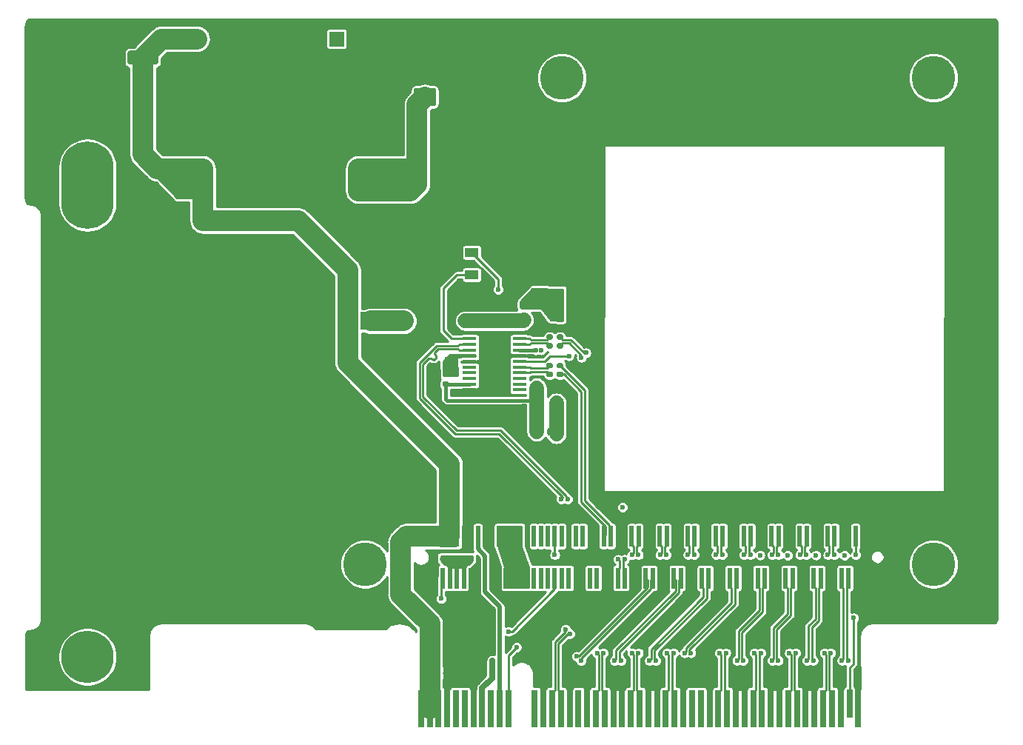
<source format=gtl>
%TF.GenerationSoftware,KiCad,Pcbnew,(5.1.9)-1*%
%TF.CreationDate,2021-05-23T15:16:43+08:00*%
%TF.ProjectId,V1,56312e6b-6963-4616-945f-706362585858,rev?*%
%TF.SameCoordinates,Original*%
%TF.FileFunction,Copper,L1,Top*%
%TF.FilePolarity,Positive*%
%FSLAX46Y46*%
G04 Gerber Fmt 4.6, Leading zero omitted, Abs format (unit mm)*
G04 Created by KiCad (PCBNEW (5.1.9)-1) date 2021-05-23 15:16:43*
%MOMM*%
%LPD*%
G01*
G04 APERTURE LIST*
%TA.AperFunction,SMDPad,CuDef*%
%ADD10R,1.570000X0.410000*%
%TD*%
%TA.AperFunction,SMDPad,CuDef*%
%ADD11R,1.500000X1.100000*%
%TD*%
%TA.AperFunction,ConnectorPad*%
%ADD12R,0.700000X4.300000*%
%TD*%
%TA.AperFunction,ConnectorPad*%
%ADD13R,0.700000X3.200000*%
%TD*%
%TA.AperFunction,ComponentPad*%
%ADD14O,6.000000X10.000000*%
%TD*%
%TA.AperFunction,ComponentPad*%
%ADD15C,6.000000*%
%TD*%
%TA.AperFunction,SMDPad,CuDef*%
%ADD16R,0.500000X2.400000*%
%TD*%
%TA.AperFunction,ComponentPad*%
%ADD17C,5.000000*%
%TD*%
%TA.AperFunction,ComponentPad*%
%ADD18R,1.700000X1.700000*%
%TD*%
%TA.AperFunction,ComponentPad*%
%ADD19O,1.700000X1.700000*%
%TD*%
%TA.AperFunction,SMDPad,CuDef*%
%ADD20R,2.400000X2.000000*%
%TD*%
%TA.AperFunction,ComponentPad*%
%ADD21C,1.700000*%
%TD*%
%TA.AperFunction,ConnectorPad*%
%ADD22O,4.240000X1.700000*%
%TD*%
%TA.AperFunction,ViaPad*%
%ADD23C,0.600000*%
%TD*%
%TA.AperFunction,ViaPad*%
%ADD24C,0.800000*%
%TD*%
%TA.AperFunction,Conductor*%
%ADD25C,2.400000*%
%TD*%
%TA.AperFunction,Conductor*%
%ADD26C,0.500000*%
%TD*%
%TA.AperFunction,Conductor*%
%ADD27C,0.700000*%
%TD*%
%TA.AperFunction,Conductor*%
%ADD28C,1.700000*%
%TD*%
%TA.AperFunction,Conductor*%
%ADD29C,0.250000*%
%TD*%
%TA.AperFunction,Conductor*%
%ADD30C,0.254000*%
%TD*%
%TA.AperFunction,Conductor*%
%ADD31C,0.381000*%
%TD*%
%TA.AperFunction,Conductor*%
%ADD32C,0.100000*%
%TD*%
G04 APERTURE END LIST*
D10*
X139180000Y-88275000D03*
X139180000Y-88925000D03*
X139180000Y-89575000D03*
X139180000Y-90225000D03*
X139180000Y-90875000D03*
X139180000Y-91525000D03*
X139180000Y-92175000D03*
X139180000Y-92825000D03*
X139180000Y-93475000D03*
X139180000Y-94125000D03*
X144920000Y-94125000D03*
X144920000Y-93475000D03*
X144920000Y-92825000D03*
X144920000Y-92175000D03*
X144920000Y-91525000D03*
X144920000Y-90875000D03*
X144920000Y-90225000D03*
X144920000Y-89575000D03*
X144920000Y-88925000D03*
X144920000Y-88275000D03*
D11*
X139450000Y-80970000D03*
X148350000Y-80970000D03*
X139450000Y-78430000D03*
X148350000Y-78430000D03*
%TA.AperFunction,SMDPad,CuDef*%
G36*
G01*
X148710000Y-92190000D02*
X148710000Y-92510000D01*
G75*
G02*
X148550000Y-92670000I-160000J0D01*
G01*
X148155000Y-92670000D01*
G75*
G02*
X147995000Y-92510000I0J160000D01*
G01*
X147995000Y-92190000D01*
G75*
G02*
X148155000Y-92030000I160000J0D01*
G01*
X148550000Y-92030000D01*
G75*
G02*
X148710000Y-92190000I0J-160000D01*
G01*
G37*
%TD.AperFunction*%
%TA.AperFunction,SMDPad,CuDef*%
G36*
G01*
X149905000Y-92190000D02*
X149905000Y-92510000D01*
G75*
G02*
X149745000Y-92670000I-160000J0D01*
G01*
X149350000Y-92670000D01*
G75*
G02*
X149190000Y-92510000I0J160000D01*
G01*
X149190000Y-92190000D01*
G75*
G02*
X149350000Y-92030000I160000J0D01*
G01*
X149745000Y-92030000D01*
G75*
G02*
X149905000Y-92190000I0J-160000D01*
G01*
G37*
%TD.AperFunction*%
%TA.AperFunction,SMDPad,CuDef*%
G36*
G01*
X148710000Y-91190000D02*
X148710000Y-91510000D01*
G75*
G02*
X148550000Y-91670000I-160000J0D01*
G01*
X148155000Y-91670000D01*
G75*
G02*
X147995000Y-91510000I0J160000D01*
G01*
X147995000Y-91190000D01*
G75*
G02*
X148155000Y-91030000I160000J0D01*
G01*
X148550000Y-91030000D01*
G75*
G02*
X148710000Y-91190000I0J-160000D01*
G01*
G37*
%TD.AperFunction*%
%TA.AperFunction,SMDPad,CuDef*%
G36*
G01*
X149905000Y-91190000D02*
X149905000Y-91510000D01*
G75*
G02*
X149745000Y-91670000I-160000J0D01*
G01*
X149350000Y-91670000D01*
G75*
G02*
X149190000Y-91510000I0J160000D01*
G01*
X149190000Y-91190000D01*
G75*
G02*
X149350000Y-91030000I160000J0D01*
G01*
X149745000Y-91030000D01*
G75*
G02*
X149905000Y-91190000I0J-160000D01*
G01*
G37*
%TD.AperFunction*%
%TA.AperFunction,SMDPad,CuDef*%
G36*
G01*
X148710000Y-88940000D02*
X148710000Y-89260000D01*
G75*
G02*
X148550000Y-89420000I-160000J0D01*
G01*
X148155000Y-89420000D01*
G75*
G02*
X147995000Y-89260000I0J160000D01*
G01*
X147995000Y-88940000D01*
G75*
G02*
X148155000Y-88780000I160000J0D01*
G01*
X148550000Y-88780000D01*
G75*
G02*
X148710000Y-88940000I0J-160000D01*
G01*
G37*
%TD.AperFunction*%
%TA.AperFunction,SMDPad,CuDef*%
G36*
G01*
X149905000Y-88940000D02*
X149905000Y-89260000D01*
G75*
G02*
X149745000Y-89420000I-160000J0D01*
G01*
X149350000Y-89420000D01*
G75*
G02*
X149190000Y-89260000I0J160000D01*
G01*
X149190000Y-88940000D01*
G75*
G02*
X149350000Y-88780000I160000J0D01*
G01*
X149745000Y-88780000D01*
G75*
G02*
X149905000Y-88940000I0J-160000D01*
G01*
G37*
%TD.AperFunction*%
%TA.AperFunction,SMDPad,CuDef*%
G36*
G01*
X148710000Y-87940000D02*
X148710000Y-88260000D01*
G75*
G02*
X148550000Y-88420000I-160000J0D01*
G01*
X148155000Y-88420000D01*
G75*
G02*
X147995000Y-88260000I0J160000D01*
G01*
X147995000Y-87940000D01*
G75*
G02*
X148155000Y-87780000I160000J0D01*
G01*
X148550000Y-87780000D01*
G75*
G02*
X148710000Y-87940000I0J-160000D01*
G01*
G37*
%TD.AperFunction*%
%TA.AperFunction,SMDPad,CuDef*%
G36*
G01*
X149905000Y-87940000D02*
X149905000Y-88260000D01*
G75*
G02*
X149745000Y-88420000I-160000J0D01*
G01*
X149350000Y-88420000D01*
G75*
G02*
X149190000Y-88260000I0J160000D01*
G01*
X149190000Y-87940000D01*
G75*
G02*
X149350000Y-87780000I160000J0D01*
G01*
X149745000Y-87780000D01*
G75*
G02*
X149905000Y-87940000I0J-160000D01*
G01*
G37*
%TD.AperFunction*%
%TA.AperFunction,SMDPad,CuDef*%
G36*
G01*
X148100000Y-99137500D02*
X148100000Y-98662500D01*
G75*
G02*
X148337500Y-98425000I237500J0D01*
G01*
X148912500Y-98425000D01*
G75*
G02*
X149150000Y-98662500I0J-237500D01*
G01*
X149150000Y-99137500D01*
G75*
G02*
X148912500Y-99375000I-237500J0D01*
G01*
X148337500Y-99375000D01*
G75*
G02*
X148100000Y-99137500I0J237500D01*
G01*
G37*
%TD.AperFunction*%
%TA.AperFunction,SMDPad,CuDef*%
G36*
G01*
X146350000Y-99137500D02*
X146350000Y-98662500D01*
G75*
G02*
X146587500Y-98425000I237500J0D01*
G01*
X147162500Y-98425000D01*
G75*
G02*
X147400000Y-98662500I0J-237500D01*
G01*
X147400000Y-99137500D01*
G75*
G02*
X147162500Y-99375000I-237500J0D01*
G01*
X146587500Y-99375000D01*
G75*
G02*
X146350000Y-99137500I0J237500D01*
G01*
G37*
%TD.AperFunction*%
%TA.AperFunction,SMDPad,CuDef*%
G36*
G01*
X145637500Y-84925000D02*
X145162500Y-84925000D01*
G75*
G02*
X144925000Y-84687500I0J237500D01*
G01*
X144925000Y-84112500D01*
G75*
G02*
X145162500Y-83875000I237500J0D01*
G01*
X145637500Y-83875000D01*
G75*
G02*
X145875000Y-84112500I0J-237500D01*
G01*
X145875000Y-84687500D01*
G75*
G02*
X145637500Y-84925000I-237500J0D01*
G01*
G37*
%TD.AperFunction*%
%TA.AperFunction,SMDPad,CuDef*%
G36*
G01*
X145637500Y-86675000D02*
X145162500Y-86675000D01*
G75*
G02*
X144925000Y-86437500I0J237500D01*
G01*
X144925000Y-85862500D01*
G75*
G02*
X145162500Y-85625000I237500J0D01*
G01*
X145637500Y-85625000D01*
G75*
G02*
X145875000Y-85862500I0J-237500D01*
G01*
X145875000Y-86437500D01*
G75*
G02*
X145637500Y-86675000I-237500J0D01*
G01*
G37*
%TD.AperFunction*%
D12*
X147650000Y-130550000D03*
X146650000Y-130550000D03*
X152650000Y-130550000D03*
X151650000Y-130550000D03*
X150650000Y-130550000D03*
X149650000Y-130550000D03*
X148650000Y-130550000D03*
X143650000Y-130550000D03*
X142650000Y-130550000D03*
X141650000Y-130550000D03*
X140650000Y-130550000D03*
X139650000Y-130550000D03*
X138650000Y-130550000D03*
X137650000Y-130550000D03*
X136650000Y-130550000D03*
X135650000Y-130550000D03*
X134650000Y-130550000D03*
X133650000Y-130550000D03*
X153650000Y-130550000D03*
X154650000Y-130550000D03*
X155650000Y-130550000D03*
X156650000Y-130550000D03*
X157650000Y-130550000D03*
X158650000Y-130550000D03*
X159650000Y-130550000D03*
X160650000Y-130550000D03*
X161650000Y-130550000D03*
X162650000Y-130550000D03*
X163650000Y-130550000D03*
X164650000Y-130550000D03*
X165650000Y-130550000D03*
X166650000Y-130550000D03*
X167650000Y-130550000D03*
X168650000Y-130550000D03*
X169650000Y-130550000D03*
X170650000Y-130550000D03*
X171650000Y-130550000D03*
X172650000Y-130550000D03*
X173650000Y-130550000D03*
X174650000Y-130550000D03*
X175650000Y-130550000D03*
X176650000Y-130550000D03*
X177650000Y-130550000D03*
X178650000Y-130550000D03*
X179650000Y-130550000D03*
X180650000Y-130550000D03*
X181650000Y-130550000D03*
D13*
X182650000Y-130000000D03*
D12*
X183650000Y-130550000D03*
%TA.AperFunction,SMDPad,CuDef*%
G36*
G01*
X145625000Y-97137500D02*
X145625000Y-97612500D01*
G75*
G02*
X145387500Y-97850000I-237500J0D01*
G01*
X144787500Y-97850000D01*
G75*
G02*
X144550000Y-97612500I0J237500D01*
G01*
X144550000Y-97137500D01*
G75*
G02*
X144787500Y-96900000I237500J0D01*
G01*
X145387500Y-96900000D01*
G75*
G02*
X145625000Y-97137500I0J-237500D01*
G01*
G37*
%TD.AperFunction*%
%TA.AperFunction,SMDPad,CuDef*%
G36*
G01*
X147350000Y-97137500D02*
X147350000Y-97612500D01*
G75*
G02*
X147112500Y-97850000I-237500J0D01*
G01*
X146512500Y-97850000D01*
G75*
G02*
X146275000Y-97612500I0J237500D01*
G01*
X146275000Y-97137500D01*
G75*
G02*
X146512500Y-96900000I237500J0D01*
G01*
X147112500Y-96900000D01*
G75*
G02*
X147350000Y-97137500I0J-237500D01*
G01*
G37*
%TD.AperFunction*%
%TA.AperFunction,SMDPad,CuDef*%
G36*
G01*
X135700000Y-93320000D02*
X135700000Y-93630000D01*
G75*
G02*
X135545000Y-93785000I-155000J0D01*
G01*
X135120000Y-93785000D01*
G75*
G02*
X134965000Y-93630000I0J155000D01*
G01*
X134965000Y-93320000D01*
G75*
G02*
X135120000Y-93165000I155000J0D01*
G01*
X135545000Y-93165000D01*
G75*
G02*
X135700000Y-93320000I0J-155000D01*
G01*
G37*
%TD.AperFunction*%
%TA.AperFunction,SMDPad,CuDef*%
G36*
G01*
X136835000Y-93320000D02*
X136835000Y-93630000D01*
G75*
G02*
X136680000Y-93785000I-155000J0D01*
G01*
X136255000Y-93785000D01*
G75*
G02*
X136100000Y-93630000I0J155000D01*
G01*
X136100000Y-93320000D01*
G75*
G02*
X136255000Y-93165000I155000J0D01*
G01*
X136680000Y-93165000D01*
G75*
G02*
X136835000Y-93320000I0J-155000D01*
G01*
G37*
%TD.AperFunction*%
%TA.AperFunction,SMDPad,CuDef*%
G36*
G01*
X145800000Y-95870000D02*
X145800000Y-96180000D01*
G75*
G02*
X145645000Y-96335000I-155000J0D01*
G01*
X145220000Y-96335000D01*
G75*
G02*
X145065000Y-96180000I0J155000D01*
G01*
X145065000Y-95870000D01*
G75*
G02*
X145220000Y-95715000I155000J0D01*
G01*
X145645000Y-95715000D01*
G75*
G02*
X145800000Y-95870000I0J-155000D01*
G01*
G37*
%TD.AperFunction*%
%TA.AperFunction,SMDPad,CuDef*%
G36*
G01*
X146935000Y-95870000D02*
X146935000Y-96180000D01*
G75*
G02*
X146780000Y-96335000I-155000J0D01*
G01*
X146355000Y-96335000D01*
G75*
G02*
X146200000Y-96180000I0J155000D01*
G01*
X146200000Y-95870000D01*
G75*
G02*
X146355000Y-95715000I155000J0D01*
G01*
X146780000Y-95715000D01*
G75*
G02*
X146935000Y-95870000I0J-155000D01*
G01*
G37*
%TD.AperFunction*%
%TA.AperFunction,SMDPad,CuDef*%
G36*
G01*
X144112500Y-84925000D02*
X143637500Y-84925000D01*
G75*
G02*
X143400000Y-84687500I0J237500D01*
G01*
X143400000Y-84087500D01*
G75*
G02*
X143637500Y-83850000I237500J0D01*
G01*
X144112500Y-83850000D01*
G75*
G02*
X144350000Y-84087500I0J-237500D01*
G01*
X144350000Y-84687500D01*
G75*
G02*
X144112500Y-84925000I-237500J0D01*
G01*
G37*
%TD.AperFunction*%
%TA.AperFunction,SMDPad,CuDef*%
G36*
G01*
X144112500Y-86650000D02*
X143637500Y-86650000D01*
G75*
G02*
X143400000Y-86412500I0J237500D01*
G01*
X143400000Y-85812500D01*
G75*
G02*
X143637500Y-85575000I237500J0D01*
G01*
X144112500Y-85575000D01*
G75*
G02*
X144350000Y-85812500I0J-237500D01*
G01*
X144350000Y-86412500D01*
G75*
G02*
X144112500Y-86650000I-237500J0D01*
G01*
G37*
%TD.AperFunction*%
%TA.AperFunction,SMDPad,CuDef*%
G36*
G01*
X141530000Y-85175000D02*
X141220000Y-85175000D01*
G75*
G02*
X141065000Y-85020000I0J155000D01*
G01*
X141065000Y-84595000D01*
G75*
G02*
X141220000Y-84440000I155000J0D01*
G01*
X141530000Y-84440000D01*
G75*
G02*
X141685000Y-84595000I0J-155000D01*
G01*
X141685000Y-85020000D01*
G75*
G02*
X141530000Y-85175000I-155000J0D01*
G01*
G37*
%TD.AperFunction*%
%TA.AperFunction,SMDPad,CuDef*%
G36*
G01*
X141530000Y-86310000D02*
X141220000Y-86310000D01*
G75*
G02*
X141065000Y-86155000I0J155000D01*
G01*
X141065000Y-85730000D01*
G75*
G02*
X141220000Y-85575000I155000J0D01*
G01*
X141530000Y-85575000D01*
G75*
G02*
X141685000Y-85730000I0J-155000D01*
G01*
X141685000Y-86155000D01*
G75*
G02*
X141530000Y-86310000I-155000J0D01*
G01*
G37*
%TD.AperFunction*%
%TA.AperFunction,SMDPad,CuDef*%
G36*
G01*
X142580000Y-85175000D02*
X142270000Y-85175000D01*
G75*
G02*
X142115000Y-85020000I0J155000D01*
G01*
X142115000Y-84595000D01*
G75*
G02*
X142270000Y-84440000I155000J0D01*
G01*
X142580000Y-84440000D01*
G75*
G02*
X142735000Y-84595000I0J-155000D01*
G01*
X142735000Y-85020000D01*
G75*
G02*
X142580000Y-85175000I-155000J0D01*
G01*
G37*
%TD.AperFunction*%
%TA.AperFunction,SMDPad,CuDef*%
G36*
G01*
X142580000Y-86310000D02*
X142270000Y-86310000D01*
G75*
G02*
X142115000Y-86155000I0J155000D01*
G01*
X142115000Y-85730000D01*
G75*
G02*
X142270000Y-85575000I155000J0D01*
G01*
X142580000Y-85575000D01*
G75*
G02*
X142735000Y-85730000I0J-155000D01*
G01*
X142735000Y-86155000D01*
G75*
G02*
X142580000Y-86310000I-155000J0D01*
G01*
G37*
%TD.AperFunction*%
D14*
X95500000Y-70739000D03*
D15*
X95500000Y-124650001D03*
D16*
X183350000Y-110850000D03*
X182550000Y-110850000D03*
X181750000Y-110850000D03*
X180950000Y-110850000D03*
X180150000Y-110850000D03*
X179350000Y-110850000D03*
X178550000Y-110850000D03*
X177750000Y-110850000D03*
X176950000Y-110850000D03*
X176150000Y-110850000D03*
X175350000Y-110850000D03*
X174550000Y-110850000D03*
X173750000Y-110850000D03*
X172950000Y-110850000D03*
X172150000Y-110850000D03*
X171350000Y-110850000D03*
X170550000Y-110850000D03*
X169750000Y-110850000D03*
X168950000Y-110850000D03*
X168150000Y-110850000D03*
X167350000Y-110850000D03*
X166550000Y-110850000D03*
X165750000Y-110850000D03*
X164950000Y-110850000D03*
X164150000Y-110850000D03*
X163350000Y-110850000D03*
X162550000Y-110850000D03*
X161750000Y-110850000D03*
X160950000Y-110850000D03*
X160150000Y-110850000D03*
X159350000Y-110850000D03*
X158550000Y-110850000D03*
X157750000Y-110850000D03*
X156950000Y-110850000D03*
X156150000Y-110850000D03*
X155350000Y-110850000D03*
X154550000Y-110850000D03*
X153750000Y-110850000D03*
X152950000Y-110850000D03*
X152150000Y-110850000D03*
X151350000Y-110850000D03*
X150550000Y-110850000D03*
X149750000Y-110850000D03*
X148950000Y-110850000D03*
X148150000Y-110850000D03*
X147350000Y-110850000D03*
X146550000Y-110850000D03*
X145750000Y-110850000D03*
X144950000Y-110850000D03*
X144150000Y-110850000D03*
X143350000Y-110850000D03*
X142550000Y-110850000D03*
X141750000Y-110850000D03*
X140950000Y-110850000D03*
X140150000Y-110850000D03*
X139350000Y-110850000D03*
X138550000Y-110850000D03*
X137750000Y-110850000D03*
X136950000Y-110850000D03*
X136150000Y-110850000D03*
X183350000Y-115650000D03*
X182550000Y-115650000D03*
X181750000Y-115650000D03*
X180950000Y-115650000D03*
X180150000Y-115650000D03*
X179350000Y-115650000D03*
X178550000Y-115650000D03*
X177750000Y-115650000D03*
X176950000Y-115650000D03*
X176150000Y-115650000D03*
X175350000Y-115650000D03*
X174550000Y-115650000D03*
X173750000Y-115650000D03*
X172950000Y-115650000D03*
X172150000Y-115650000D03*
X171350000Y-115650000D03*
X170550000Y-115650000D03*
X169750000Y-115650000D03*
X168950000Y-115650000D03*
X168150000Y-115650000D03*
X167350000Y-115650000D03*
X166550000Y-115650000D03*
X165750000Y-115650000D03*
X164950000Y-115650000D03*
X164150000Y-115650000D03*
X163350000Y-115650000D03*
X162550000Y-115650000D03*
X161750000Y-115650000D03*
X160950000Y-115650000D03*
X160150000Y-115650000D03*
X159350000Y-115650000D03*
X158550000Y-115650000D03*
X157750000Y-115650000D03*
X156950000Y-115650000D03*
X156150000Y-115650000D03*
X155350000Y-115650000D03*
X154550000Y-115650000D03*
X153750000Y-115650000D03*
X152950000Y-115650000D03*
X152150000Y-115650000D03*
X151350000Y-115650000D03*
X150550000Y-115650000D03*
X149750000Y-115650000D03*
X148950000Y-115650000D03*
X148150000Y-115650000D03*
X147350000Y-115650000D03*
X146550000Y-115650000D03*
X145750000Y-115650000D03*
X144950000Y-115650000D03*
X144150000Y-115650000D03*
X143350000Y-115650000D03*
X142550000Y-115650000D03*
X141750000Y-115650000D03*
X140950000Y-115650000D03*
X140150000Y-115650000D03*
X139350000Y-115650000D03*
X138550000Y-115650000D03*
X137750000Y-115650000D03*
X136950000Y-115650000D03*
D17*
X192250000Y-114050000D03*
X192250000Y-58450000D03*
X149750000Y-58450000D03*
D16*
X136150000Y-115650000D03*
D17*
X127250000Y-114050000D03*
D18*
X124000000Y-54000000D03*
D19*
X126540000Y-54000000D03*
D18*
X108000000Y-54000000D03*
D19*
X110540000Y-54000000D03*
D20*
X127925000Y-86250000D03*
X125275000Y-86250000D03*
D21*
X126468000Y-71374000D03*
D22*
X127738000Y-71374000D03*
X127738000Y-68834000D03*
D21*
X126468000Y-68834000D03*
D22*
X127738000Y-61214000D03*
D21*
X126468000Y-58674000D03*
X126468000Y-61214000D03*
D22*
X127738000Y-58674000D03*
X107418000Y-61214000D03*
D21*
X108688000Y-61214000D03*
D22*
X107418000Y-58674000D03*
D21*
X108688000Y-58674000D03*
D22*
X107418000Y-71374000D03*
D21*
X108688000Y-71374000D03*
D22*
X107418000Y-68834000D03*
D21*
X108688000Y-68834000D03*
%TA.AperFunction,SMDPad,CuDef*%
G36*
G01*
X132574000Y-67046000D02*
X132574000Y-65796000D01*
G75*
G02*
X132824000Y-65546000I250000J0D01*
G01*
X133574000Y-65546000D01*
G75*
G02*
X133824000Y-65796000I0J-250000D01*
G01*
X133824000Y-67046000D01*
G75*
G02*
X133574000Y-67296000I-250000J0D01*
G01*
X132824000Y-67296000D01*
G75*
G02*
X132574000Y-67046000I0J250000D01*
G01*
G37*
%TD.AperFunction*%
%TA.AperFunction,SMDPad,CuDef*%
G36*
G01*
X135374000Y-67046000D02*
X135374000Y-65796000D01*
G75*
G02*
X135624000Y-65546000I250000J0D01*
G01*
X136374000Y-65546000D01*
G75*
G02*
X136624000Y-65796000I0J-250000D01*
G01*
X136624000Y-67046000D01*
G75*
G02*
X136374000Y-67296000I-250000J0D01*
G01*
X135624000Y-67296000D01*
G75*
G02*
X135374000Y-67046000I0J250000D01*
G01*
G37*
%TD.AperFunction*%
%TA.AperFunction,SMDPad,CuDef*%
G36*
G01*
X132574000Y-71237000D02*
X132574000Y-69987000D01*
G75*
G02*
X132824000Y-69737000I250000J0D01*
G01*
X133574000Y-69737000D01*
G75*
G02*
X133824000Y-69987000I0J-250000D01*
G01*
X133824000Y-71237000D01*
G75*
G02*
X133574000Y-71487000I-250000J0D01*
G01*
X132824000Y-71487000D01*
G75*
G02*
X132574000Y-71237000I0J250000D01*
G01*
G37*
%TD.AperFunction*%
%TA.AperFunction,SMDPad,CuDef*%
G36*
G01*
X135374000Y-71237000D02*
X135374000Y-69987000D01*
G75*
G02*
X135624000Y-69737000I250000J0D01*
G01*
X136374000Y-69737000D01*
G75*
G02*
X136624000Y-69987000I0J-250000D01*
G01*
X136624000Y-71237000D01*
G75*
G02*
X136374000Y-71487000I-250000J0D01*
G01*
X135624000Y-71487000D01*
G75*
G02*
X135374000Y-71237000I0J250000D01*
G01*
G37*
%TD.AperFunction*%
%TA.AperFunction,SMDPad,CuDef*%
G36*
G01*
X135113000Y-61681000D02*
X133063000Y-61681000D01*
G75*
G02*
X132813000Y-61431000I0J250000D01*
G01*
X132813000Y-59856000D01*
G75*
G02*
X133063000Y-59606000I250000J0D01*
G01*
X135113000Y-59606000D01*
G75*
G02*
X135363000Y-59856000I0J-250000D01*
G01*
X135363000Y-61431000D01*
G75*
G02*
X135113000Y-61681000I-250000J0D01*
G01*
G37*
%TD.AperFunction*%
%TA.AperFunction,SMDPad,CuDef*%
G36*
G01*
X135113000Y-55456000D02*
X133063000Y-55456000D01*
G75*
G02*
X132813000Y-55206000I0J250000D01*
G01*
X132813000Y-53631000D01*
G75*
G02*
X133063000Y-53381000I250000J0D01*
G01*
X135113000Y-53381000D01*
G75*
G02*
X135363000Y-53631000I0J-250000D01*
G01*
X135363000Y-55206000D01*
G75*
G02*
X135113000Y-55456000I-250000J0D01*
G01*
G37*
%TD.AperFunction*%
%TA.AperFunction,SMDPad,CuDef*%
G36*
G01*
X97986000Y-55584000D02*
X97986000Y-56684000D01*
G75*
G02*
X97736000Y-56934000I-250000J0D01*
G01*
X94736000Y-56934000D01*
G75*
G02*
X94486000Y-56684000I0J250000D01*
G01*
X94486000Y-55584000D01*
G75*
G02*
X94736000Y-55334000I250000J0D01*
G01*
X97736000Y-55334000D01*
G75*
G02*
X97986000Y-55584000I0J-250000D01*
G01*
G37*
%TD.AperFunction*%
%TA.AperFunction,SMDPad,CuDef*%
G36*
G01*
X103586000Y-55584000D02*
X103586000Y-56684000D01*
G75*
G02*
X103336000Y-56934000I-250000J0D01*
G01*
X100336000Y-56934000D01*
G75*
G02*
X100086000Y-56684000I0J250000D01*
G01*
X100086000Y-55584000D01*
G75*
G02*
X100336000Y-55334000I250000J0D01*
G01*
X103336000Y-55334000D01*
G75*
G02*
X103586000Y-55584000I0J-250000D01*
G01*
G37*
%TD.AperFunction*%
D23*
X156704000Y-107544000D03*
X172425000Y-113025000D03*
X175600000Y-113050000D03*
X178825000Y-113025000D03*
X182075000Y-113050000D03*
X134650000Y-126081000D03*
X134650000Y-126843000D03*
X135650000Y-126859000D03*
X135650000Y-126097000D03*
X145022000Y-76429000D03*
X142450000Y-76450000D03*
X181150000Y-126600000D03*
X177150000Y-126600000D03*
X179150000Y-126600000D03*
X173150000Y-126600000D03*
X175150000Y-126600000D03*
X171150000Y-126600000D03*
X169150000Y-126600000D03*
X157150000Y-126600000D03*
X155150000Y-126600000D03*
X152650000Y-126600000D03*
X150150000Y-126600000D03*
X159150000Y-126600000D03*
X147150000Y-126600000D03*
X147150000Y-121500000D03*
X161150000Y-126600000D03*
X163150000Y-126600000D03*
X169150000Y-112950000D03*
X166497000Y-126619000D03*
X137795000Y-126111000D03*
X138938000Y-126111000D03*
X165100000Y-126619000D03*
X165862000Y-113030000D03*
X162687000Y-113030000D03*
X159512000Y-113030000D03*
X152273000Y-113030000D03*
X156464000Y-117983000D03*
X152019000Y-117856000D03*
X151130000Y-123190000D03*
X112498000Y-60960000D03*
X142367000Y-66294000D03*
X144907000Y-66294000D03*
X147447000Y-66294000D03*
X149987000Y-66294000D03*
X142367000Y-68834000D03*
X144907000Y-68834000D03*
X147447000Y-68834000D03*
X149987000Y-68834000D03*
X115038000Y-60960000D03*
X117578000Y-60960000D03*
X112498000Y-63500000D03*
X115038000Y-63500000D03*
X117578000Y-63500000D03*
X112498000Y-66040000D03*
X115038000Y-66040000D03*
X117578000Y-66040000D03*
X112498000Y-68580000D03*
X115038000Y-68580000D03*
X117578000Y-68580000D03*
X112498000Y-71120000D03*
X115038000Y-71120000D03*
X117578000Y-71120000D03*
X143764000Y-107569000D03*
X146304000Y-107569000D03*
X148844000Y-107569000D03*
X151384000Y-107569000D03*
X159004000Y-107569000D03*
X161544000Y-107569000D03*
X164084000Y-107569000D03*
X166624000Y-107569000D03*
X169164000Y-107569000D03*
X171704000Y-107569000D03*
X174244000Y-107569000D03*
X176784000Y-107569000D03*
X179324000Y-107569000D03*
X181864000Y-107569000D03*
X184404000Y-107569000D03*
X186944000Y-107569000D03*
X189484000Y-107569000D03*
X192024000Y-107569000D03*
X96901000Y-109855000D03*
X99441000Y-109855000D03*
X101981000Y-109855000D03*
X104521000Y-109855000D03*
X107061000Y-109855000D03*
X109601000Y-109855000D03*
X112141000Y-109855000D03*
X114681000Y-109855000D03*
X117221000Y-109855000D03*
X119761000Y-109855000D03*
X96901000Y-112395000D03*
X99441000Y-112395000D03*
X101981000Y-112395000D03*
X104521000Y-112395000D03*
X107061000Y-112395000D03*
X109601000Y-112395000D03*
X112141000Y-112395000D03*
X114681000Y-112395000D03*
X117221000Y-112395000D03*
X119761000Y-112395000D03*
X96901000Y-114935000D03*
X99441000Y-114935000D03*
X101981000Y-114935000D03*
X104521000Y-114935000D03*
X107061000Y-114935000D03*
X109601000Y-114935000D03*
X112141000Y-114935000D03*
X114681000Y-114935000D03*
X117221000Y-114935000D03*
X119761000Y-114935000D03*
X94718000Y-61722000D03*
X97258000Y-61722000D03*
X99798000Y-61722000D03*
X94718000Y-64262000D03*
X97258000Y-64262000D03*
X99798000Y-64262000D03*
X183650000Y-126600000D03*
X144907000Y-73914000D03*
X147447000Y-71374000D03*
X149987000Y-73914000D03*
X147447000Y-73914000D03*
X142367000Y-73914000D03*
X142367000Y-71374000D03*
X144907000Y-71374000D03*
X149987000Y-71374000D03*
X149987000Y-76454000D03*
X147447000Y-76454000D03*
X149492000Y-96979000D03*
X149475000Y-95475000D03*
X148792000Y-96954000D03*
X149475000Y-96200000D03*
X148775000Y-95475000D03*
X148775000Y-96204000D03*
X149517000Y-85779000D03*
X148817000Y-85754000D03*
X149500000Y-85000000D03*
X148800000Y-85004000D03*
X149500000Y-84275000D03*
X148800000Y-84275000D03*
X142975000Y-112700000D03*
X143775000Y-112700000D03*
X144575000Y-112700000D03*
X143775000Y-113800000D03*
X144575000Y-113800000D03*
X145375000Y-113800000D03*
X141800000Y-127100000D03*
X141800000Y-126100000D03*
X141800000Y-125100000D03*
X144570152Y-123570152D03*
X148950000Y-113000000D03*
X143650000Y-121750000D03*
X150413500Y-106625000D03*
X149686500Y-106625000D03*
X162513500Y-124200000D03*
X168113500Y-112950000D03*
X161786500Y-124200000D03*
X167386500Y-112950000D03*
X164913500Y-112950000D03*
X158513500Y-124200000D03*
X164186500Y-112950000D03*
X157786500Y-124200000D03*
X154513500Y-124200000D03*
X161713500Y-112997901D03*
X153786500Y-124200000D03*
X160986500Y-112997901D03*
X157786500Y-112998622D03*
X150192966Y-121492966D03*
X158513500Y-112998622D03*
X150707034Y-122007034D03*
X164513500Y-124200000D03*
X163786500Y-124200000D03*
X160513500Y-125100000D03*
X159786500Y-125100000D03*
X156513500Y-125100000D03*
X155786500Y-125100000D03*
X151442966Y-124592966D03*
X151957034Y-125107034D03*
X183350000Y-113000000D03*
X183140501Y-120190501D03*
X135950000Y-118000000D03*
X130884000Y-86899000D03*
X130884000Y-85629000D03*
X132154000Y-85629000D03*
X132154000Y-86899000D03*
D24*
X136225000Y-113500000D03*
X137225000Y-113500000D03*
X139225000Y-113500000D03*
D23*
X130659000Y-68834000D03*
X131929000Y-68834000D03*
X130659000Y-70104000D03*
X131929000Y-70104000D03*
X130659000Y-71374000D03*
X131929000Y-71374000D03*
D24*
X138225000Y-113500000D03*
D23*
X136667000Y-91379000D03*
X136667000Y-92179000D03*
X136667000Y-90629000D03*
X137417000Y-90629000D03*
X137417000Y-92179000D03*
X137417000Y-91379000D03*
X138750000Y-86550000D03*
X139479000Y-86550000D03*
X139475000Y-85850000D03*
X140229000Y-86533000D03*
X140254000Y-85833000D03*
X138750000Y-85850000D03*
X146525000Y-93750000D03*
X146525000Y-94479000D03*
X147225000Y-94475000D03*
X146542000Y-95229000D03*
X147242000Y-95254000D03*
X147225000Y-93750000D03*
X147375000Y-89575000D03*
X146750000Y-89575000D03*
X182513500Y-125095000D03*
X181786500Y-125095000D03*
X178513500Y-125095000D03*
X177786500Y-125095000D03*
X167786500Y-124200000D03*
X170586500Y-113000000D03*
X168513500Y-124200000D03*
X171313500Y-113000000D03*
X171786500Y-124206000D03*
X173786500Y-113000000D03*
X172513500Y-124206000D03*
X174513500Y-113000000D03*
X175786500Y-124206000D03*
X176986500Y-113000000D03*
X176513500Y-124206000D03*
X177713500Y-113000000D03*
X179786500Y-124200000D03*
X180186500Y-113000000D03*
X180513500Y-124200000D03*
X180913500Y-113000000D03*
X169786500Y-125095000D03*
X170513500Y-125095000D03*
X173786500Y-125095000D03*
X174513500Y-125095000D03*
X156913500Y-113505272D03*
X152507034Y-89892966D03*
X156186500Y-113505272D03*
X151992966Y-90407034D03*
X150575000Y-90250000D03*
X142475000Y-82675000D03*
D25*
X108688000Y-68834000D02*
X108688000Y-71374000D01*
X108688000Y-68834000D02*
X106142000Y-68834000D01*
X101836000Y-67189000D02*
X101836000Y-56134000D01*
X108688000Y-68834000D02*
X103481000Y-68834000D01*
X103481000Y-68834000D02*
X101836000Y-67189000D01*
X103970000Y-54000000D02*
X108000000Y-54000000D01*
X101836000Y-56134000D02*
X103970000Y-54000000D01*
X108688000Y-74779000D02*
X108688000Y-71374000D01*
X131974000Y-110850000D02*
X135950000Y-110850000D01*
X131318000Y-111506000D02*
X131974000Y-110850000D01*
X131318000Y-117518000D02*
X131318000Y-111506000D01*
X134650000Y-120850000D02*
X131318000Y-117518000D01*
X134650000Y-130550000D02*
X134650000Y-120850000D01*
X125275000Y-86250000D02*
X125275000Y-80450000D01*
X119604000Y-74779000D02*
X108688000Y-74779000D01*
X125275000Y-80450000D02*
X119604000Y-74779000D01*
X136899999Y-102624999D02*
X136899999Y-110850000D01*
X125275000Y-91000000D02*
X136899999Y-102624999D01*
X125275000Y-86250000D02*
X125275000Y-91000000D01*
D26*
X181650000Y-127100000D02*
X181150000Y-126600000D01*
X181650000Y-130550000D02*
X181650000Y-127100000D01*
X178650000Y-127100000D02*
X179150000Y-126600000D01*
X178650000Y-130550000D02*
X178650000Y-127100000D01*
X177650000Y-127100000D02*
X177150000Y-126600000D01*
X177650000Y-130550000D02*
X177650000Y-127100000D01*
X174650000Y-127100000D02*
X175150000Y-126600000D01*
X174650000Y-130550000D02*
X174650000Y-127100000D01*
X173650000Y-127100000D02*
X173150000Y-126600000D01*
X173650000Y-130550000D02*
X173650000Y-127100000D01*
X170650000Y-130550000D02*
X170650000Y-127100000D01*
X170650000Y-127100000D02*
X171150000Y-126600000D01*
X169650000Y-130550000D02*
X169650000Y-127100000D01*
X169650000Y-127100000D02*
X169150000Y-126600000D01*
X160650000Y-130550000D02*
X160650000Y-127100000D01*
X160650000Y-127100000D02*
X161150000Y-126600000D01*
X163650000Y-130550000D02*
X163650000Y-127100000D01*
X163650000Y-127100000D02*
X163150000Y-126600000D01*
X147650000Y-127100000D02*
X147150000Y-126600000D01*
X147650000Y-130550000D02*
X147650000Y-127100000D01*
X150650000Y-127100000D02*
X150150000Y-126600000D01*
X150650000Y-130550000D02*
X150650000Y-127100000D01*
X155650000Y-127100000D02*
X155150000Y-126600000D01*
X155650000Y-130550000D02*
X155650000Y-127100000D01*
X156650000Y-127100000D02*
X157150000Y-126600000D01*
X156650000Y-130550000D02*
X156650000Y-127100000D01*
X159650000Y-127100000D02*
X159150000Y-126600000D01*
X159650000Y-130550000D02*
X159650000Y-127100000D01*
X139650000Y-126823000D02*
X138938000Y-126111000D01*
X139650000Y-130550000D02*
X139650000Y-126823000D01*
X136650000Y-127256000D02*
X137795000Y-126111000D01*
X136650000Y-130550000D02*
X136650000Y-127256000D01*
X152650000Y-130550000D02*
X152650000Y-126600000D01*
X166650000Y-126772000D02*
X166497000Y-126619000D01*
X166650000Y-130550000D02*
X166650000Y-126772000D01*
X183650000Y-130550000D02*
X183650000Y-126600000D01*
D27*
X140650000Y-130550000D02*
X140650000Y-128250000D01*
X140650000Y-128250000D02*
X141800000Y-127100000D01*
X141800000Y-127100000D02*
X141800000Y-126100000D01*
X141800000Y-126100000D02*
X141800000Y-125100000D01*
D28*
X149125000Y-95600000D02*
X149125000Y-99175000D01*
D26*
X140950000Y-117225000D02*
X140950000Y-115650000D01*
X142630308Y-118905308D02*
X140950000Y-117225000D01*
X142650000Y-118905308D02*
X142630308Y-118905308D01*
X142650000Y-130550000D02*
X142650000Y-118905308D01*
X140150000Y-112310002D02*
X140150000Y-110850000D01*
X140950000Y-113110002D02*
X140150000Y-112310002D01*
X140950000Y-115650000D02*
X140950000Y-113110002D01*
D29*
X143650000Y-130550000D02*
X143650000Y-124490304D01*
X143650000Y-124490304D02*
X144570152Y-123570152D01*
D30*
X148950000Y-110850000D02*
X148950000Y-113000000D01*
X144088602Y-121750000D02*
X148950000Y-116888602D01*
X148950000Y-116888602D02*
X148950000Y-115650000D01*
X143650000Y-121750000D02*
X144088602Y-121750000D01*
X137703908Y-98759500D02*
X142753908Y-98759500D01*
X133865500Y-91178908D02*
X133865500Y-94921092D01*
X134413322Y-90631086D02*
X133865500Y-91178908D01*
X134466684Y-90577726D02*
X134413322Y-90631086D01*
X134516977Y-90537619D02*
X134466684Y-90577726D01*
X134574934Y-90509708D02*
X134516977Y-90537619D01*
X134637648Y-90495394D02*
X134574934Y-90509708D01*
X135365224Y-90261711D02*
X135379538Y-90324425D01*
X135228905Y-90617832D02*
X135170948Y-90645743D01*
X135337313Y-90203754D02*
X135365224Y-90261711D01*
X135229187Y-90045210D02*
X135257098Y-90103167D01*
X135229187Y-89855454D02*
X135214873Y-89918168D01*
X135297204Y-89747204D02*
X135257098Y-89797497D01*
X138002499Y-89575000D02*
X137867999Y-89440500D01*
X135257098Y-90103167D02*
X135337313Y-90203754D01*
X133865500Y-94921092D02*
X137703908Y-98759500D01*
X135603908Y-89440500D02*
X135297204Y-89747204D01*
X135214873Y-89982496D02*
X135229187Y-90045210D01*
X135279198Y-90577725D02*
X135228905Y-90617832D01*
X137867999Y-89440500D02*
X135603908Y-89440500D01*
X135257098Y-89797497D02*
X135229187Y-89855454D01*
X135214873Y-89918168D02*
X135214873Y-89982496D01*
X150240500Y-106452000D02*
X150413500Y-106625000D01*
X139180000Y-89575000D02*
X138002499Y-89575000D01*
X134923235Y-90617832D02*
X134872940Y-90577726D01*
X135379538Y-90324425D02*
X135379538Y-90388753D01*
X135379538Y-90388753D02*
X135365224Y-90451467D01*
X135365224Y-90451467D02*
X135337313Y-90509424D01*
X142753908Y-98759500D02*
X150240500Y-106246092D01*
X134872940Y-90577726D02*
X134822647Y-90537619D01*
X135337313Y-90509424D02*
X135297204Y-90559718D01*
X135297204Y-90559718D02*
X135279198Y-90577725D01*
X135170948Y-90645743D02*
X135108234Y-90660057D01*
X134822647Y-90537619D02*
X134764690Y-90509708D01*
X135108234Y-90660057D02*
X135043906Y-90660057D01*
X135043906Y-90660057D02*
X134981192Y-90645743D01*
X134981192Y-90645743D02*
X134923235Y-90617832D01*
X150240500Y-106246092D02*
X150240500Y-106452000D01*
X134764690Y-90509708D02*
X134701976Y-90495394D01*
X134701976Y-90495394D02*
X134637648Y-90495394D01*
X149859500Y-106452000D02*
X149859500Y-106403908D01*
X149686500Y-106625000D02*
X149859500Y-106452000D01*
X149859500Y-106403908D02*
X142596092Y-99140500D01*
X142596092Y-99140500D02*
X137546092Y-99140500D01*
X137546092Y-99140500D02*
X133484500Y-95078908D01*
X133484500Y-95078908D02*
X133484500Y-91021092D01*
X138002499Y-88925000D02*
X139180000Y-88925000D01*
X137867999Y-89059500D02*
X138002499Y-88925000D01*
X135446092Y-89059500D02*
X137867999Y-89059500D01*
X133484500Y-91021092D02*
X135446092Y-89059500D01*
X162650000Y-128750000D02*
X162340500Y-128440500D01*
X162650000Y-130550000D02*
X162650000Y-128750000D01*
X162340500Y-124373000D02*
X162513500Y-124200000D01*
X162340500Y-128440500D02*
X162340500Y-124373000D01*
X167940500Y-112009500D02*
X167940500Y-112777000D01*
X168150000Y-111800000D02*
X167940500Y-112009500D01*
X168150000Y-110850000D02*
X168150000Y-111800000D01*
X167940500Y-112777000D02*
X168113500Y-112950000D01*
X161650000Y-128750000D02*
X161959500Y-128440500D01*
X161650000Y-130550000D02*
X161650000Y-128750000D01*
X161959500Y-124373000D02*
X161786500Y-124200000D01*
X161959500Y-128440500D02*
X161959500Y-124373000D01*
X167559500Y-112777000D02*
X167386500Y-112950000D01*
X167350000Y-111800000D02*
X167559500Y-112009500D01*
X167559500Y-112009500D02*
X167559500Y-112777000D01*
X167350000Y-110850000D02*
X167350000Y-111800000D01*
X164740500Y-112009500D02*
X164740500Y-112777000D01*
X164740500Y-112777000D02*
X164913500Y-112950000D01*
X164950000Y-111800000D02*
X164740500Y-112009500D01*
X164950000Y-110850000D02*
X164950000Y-111800000D01*
X158650000Y-128750000D02*
X158340500Y-128440500D01*
X158650000Y-130550000D02*
X158650000Y-128750000D01*
X158340500Y-124373000D02*
X158513500Y-124200000D01*
X158340500Y-128440500D02*
X158340500Y-124373000D01*
X164359500Y-112777000D02*
X164186500Y-112950000D01*
X164359500Y-112009500D02*
X164359500Y-112777000D01*
X164150000Y-111800000D02*
X164359500Y-112009500D01*
X164150000Y-110850000D02*
X164150000Y-111800000D01*
X157650000Y-128750000D02*
X157959500Y-128440500D01*
X157650000Y-130550000D02*
X157650000Y-128750000D01*
X157959500Y-124373000D02*
X157786500Y-124200000D01*
X157959500Y-128440500D02*
X157959500Y-124373000D01*
X154650000Y-128750000D02*
X154340500Y-128440500D01*
X154650000Y-130550000D02*
X154650000Y-128750000D01*
X154340500Y-128440500D02*
X154340500Y-124373000D01*
X154340500Y-124373000D02*
X154513500Y-124200000D01*
X161540500Y-112824901D02*
X161713500Y-112997901D01*
X161750000Y-110850000D02*
X161750000Y-111800000D01*
X161540500Y-112009500D02*
X161540500Y-112824901D01*
X161750000Y-111800000D02*
X161540500Y-112009500D01*
X153650000Y-128750000D02*
X153959500Y-128440500D01*
X153650000Y-130550000D02*
X153650000Y-128750000D01*
X153959500Y-124373000D02*
X153786500Y-124200000D01*
X153959500Y-128440500D02*
X153959500Y-124373000D01*
X161159500Y-112009500D02*
X161159500Y-112824901D01*
X160950000Y-111800000D02*
X161159500Y-112009500D01*
X161159500Y-112824901D02*
X160986500Y-112997901D01*
X160950000Y-110850000D02*
X160950000Y-111800000D01*
X157959500Y-112825622D02*
X157786500Y-112998622D01*
X157959500Y-112009500D02*
X157959500Y-112825622D01*
X157750000Y-111800000D02*
X157959500Y-112009500D01*
X157750000Y-110850000D02*
X157750000Y-111800000D01*
X148650000Y-128750000D02*
X148959500Y-128440500D01*
X148650000Y-130550000D02*
X148650000Y-128750000D01*
X150192966Y-121737626D02*
X150192966Y-121492966D01*
X148959500Y-122971092D02*
X150192966Y-121737626D01*
X148959500Y-128440500D02*
X148959500Y-122971092D01*
X158340500Y-112825622D02*
X158513500Y-112998622D01*
X158550000Y-111800000D02*
X158340500Y-112009500D01*
X158550000Y-110850000D02*
X158550000Y-111800000D01*
X158340500Y-112009500D02*
X158340500Y-112825622D01*
X149650000Y-128750000D02*
X149340500Y-128440500D01*
X149650000Y-130550000D02*
X149650000Y-128750000D01*
X150462374Y-122007034D02*
X150707034Y-122007034D01*
X149340500Y-123128908D02*
X150462374Y-122007034D01*
X149340500Y-128440500D02*
X149340500Y-123128908D01*
X164340500Y-124027000D02*
X164513500Y-124200000D01*
X164340500Y-123828908D02*
X164340500Y-124027000D01*
X169540500Y-118628908D02*
X164340500Y-123828908D01*
X169540500Y-116809500D02*
X169540500Y-118628908D01*
X169750000Y-116600000D02*
X169540500Y-116809500D01*
X169750000Y-115650000D02*
X169750000Y-116600000D01*
X163959500Y-124027000D02*
X163786500Y-124200000D01*
X163959500Y-123671092D02*
X163959500Y-124027000D01*
X169159500Y-118471092D02*
X163959500Y-123671092D01*
X169159500Y-116809500D02*
X169159500Y-118471092D01*
X168950000Y-116600000D02*
X169159500Y-116809500D01*
X168950000Y-115650000D02*
X168950000Y-116600000D01*
X160340500Y-124927000D02*
X160513500Y-125100000D01*
X166340500Y-117928908D02*
X160340500Y-123928908D01*
X166340500Y-116809500D02*
X166340500Y-117928908D01*
X160340500Y-123928908D02*
X160340500Y-124927000D01*
X166550000Y-116600000D02*
X166340500Y-116809500D01*
X166550000Y-115650000D02*
X166550000Y-116600000D01*
X165959500Y-117771092D02*
X159959500Y-123771092D01*
X165959500Y-116809500D02*
X165959500Y-117771092D01*
X159959500Y-124927000D02*
X159786500Y-125100000D01*
X159959500Y-123771092D02*
X159959500Y-124927000D01*
X165750000Y-116600000D02*
X165959500Y-116809500D01*
X165750000Y-115650000D02*
X165750000Y-116600000D01*
X163140500Y-115859500D02*
X163140500Y-116878908D01*
X163350000Y-115650000D02*
X163140500Y-115859500D01*
X156340500Y-124927000D02*
X156513500Y-125100000D01*
X156340500Y-124078908D02*
X156340500Y-124927000D01*
X163140500Y-117278908D02*
X156340500Y-124078908D01*
X163140500Y-116809500D02*
X163140500Y-117278908D01*
X163350000Y-116600000D02*
X163140500Y-116809500D01*
X163350000Y-115650000D02*
X163350000Y-116600000D01*
X162759500Y-115859500D02*
X162759500Y-116721092D01*
X162550000Y-115650000D02*
X162759500Y-115859500D01*
X155959500Y-123921092D02*
X155959500Y-124927000D01*
X162759500Y-117121092D02*
X155959500Y-123921092D01*
X155959500Y-124927000D02*
X155786500Y-125100000D01*
X162759500Y-116809500D02*
X162759500Y-117121092D01*
X162550000Y-116600000D02*
X162759500Y-116809500D01*
X162550000Y-115650000D02*
X162550000Y-116600000D01*
X151687626Y-124592966D02*
X151442966Y-124592966D01*
X159559500Y-116721092D02*
X151687626Y-124592966D01*
X159559500Y-115859500D02*
X159559500Y-116721092D01*
X159350000Y-115650000D02*
X159559500Y-115859500D01*
X151957034Y-124862374D02*
X151957034Y-125107034D01*
X159940500Y-116878908D02*
X151957034Y-124862374D01*
X159940500Y-115859500D02*
X159940500Y-116878908D01*
X160150000Y-115650000D02*
X159940500Y-115859500D01*
X183350000Y-110850000D02*
X183350000Y-113000000D01*
X183140501Y-125395961D02*
X183140501Y-120190501D01*
X182650000Y-125886462D02*
X183140501Y-125395961D01*
X182650000Y-130000000D02*
X182650000Y-125886462D01*
D29*
X135950000Y-115650000D02*
X135950000Y-118000000D01*
D25*
X133199000Y-61532500D02*
X134088000Y-60643500D01*
X132945000Y-68834000D02*
X133199000Y-68580000D01*
X126468000Y-68834000D02*
X132945000Y-68834000D01*
X133199000Y-70612000D02*
X133199000Y-68580000D01*
X133199000Y-68580000D02*
X133199000Y-61532500D01*
X132437000Y-71374000D02*
X133199000Y-70612000D01*
X126468000Y-71374000D02*
X132437000Y-71374000D01*
X126468000Y-71374000D02*
X126468000Y-68834000D01*
X127925000Y-86250000D02*
X131650000Y-86250000D01*
D26*
X138550000Y-113825000D02*
X138225000Y-113500000D01*
X138550000Y-115650000D02*
X138550000Y-113825000D01*
X137750000Y-113975000D02*
X138225000Y-113500000D01*
X137750000Y-115650000D02*
X137750000Y-113975000D01*
X136950000Y-113775000D02*
X137225000Y-113500000D01*
X136950000Y-115650000D02*
X136950000Y-113775000D01*
D28*
X145324990Y-86225010D02*
X138675010Y-86225010D01*
X145400000Y-86150000D02*
X145324990Y-86225010D01*
X146875000Y-98900000D02*
X146875000Y-93900000D01*
D31*
X139180000Y-93475000D02*
X136467500Y-93475000D01*
X136467500Y-93475000D02*
X136467500Y-95192500D01*
X146446510Y-95324490D02*
X146542000Y-95229000D01*
X136599490Y-95324490D02*
X146446510Y-95324490D01*
X136467500Y-95192500D02*
X136599490Y-95324490D01*
X144920000Y-89575000D02*
X146750000Y-89575000D01*
D30*
X182340500Y-124922000D02*
X182513500Y-125095000D01*
X182340500Y-116809500D02*
X182340500Y-124922000D01*
X182550000Y-116600000D02*
X182340500Y-116809500D01*
X182550000Y-115650000D02*
X182550000Y-116600000D01*
X181959500Y-124922000D02*
X181786500Y-125095000D01*
X181959500Y-116809500D02*
X181959500Y-124922000D01*
X181750000Y-116600000D02*
X181959500Y-116809500D01*
X181750000Y-115650000D02*
X181750000Y-116600000D01*
X179140500Y-116809500D02*
X179350000Y-116600000D01*
X179140500Y-120478908D02*
X179140500Y-116809500D01*
X178340500Y-121278908D02*
X179140500Y-120478908D01*
X179350000Y-116600000D02*
X179350000Y-115650000D01*
X178340500Y-124922000D02*
X178340500Y-121278908D01*
X178513500Y-125095000D02*
X178340500Y-124922000D01*
X177959500Y-124922000D02*
X177786500Y-125095000D01*
X177959500Y-121121092D02*
X177959500Y-124922000D01*
X178759500Y-120321092D02*
X177959500Y-121121092D01*
X178550000Y-116600000D02*
X178759500Y-116809500D01*
X178759500Y-116809500D02*
X178759500Y-120321092D01*
X178550000Y-115650000D02*
X178550000Y-116600000D01*
X167650000Y-128750000D02*
X167959500Y-128440500D01*
X167650000Y-130550000D02*
X167650000Y-128750000D01*
X167959500Y-124373000D02*
X167786500Y-124200000D01*
X167959500Y-128440500D02*
X167959500Y-124373000D01*
X170759500Y-112827000D02*
X170586500Y-113000000D01*
X170550000Y-111800000D02*
X170759500Y-112009500D01*
X170550000Y-110850000D02*
X170550000Y-111800000D01*
X170759500Y-112009500D02*
X170759500Y-112827000D01*
X168650000Y-128750000D02*
X168340500Y-128440500D01*
X168650000Y-130550000D02*
X168650000Y-128750000D01*
X168340500Y-124373000D02*
X168513500Y-124200000D01*
X168340500Y-128440500D02*
X168340500Y-124373000D01*
X171140500Y-112827000D02*
X171313500Y-113000000D01*
X171140500Y-112009500D02*
X171140500Y-112827000D01*
X171350000Y-111800000D02*
X171140500Y-112009500D01*
X171350000Y-110850000D02*
X171350000Y-111800000D01*
X171959500Y-128440500D02*
X171959500Y-124379000D01*
X171959500Y-124379000D02*
X171786500Y-124206000D01*
X171650000Y-128750000D02*
X171959500Y-128440500D01*
X171650000Y-130550000D02*
X171650000Y-128750000D01*
X173959500Y-112827000D02*
X173786500Y-113000000D01*
X173750000Y-111800000D02*
X173959500Y-112009500D01*
X173959500Y-112009500D02*
X173959500Y-112827000D01*
X173750000Y-110850000D02*
X173750000Y-111800000D01*
X172340500Y-124379000D02*
X172513500Y-124206000D01*
X172650000Y-128750000D02*
X172340500Y-128440500D01*
X172340500Y-128440500D02*
X172340500Y-124379000D01*
X172650000Y-130550000D02*
X172650000Y-128750000D01*
X174340500Y-112827000D02*
X174513500Y-113000000D01*
X174340500Y-112009500D02*
X174340500Y-112827000D01*
X174550000Y-111800000D02*
X174340500Y-112009500D01*
X174550000Y-110850000D02*
X174550000Y-111800000D01*
X175959500Y-128440500D02*
X175959500Y-124379000D01*
X175959500Y-124379000D02*
X175786500Y-124206000D01*
X175650000Y-128750000D02*
X175959500Y-128440500D01*
X175650000Y-130550000D02*
X175650000Y-128750000D01*
X177159500Y-112827000D02*
X176986500Y-113000000D01*
X177159500Y-112009500D02*
X177159500Y-112827000D01*
X176950000Y-111800000D02*
X177159500Y-112009500D01*
X176950000Y-110850000D02*
X176950000Y-111800000D01*
X176340500Y-124379000D02*
X176513500Y-124206000D01*
X176650000Y-128750000D02*
X176340500Y-128440500D01*
X176340500Y-128440500D02*
X176340500Y-124379000D01*
X176650000Y-130550000D02*
X176650000Y-128750000D01*
X177750000Y-111800000D02*
X177540500Y-112009500D01*
X177750000Y-110850000D02*
X177750000Y-111800000D01*
X177540500Y-112827000D02*
X177713500Y-113000000D01*
X177540500Y-112009500D02*
X177540500Y-112827000D01*
X179650000Y-128750000D02*
X179959500Y-128440500D01*
X179650000Y-130550000D02*
X179650000Y-128750000D01*
X179959500Y-124373000D02*
X179786500Y-124200000D01*
X179959500Y-128440500D02*
X179959500Y-124373000D01*
X180150000Y-111800000D02*
X180150000Y-110850000D01*
X180359500Y-112009500D02*
X180150000Y-111800000D01*
X180359500Y-112827000D02*
X180359500Y-112009500D01*
X180186500Y-113000000D02*
X180359500Y-112827000D01*
X180650000Y-128750000D02*
X180340500Y-128440500D01*
X180650000Y-130550000D02*
X180650000Y-128750000D01*
X180340500Y-124373000D02*
X180513500Y-124200000D01*
X180340500Y-128440500D02*
X180340500Y-124373000D01*
X180740500Y-112009500D02*
X180950000Y-111800000D01*
X180913500Y-113000000D02*
X180740500Y-112827000D01*
X180950000Y-111800000D02*
X180950000Y-110850000D01*
X180740500Y-112827000D02*
X180740500Y-112009500D01*
X172359500Y-116809500D02*
X172150000Y-116600000D01*
X172359500Y-119321092D02*
X172359500Y-116809500D01*
X172150000Y-116600000D02*
X172150000Y-115650000D01*
X169959500Y-121721092D02*
X172359500Y-119321092D01*
X169959500Y-124922000D02*
X169959500Y-121721092D01*
X169786500Y-125095000D02*
X169959500Y-124922000D01*
X172740500Y-116809500D02*
X172950000Y-116600000D01*
X172740500Y-119478908D02*
X172740500Y-116809500D01*
X170340500Y-121878908D02*
X172740500Y-119478908D01*
X172950000Y-116600000D02*
X172950000Y-115650000D01*
X170340500Y-124922000D02*
X170340500Y-121878908D01*
X170513500Y-125095000D02*
X170340500Y-124922000D01*
X175350000Y-116600000D02*
X175350000Y-115650000D01*
X175559500Y-116809500D02*
X175350000Y-116600000D01*
X175559500Y-119721092D02*
X175559500Y-116809500D01*
X173959500Y-121321092D02*
X175559500Y-119721092D01*
X173959500Y-124922000D02*
X173959500Y-121321092D01*
X173786500Y-125095000D02*
X173959500Y-124922000D01*
X175940500Y-116809500D02*
X176150000Y-116600000D01*
X176150000Y-116600000D02*
X176150000Y-115650000D01*
X175940500Y-119878908D02*
X175940500Y-116809500D01*
X174340500Y-121478908D02*
X175940500Y-119878908D01*
X174340500Y-124922000D02*
X174340500Y-121478908D01*
X174513500Y-125095000D02*
X174340500Y-124922000D01*
X155140500Y-110640500D02*
X155140500Y-109571092D01*
X155350000Y-110850000D02*
X155140500Y-110640500D01*
X155140500Y-109571092D02*
X152340500Y-106771092D01*
X152340500Y-94143000D02*
X150278093Y-92080593D01*
X152340500Y-106771092D02*
X152340500Y-94143000D01*
X150278093Y-92080593D02*
X149547500Y-91350000D01*
X154759500Y-110640500D02*
X154759500Y-109728908D01*
X154550000Y-110850000D02*
X154759500Y-110640500D01*
X154759500Y-109728908D02*
X151959500Y-106928908D01*
X150008684Y-92350000D02*
X149547500Y-92350000D01*
X151959500Y-94300816D02*
X150008684Y-92350000D01*
X151959500Y-106928908D02*
X151959500Y-94300816D01*
X156950000Y-115650000D02*
X156950000Y-114700000D01*
X156950000Y-114700000D02*
X156740500Y-114490500D01*
X156740500Y-113678272D02*
X156913500Y-113505272D01*
X156740500Y-114490500D02*
X156740500Y-113678272D01*
X152262374Y-89892966D02*
X152507034Y-89892966D01*
X149857000Y-88409500D02*
X150778908Y-88409500D01*
X150778908Y-88409500D02*
X152262374Y-89892966D01*
X149547500Y-88100000D02*
X149857000Y-88409500D01*
X156359500Y-113678272D02*
X156186500Y-113505272D01*
X156150000Y-114700000D02*
X156359500Y-114490500D01*
X156150000Y-115650000D02*
X156150000Y-114700000D01*
X156359500Y-114490500D02*
X156359500Y-113678272D01*
X151992966Y-90162374D02*
X151992966Y-90407034D01*
X149857000Y-88790500D02*
X150621092Y-88790500D01*
X150621092Y-88790500D02*
X151992966Y-90162374D01*
X149547500Y-89100000D02*
X149857000Y-88790500D01*
D29*
X139180000Y-88275000D02*
X137125000Y-88275000D01*
X137125000Y-88275000D02*
X136200000Y-87350000D01*
X136200000Y-87350000D02*
X136200000Y-82500000D01*
X137730000Y-80970000D02*
X139450000Y-80970000D01*
X136200000Y-82500000D02*
X137730000Y-80970000D01*
D30*
X148406262Y-90250000D02*
X150575000Y-90250000D01*
X147781262Y-90875000D02*
X148406262Y-90250000D01*
X144920000Y-90875000D02*
X147781262Y-90875000D01*
X142475000Y-81455000D02*
X139450000Y-78430000D01*
X142475000Y-82675000D02*
X142475000Y-81455000D01*
X146097501Y-91525000D02*
X144920000Y-91525000D01*
X146232001Y-91659500D02*
X146097501Y-91525000D01*
X148043000Y-91659500D02*
X146232001Y-91659500D01*
X148352500Y-91350000D02*
X148043000Y-91659500D01*
X146097501Y-92175000D02*
X144920000Y-92175000D01*
X146232001Y-92040500D02*
X146097501Y-92175000D01*
X148043000Y-92040500D02*
X146232001Y-92040500D01*
X148352500Y-92350000D02*
X148043000Y-92040500D01*
X146097501Y-88275000D02*
X144920000Y-88275000D01*
X148043000Y-88409500D02*
X146232001Y-88409500D01*
X148352500Y-88100000D02*
X148043000Y-88409500D01*
X146232001Y-88409500D02*
X146097501Y-88275000D01*
X146097501Y-88925000D02*
X144920000Y-88925000D01*
X148352500Y-89100000D02*
X148043000Y-88790500D01*
X148043000Y-88790500D02*
X146232001Y-88790500D01*
X146232001Y-88790500D02*
X146097501Y-88925000D01*
X145117157Y-112050000D02*
X145124513Y-112124689D01*
X145146299Y-112196508D01*
X145181678Y-112262696D01*
X145204721Y-112290774D01*
X145917489Y-114429079D01*
X145917489Y-114446629D01*
X145917157Y-114450000D01*
X145917157Y-116681469D01*
X143271489Y-116681469D01*
X143271489Y-114408469D01*
X143269049Y-114383693D01*
X143264972Y-114368308D01*
X142471489Y-111987859D01*
X142471489Y-109735469D01*
X145117157Y-109735469D01*
X145117157Y-112050000D01*
%TA.AperFunction,Conductor*%
D32*
G36*
X145117157Y-112050000D02*
G01*
X145124513Y-112124689D01*
X145146299Y-112196508D01*
X145181678Y-112262696D01*
X145204721Y-112290774D01*
X145917489Y-114429079D01*
X145917489Y-114446629D01*
X145917157Y-114450000D01*
X145917157Y-116681469D01*
X143271489Y-116681469D01*
X143271489Y-114408469D01*
X143269049Y-114383693D01*
X143264972Y-114368308D01*
X142471489Y-111987859D01*
X142471489Y-109735469D01*
X145117157Y-109735469D01*
X145117157Y-112050000D01*
G37*
%TD.AperFunction*%
D30*
X139497434Y-113622394D02*
X139047500Y-114072328D01*
X139025311Y-114074513D01*
X138953492Y-114096299D01*
X138887304Y-114131678D01*
X138829289Y-114179289D01*
X138781678Y-114237304D01*
X138746299Y-114303492D01*
X138724513Y-114375311D01*
X138722328Y-114397500D01*
X138721828Y-114398000D01*
X136777722Y-114398000D01*
X136775487Y-114375311D01*
X136753701Y-114303492D01*
X136718322Y-114237304D01*
X136670711Y-114179289D01*
X136612696Y-114131678D01*
X136546508Y-114096299D01*
X136474689Y-114074513D01*
X136400000Y-114067157D01*
X136396197Y-114067157D01*
X135951434Y-113622394D01*
X135951434Y-113152000D01*
X139497434Y-113152000D01*
X139497434Y-113622394D01*
%TA.AperFunction,Conductor*%
D32*
G36*
X139497434Y-113622394D02*
G01*
X139047500Y-114072328D01*
X139025311Y-114074513D01*
X138953492Y-114096299D01*
X138887304Y-114131678D01*
X138829289Y-114179289D01*
X138781678Y-114237304D01*
X138746299Y-114303492D01*
X138724513Y-114375311D01*
X138722328Y-114397500D01*
X138721828Y-114398000D01*
X136777722Y-114398000D01*
X136775487Y-114375311D01*
X136753701Y-114303492D01*
X136718322Y-114237304D01*
X136670711Y-114179289D01*
X136612696Y-114131678D01*
X136546508Y-114096299D01*
X136474689Y-114074513D01*
X136400000Y-114067157D01*
X136396197Y-114067157D01*
X135951434Y-113622394D01*
X135951434Y-113152000D01*
X139497434Y-113152000D01*
X139497434Y-113622394D01*
G37*
%TD.AperFunction*%
D30*
X137673000Y-111923000D02*
X135827000Y-111923000D01*
X135827000Y-109777000D01*
X137673000Y-109777000D01*
X137673000Y-111923000D01*
%TA.AperFunction,Conductor*%
D32*
G36*
X137673000Y-111923000D02*
G01*
X135827000Y-111923000D01*
X135827000Y-109777000D01*
X137673000Y-109777000D01*
X137673000Y-111923000D01*
G37*
%TD.AperFunction*%
D30*
X199150356Y-51743146D02*
X199246899Y-51772294D01*
X199335935Y-51819636D01*
X199414080Y-51883369D01*
X199478359Y-51961068D01*
X199526321Y-52049773D01*
X199556140Y-52146104D01*
X199569000Y-52268457D01*
X199569001Y-120226469D01*
X199556854Y-120350356D01*
X199527706Y-120446897D01*
X199480364Y-120535935D01*
X199416632Y-120614079D01*
X199338930Y-120678359D01*
X199250230Y-120726320D01*
X199153896Y-120756140D01*
X199031542Y-120769000D01*
X185369614Y-120769000D01*
X185355178Y-120767428D01*
X185348440Y-120767403D01*
X185291808Y-120767586D01*
X185265061Y-120770296D01*
X185238165Y-120770750D01*
X185231477Y-120771568D01*
X185033024Y-120797230D01*
X184990416Y-120807042D01*
X184947642Y-120816265D01*
X184941240Y-120818366D01*
X184751552Y-120882085D01*
X184711616Y-120900006D01*
X184671491Y-120917343D01*
X184665619Y-120920647D01*
X184491921Y-121019997D01*
X184456272Y-121045301D01*
X184420234Y-121070133D01*
X184415116Y-121074515D01*
X184264022Y-121205710D01*
X184233940Y-121237486D01*
X184203440Y-121268814D01*
X184199270Y-121274107D01*
X184076536Y-121432153D01*
X184053218Y-121469135D01*
X184029364Y-121505822D01*
X184026302Y-121511824D01*
X183936602Y-121690698D01*
X183920893Y-121731555D01*
X183904637Y-121772131D01*
X183902799Y-121778613D01*
X183849553Y-121971503D01*
X183842087Y-122014586D01*
X183834014Y-122057588D01*
X183833470Y-122064304D01*
X183818703Y-122263864D01*
X183819002Y-122276369D01*
X183819001Y-122276374D01*
X183819000Y-125623625D01*
X183825960Y-125694291D01*
X183853464Y-125784960D01*
X183869000Y-125814026D01*
X183869000Y-128397000D01*
X183382548Y-128397000D01*
X183375487Y-128325311D01*
X183353701Y-128253492D01*
X183318322Y-128187304D01*
X183270711Y-128129289D01*
X183212696Y-128081678D01*
X183158000Y-128052442D01*
X183158000Y-126096882D01*
X183482071Y-125772812D01*
X183501449Y-125756909D01*
X183527969Y-125724594D01*
X183564930Y-125679557D01*
X183612101Y-125591306D01*
X183612102Y-125591303D01*
X183641150Y-125495546D01*
X183648501Y-125420908D01*
X183648501Y-125420906D01*
X183650958Y-125395962D01*
X183648501Y-125371018D01*
X183648501Y-120645580D01*
X183669468Y-120624613D01*
X183743995Y-120513075D01*
X183795330Y-120389141D01*
X183821501Y-120257574D01*
X183821501Y-120123428D01*
X183795330Y-119991861D01*
X183743995Y-119867927D01*
X183669468Y-119756389D01*
X183574613Y-119661534D01*
X183463075Y-119587007D01*
X183339141Y-119535672D01*
X183207574Y-119509501D01*
X183073428Y-119509501D01*
X182941861Y-119535672D01*
X182848500Y-119574343D01*
X182848500Y-117228066D01*
X182874689Y-117225487D01*
X182946508Y-117203701D01*
X183012696Y-117168322D01*
X183070711Y-117120711D01*
X183118322Y-117062696D01*
X183153701Y-116996508D01*
X183175487Y-116924689D01*
X183182843Y-116850000D01*
X183182843Y-114450000D01*
X183175487Y-114375311D01*
X183153701Y-114303492D01*
X183118322Y-114237304D01*
X183070711Y-114179289D01*
X183012696Y-114131678D01*
X182946508Y-114096299D01*
X182874689Y-114074513D01*
X182800000Y-114067157D01*
X182300000Y-114067157D01*
X182225311Y-114074513D01*
X182153492Y-114096299D01*
X182150000Y-114098166D01*
X182146508Y-114096299D01*
X182074689Y-114074513D01*
X182000000Y-114067157D01*
X181500000Y-114067157D01*
X181425311Y-114074513D01*
X181353492Y-114096299D01*
X181287304Y-114131678D01*
X181229289Y-114179289D01*
X181181678Y-114237304D01*
X181146299Y-114303492D01*
X181124513Y-114375311D01*
X181117157Y-114450000D01*
X181117157Y-116850000D01*
X181124513Y-116924689D01*
X181146299Y-116996508D01*
X181181678Y-117062696D01*
X181229289Y-117120711D01*
X181287304Y-117168322D01*
X181353492Y-117203701D01*
X181425311Y-117225487D01*
X181451500Y-117228066D01*
X181451501Y-124499808D01*
X181352388Y-124566033D01*
X181257533Y-124660888D01*
X181183006Y-124772426D01*
X181131671Y-124896360D01*
X181105500Y-125027927D01*
X181105500Y-125162073D01*
X181131671Y-125293640D01*
X181183006Y-125417574D01*
X181257533Y-125529112D01*
X181352388Y-125623967D01*
X181463926Y-125698494D01*
X181587860Y-125749829D01*
X181719427Y-125776000D01*
X181853573Y-125776000D01*
X181985140Y-125749829D01*
X182109074Y-125698494D01*
X182150000Y-125671148D01*
X182178792Y-125690386D01*
X182178400Y-125691119D01*
X182149934Y-125784961D01*
X182149352Y-125786878D01*
X182139543Y-125886462D01*
X182142001Y-125911416D01*
X182142000Y-128052441D01*
X182087304Y-128081678D01*
X182029289Y-128129289D01*
X181981678Y-128187304D01*
X181946299Y-128253492D01*
X181924513Y-128325311D01*
X181917452Y-128397000D01*
X181382548Y-128397000D01*
X181375487Y-128325311D01*
X181353701Y-128253492D01*
X181318322Y-128187304D01*
X181270711Y-128129289D01*
X181212696Y-128081678D01*
X181146508Y-128046299D01*
X181074689Y-128024513D01*
X181000000Y-128017157D01*
X180848500Y-128017157D01*
X180848500Y-124795191D01*
X180947612Y-124728967D01*
X181042467Y-124634112D01*
X181116994Y-124522574D01*
X181168329Y-124398640D01*
X181194500Y-124267073D01*
X181194500Y-124132927D01*
X181168329Y-124001360D01*
X181116994Y-123877426D01*
X181042467Y-123765888D01*
X180947612Y-123671033D01*
X180836074Y-123596506D01*
X180712140Y-123545171D01*
X180580573Y-123519000D01*
X180446427Y-123519000D01*
X180314860Y-123545171D01*
X180190926Y-123596506D01*
X180150000Y-123623852D01*
X180109074Y-123596506D01*
X179985140Y-123545171D01*
X179853573Y-123519000D01*
X179719427Y-123519000D01*
X179587860Y-123545171D01*
X179463926Y-123596506D01*
X179352388Y-123671033D01*
X179257533Y-123765888D01*
X179183006Y-123877426D01*
X179131671Y-124001360D01*
X179105500Y-124132927D01*
X179105500Y-124267073D01*
X179131671Y-124398640D01*
X179183006Y-124522574D01*
X179257533Y-124634112D01*
X179352388Y-124728967D01*
X179451501Y-124795192D01*
X179451500Y-128017157D01*
X179300000Y-128017157D01*
X179225311Y-128024513D01*
X179153492Y-128046299D01*
X179087304Y-128081678D01*
X179029289Y-128129289D01*
X178981678Y-128187304D01*
X178946299Y-128253492D01*
X178924513Y-128325311D01*
X178917452Y-128397000D01*
X177382548Y-128397000D01*
X177375487Y-128325311D01*
X177353701Y-128253492D01*
X177318322Y-128187304D01*
X177270711Y-128129289D01*
X177212696Y-128081678D01*
X177146508Y-128046299D01*
X177074689Y-128024513D01*
X177000000Y-128017157D01*
X176848500Y-128017157D01*
X176848500Y-125027927D01*
X177105500Y-125027927D01*
X177105500Y-125162073D01*
X177131671Y-125293640D01*
X177183006Y-125417574D01*
X177257533Y-125529112D01*
X177352388Y-125623967D01*
X177463926Y-125698494D01*
X177587860Y-125749829D01*
X177719427Y-125776000D01*
X177853573Y-125776000D01*
X177985140Y-125749829D01*
X178109074Y-125698494D01*
X178150000Y-125671148D01*
X178190926Y-125698494D01*
X178314860Y-125749829D01*
X178446427Y-125776000D01*
X178580573Y-125776000D01*
X178712140Y-125749829D01*
X178836074Y-125698494D01*
X178947612Y-125623967D01*
X179042467Y-125529112D01*
X179116994Y-125417574D01*
X179168329Y-125293640D01*
X179194500Y-125162073D01*
X179194500Y-125027927D01*
X179168329Y-124896360D01*
X179116994Y-124772426D01*
X179042467Y-124660888D01*
X178947612Y-124566033D01*
X178848500Y-124499809D01*
X178848500Y-121489328D01*
X179482065Y-120855763D01*
X179501448Y-120839856D01*
X179564929Y-120762503D01*
X179612101Y-120674251D01*
X179641149Y-120578493D01*
X179648500Y-120503855D01*
X179648500Y-120503852D01*
X179650957Y-120478908D01*
X179648500Y-120453964D01*
X179648500Y-117228066D01*
X179674689Y-117225487D01*
X179746508Y-117203701D01*
X179812696Y-117168322D01*
X179870711Y-117120711D01*
X179918322Y-117062696D01*
X179953701Y-116996508D01*
X179975487Y-116924689D01*
X179982843Y-116850000D01*
X179982843Y-114450000D01*
X179975487Y-114375311D01*
X179953701Y-114303492D01*
X179918322Y-114237304D01*
X179870711Y-114179289D01*
X179812696Y-114131678D01*
X179746508Y-114096299D01*
X179674689Y-114074513D01*
X179600000Y-114067157D01*
X179100000Y-114067157D01*
X179025311Y-114074513D01*
X178953492Y-114096299D01*
X178950000Y-114098166D01*
X178946508Y-114096299D01*
X178874689Y-114074513D01*
X178800000Y-114067157D01*
X178300000Y-114067157D01*
X178225311Y-114074513D01*
X178153492Y-114096299D01*
X178087304Y-114131678D01*
X178029289Y-114179289D01*
X177981678Y-114237304D01*
X177946299Y-114303492D01*
X177924513Y-114375311D01*
X177917157Y-114450000D01*
X177917157Y-116850000D01*
X177924513Y-116924689D01*
X177946299Y-116996508D01*
X177981678Y-117062696D01*
X178029289Y-117120711D01*
X178087304Y-117168322D01*
X178153492Y-117203701D01*
X178225311Y-117225487D01*
X178251500Y-117228066D01*
X178251501Y-120110671D01*
X177617935Y-120744237D01*
X177598552Y-120760144D01*
X177535071Y-120837497D01*
X177487899Y-120925750D01*
X177458851Y-121021508D01*
X177452176Y-121089286D01*
X177449043Y-121121092D01*
X177451500Y-121146036D01*
X177451501Y-124499808D01*
X177352388Y-124566033D01*
X177257533Y-124660888D01*
X177183006Y-124772426D01*
X177131671Y-124896360D01*
X177105500Y-125027927D01*
X176848500Y-125027927D01*
X176848500Y-124801191D01*
X176947612Y-124734967D01*
X177042467Y-124640112D01*
X177116994Y-124528574D01*
X177168329Y-124404640D01*
X177194500Y-124273073D01*
X177194500Y-124138927D01*
X177168329Y-124007360D01*
X177116994Y-123883426D01*
X177042467Y-123771888D01*
X176947612Y-123677033D01*
X176836074Y-123602506D01*
X176712140Y-123551171D01*
X176580573Y-123525000D01*
X176446427Y-123525000D01*
X176314860Y-123551171D01*
X176190926Y-123602506D01*
X176150000Y-123629852D01*
X176109074Y-123602506D01*
X175985140Y-123551171D01*
X175853573Y-123525000D01*
X175719427Y-123525000D01*
X175587860Y-123551171D01*
X175463926Y-123602506D01*
X175352388Y-123677033D01*
X175257533Y-123771888D01*
X175183006Y-123883426D01*
X175131671Y-124007360D01*
X175105500Y-124138927D01*
X175105500Y-124273073D01*
X175131671Y-124404640D01*
X175183006Y-124528574D01*
X175257533Y-124640112D01*
X175352388Y-124734967D01*
X175451501Y-124801192D01*
X175451500Y-128017157D01*
X175300000Y-128017157D01*
X175225311Y-128024513D01*
X175153492Y-128046299D01*
X175087304Y-128081678D01*
X175029289Y-128129289D01*
X174981678Y-128187304D01*
X174946299Y-128253492D01*
X174924513Y-128325311D01*
X174917452Y-128397000D01*
X173382548Y-128397000D01*
X173375487Y-128325311D01*
X173353701Y-128253492D01*
X173318322Y-128187304D01*
X173270711Y-128129289D01*
X173212696Y-128081678D01*
X173146508Y-128046299D01*
X173074689Y-128024513D01*
X173000000Y-128017157D01*
X172848500Y-128017157D01*
X172848500Y-125027927D01*
X173105500Y-125027927D01*
X173105500Y-125162073D01*
X173131671Y-125293640D01*
X173183006Y-125417574D01*
X173257533Y-125529112D01*
X173352388Y-125623967D01*
X173463926Y-125698494D01*
X173587860Y-125749829D01*
X173719427Y-125776000D01*
X173853573Y-125776000D01*
X173985140Y-125749829D01*
X174109074Y-125698494D01*
X174150000Y-125671148D01*
X174190926Y-125698494D01*
X174314860Y-125749829D01*
X174446427Y-125776000D01*
X174580573Y-125776000D01*
X174712140Y-125749829D01*
X174836074Y-125698494D01*
X174947612Y-125623967D01*
X175042467Y-125529112D01*
X175116994Y-125417574D01*
X175168329Y-125293640D01*
X175194500Y-125162073D01*
X175194500Y-125027927D01*
X175168329Y-124896360D01*
X175116994Y-124772426D01*
X175042467Y-124660888D01*
X174947612Y-124566033D01*
X174848500Y-124499809D01*
X174848500Y-121689328D01*
X176282065Y-120255763D01*
X176301448Y-120239856D01*
X176364929Y-120162503D01*
X176412101Y-120074251D01*
X176441149Y-119978493D01*
X176448500Y-119903855D01*
X176448500Y-119903852D01*
X176450957Y-119878908D01*
X176448500Y-119853964D01*
X176448500Y-117228066D01*
X176474689Y-117225487D01*
X176546508Y-117203701D01*
X176612696Y-117168322D01*
X176670711Y-117120711D01*
X176718322Y-117062696D01*
X176753701Y-116996508D01*
X176775487Y-116924689D01*
X176782843Y-116850000D01*
X176782843Y-114450000D01*
X176775487Y-114375311D01*
X176753701Y-114303492D01*
X176718322Y-114237304D01*
X176670711Y-114179289D01*
X176612696Y-114131678D01*
X176546508Y-114096299D01*
X176474689Y-114074513D01*
X176400000Y-114067157D01*
X175900000Y-114067157D01*
X175825311Y-114074513D01*
X175753492Y-114096299D01*
X175750000Y-114098166D01*
X175746508Y-114096299D01*
X175674689Y-114074513D01*
X175600000Y-114067157D01*
X175100000Y-114067157D01*
X175025311Y-114074513D01*
X174953492Y-114096299D01*
X174887304Y-114131678D01*
X174829289Y-114179289D01*
X174781678Y-114237304D01*
X174746299Y-114303492D01*
X174724513Y-114375311D01*
X174717157Y-114450000D01*
X174717157Y-116850000D01*
X174724513Y-116924689D01*
X174746299Y-116996508D01*
X174781678Y-117062696D01*
X174829289Y-117120711D01*
X174887304Y-117168322D01*
X174953492Y-117203701D01*
X175025311Y-117225487D01*
X175051501Y-117228066D01*
X175051500Y-119510672D01*
X173617930Y-120944242D01*
X173598553Y-120960144D01*
X173582651Y-120979521D01*
X173582650Y-120979522D01*
X173535071Y-121037497D01*
X173492600Y-121116956D01*
X173487900Y-121125749D01*
X173458852Y-121221507D01*
X173458258Y-121227535D01*
X173449043Y-121321092D01*
X173451501Y-121346046D01*
X173451500Y-124499809D01*
X173352388Y-124566033D01*
X173257533Y-124660888D01*
X173183006Y-124772426D01*
X173131671Y-124896360D01*
X173105500Y-125027927D01*
X172848500Y-125027927D01*
X172848500Y-124801191D01*
X172947612Y-124734967D01*
X173042467Y-124640112D01*
X173116994Y-124528574D01*
X173168329Y-124404640D01*
X173194500Y-124273073D01*
X173194500Y-124138927D01*
X173168329Y-124007360D01*
X173116994Y-123883426D01*
X173042467Y-123771888D01*
X172947612Y-123677033D01*
X172836074Y-123602506D01*
X172712140Y-123551171D01*
X172580573Y-123525000D01*
X172446427Y-123525000D01*
X172314860Y-123551171D01*
X172190926Y-123602506D01*
X172150000Y-123629852D01*
X172109074Y-123602506D01*
X171985140Y-123551171D01*
X171853573Y-123525000D01*
X171719427Y-123525000D01*
X171587860Y-123551171D01*
X171463926Y-123602506D01*
X171352388Y-123677033D01*
X171257533Y-123771888D01*
X171183006Y-123883426D01*
X171131671Y-124007360D01*
X171105500Y-124138927D01*
X171105500Y-124273073D01*
X171131671Y-124404640D01*
X171183006Y-124528574D01*
X171257533Y-124640112D01*
X171352388Y-124734967D01*
X171451501Y-124801192D01*
X171451500Y-128017157D01*
X171300000Y-128017157D01*
X171225311Y-128024513D01*
X171153492Y-128046299D01*
X171087304Y-128081678D01*
X171029289Y-128129289D01*
X170981678Y-128187304D01*
X170946299Y-128253492D01*
X170924513Y-128325311D01*
X170917452Y-128397000D01*
X169382548Y-128397000D01*
X169375487Y-128325311D01*
X169353701Y-128253492D01*
X169318322Y-128187304D01*
X169270711Y-128129289D01*
X169212696Y-128081678D01*
X169146508Y-128046299D01*
X169074689Y-128024513D01*
X169000000Y-128017157D01*
X168848500Y-128017157D01*
X168848500Y-125027927D01*
X169105500Y-125027927D01*
X169105500Y-125162073D01*
X169131671Y-125293640D01*
X169183006Y-125417574D01*
X169257533Y-125529112D01*
X169352388Y-125623967D01*
X169463926Y-125698494D01*
X169587860Y-125749829D01*
X169719427Y-125776000D01*
X169853573Y-125776000D01*
X169985140Y-125749829D01*
X170109074Y-125698494D01*
X170150000Y-125671148D01*
X170190926Y-125698494D01*
X170314860Y-125749829D01*
X170446427Y-125776000D01*
X170580573Y-125776000D01*
X170712140Y-125749829D01*
X170836074Y-125698494D01*
X170947612Y-125623967D01*
X171042467Y-125529112D01*
X171116994Y-125417574D01*
X171168329Y-125293640D01*
X171194500Y-125162073D01*
X171194500Y-125027927D01*
X171168329Y-124896360D01*
X171116994Y-124772426D01*
X171042467Y-124660888D01*
X170947612Y-124566033D01*
X170848500Y-124499809D01*
X170848500Y-122089328D01*
X173082065Y-119855763D01*
X173101448Y-119839856D01*
X173164929Y-119762503D01*
X173212101Y-119674251D01*
X173241149Y-119578493D01*
X173248500Y-119503855D01*
X173248500Y-119503852D01*
X173250957Y-119478908D01*
X173248500Y-119453964D01*
X173248500Y-117228066D01*
X173274689Y-117225487D01*
X173346508Y-117203701D01*
X173412696Y-117168322D01*
X173470711Y-117120711D01*
X173518322Y-117062696D01*
X173553701Y-116996508D01*
X173575487Y-116924689D01*
X173582843Y-116850000D01*
X173582843Y-114450000D01*
X173575487Y-114375311D01*
X173553701Y-114303492D01*
X173518322Y-114237304D01*
X173470711Y-114179289D01*
X173412696Y-114131678D01*
X173346508Y-114096299D01*
X173274689Y-114074513D01*
X173200000Y-114067157D01*
X172700000Y-114067157D01*
X172625311Y-114074513D01*
X172553492Y-114096299D01*
X172550000Y-114098166D01*
X172546508Y-114096299D01*
X172474689Y-114074513D01*
X172400000Y-114067157D01*
X171900000Y-114067157D01*
X171825311Y-114074513D01*
X171753492Y-114096299D01*
X171687304Y-114131678D01*
X171629289Y-114179289D01*
X171581678Y-114237304D01*
X171546299Y-114303492D01*
X171524513Y-114375311D01*
X171517157Y-114450000D01*
X171517157Y-116850000D01*
X171524513Y-116924689D01*
X171546299Y-116996508D01*
X171581678Y-117062696D01*
X171629289Y-117120711D01*
X171687304Y-117168322D01*
X171753492Y-117203701D01*
X171825311Y-117225487D01*
X171851501Y-117228066D01*
X171851500Y-119110672D01*
X169617930Y-121344242D01*
X169598553Y-121360144D01*
X169582651Y-121379521D01*
X169582650Y-121379522D01*
X169535071Y-121437497D01*
X169493250Y-121515740D01*
X169487900Y-121525749D01*
X169459525Y-121619291D01*
X169458852Y-121621508D01*
X169449043Y-121721092D01*
X169451501Y-121746046D01*
X169451500Y-124499809D01*
X169352388Y-124566033D01*
X169257533Y-124660888D01*
X169183006Y-124772426D01*
X169131671Y-124896360D01*
X169105500Y-125027927D01*
X168848500Y-125027927D01*
X168848500Y-124795191D01*
X168947612Y-124728967D01*
X169042467Y-124634112D01*
X169116994Y-124522574D01*
X169168329Y-124398640D01*
X169194500Y-124267073D01*
X169194500Y-124132927D01*
X169168329Y-124001360D01*
X169116994Y-123877426D01*
X169042467Y-123765888D01*
X168947612Y-123671033D01*
X168836074Y-123596506D01*
X168712140Y-123545171D01*
X168580573Y-123519000D01*
X168446427Y-123519000D01*
X168314860Y-123545171D01*
X168190926Y-123596506D01*
X168150000Y-123623852D01*
X168109074Y-123596506D01*
X167985140Y-123545171D01*
X167853573Y-123519000D01*
X167719427Y-123519000D01*
X167587860Y-123545171D01*
X167463926Y-123596506D01*
X167352388Y-123671033D01*
X167257533Y-123765888D01*
X167183006Y-123877426D01*
X167131671Y-124001360D01*
X167105500Y-124132927D01*
X167105500Y-124267073D01*
X167131671Y-124398640D01*
X167183006Y-124522574D01*
X167257533Y-124634112D01*
X167352388Y-124728967D01*
X167451501Y-124795192D01*
X167451500Y-128017157D01*
X167300000Y-128017157D01*
X167225311Y-128024513D01*
X167153492Y-128046299D01*
X167087304Y-128081678D01*
X167029289Y-128129289D01*
X166981678Y-128187304D01*
X166946299Y-128253492D01*
X166924513Y-128325311D01*
X166917452Y-128397000D01*
X166382548Y-128397000D01*
X166375487Y-128325311D01*
X166353701Y-128253492D01*
X166318322Y-128187304D01*
X166270711Y-128129289D01*
X166212696Y-128081678D01*
X166146508Y-128046299D01*
X166074689Y-128024513D01*
X166000000Y-128017157D01*
X165300000Y-128017157D01*
X165225311Y-128024513D01*
X165153492Y-128046299D01*
X165150000Y-128048166D01*
X165146508Y-128046299D01*
X165074689Y-128024513D01*
X165000000Y-128017157D01*
X164300000Y-128017157D01*
X164225311Y-128024513D01*
X164153492Y-128046299D01*
X164087304Y-128081678D01*
X164029289Y-128129289D01*
X163981678Y-128187304D01*
X163946299Y-128253492D01*
X163924513Y-128325311D01*
X163917452Y-128397000D01*
X163382548Y-128397000D01*
X163375487Y-128325311D01*
X163353701Y-128253492D01*
X163318322Y-128187304D01*
X163270711Y-128129289D01*
X163212696Y-128081678D01*
X163146508Y-128046299D01*
X163074689Y-128024513D01*
X163000000Y-128017157D01*
X162848500Y-128017157D01*
X162848500Y-124795191D01*
X162947612Y-124728967D01*
X163042467Y-124634112D01*
X163116994Y-124522574D01*
X163150000Y-124442890D01*
X163183006Y-124522574D01*
X163257533Y-124634112D01*
X163352388Y-124728967D01*
X163463926Y-124803494D01*
X163587860Y-124854829D01*
X163719427Y-124881000D01*
X163853573Y-124881000D01*
X163985140Y-124854829D01*
X164109074Y-124803494D01*
X164150000Y-124776148D01*
X164190926Y-124803494D01*
X164314860Y-124854829D01*
X164446427Y-124881000D01*
X164580573Y-124881000D01*
X164712140Y-124854829D01*
X164836074Y-124803494D01*
X164947612Y-124728967D01*
X165042467Y-124634112D01*
X165116994Y-124522574D01*
X165168329Y-124398640D01*
X165194500Y-124267073D01*
X165194500Y-124132927D01*
X165168329Y-124001360D01*
X165116994Y-123877426D01*
X165074299Y-123813529D01*
X169882065Y-119005763D01*
X169901448Y-118989856D01*
X169964929Y-118912503D01*
X170012101Y-118824251D01*
X170041149Y-118728493D01*
X170048500Y-118653855D01*
X170048500Y-118653852D01*
X170050957Y-118628908D01*
X170048500Y-118603964D01*
X170048500Y-117228066D01*
X170074689Y-117225487D01*
X170146508Y-117203701D01*
X170212696Y-117168322D01*
X170270711Y-117120711D01*
X170318322Y-117062696D01*
X170353701Y-116996508D01*
X170375487Y-116924689D01*
X170382843Y-116850000D01*
X170382843Y-114450000D01*
X170375487Y-114375311D01*
X170353701Y-114303492D01*
X170318322Y-114237304D01*
X170270711Y-114179289D01*
X170212696Y-114131678D01*
X170146508Y-114096299D01*
X170074689Y-114074513D01*
X170000000Y-114067157D01*
X169500000Y-114067157D01*
X169425311Y-114074513D01*
X169353492Y-114096299D01*
X169350000Y-114098166D01*
X169346508Y-114096299D01*
X169274689Y-114074513D01*
X169200000Y-114067157D01*
X168700000Y-114067157D01*
X168625311Y-114074513D01*
X168553492Y-114096299D01*
X168487304Y-114131678D01*
X168429289Y-114179289D01*
X168381678Y-114237304D01*
X168346299Y-114303492D01*
X168324513Y-114375311D01*
X168317157Y-114450000D01*
X168317157Y-116850000D01*
X168324513Y-116924689D01*
X168346299Y-116996508D01*
X168381678Y-117062696D01*
X168429289Y-117120711D01*
X168487304Y-117168322D01*
X168553492Y-117203701D01*
X168625311Y-117225487D01*
X168651500Y-117228066D01*
X168651501Y-118260671D01*
X163617935Y-123294237D01*
X163598552Y-123310144D01*
X163535071Y-123387497D01*
X163487899Y-123475750D01*
X163458851Y-123571508D01*
X163455858Y-123601897D01*
X163352388Y-123671033D01*
X163257533Y-123765888D01*
X163183006Y-123877426D01*
X163150000Y-123957110D01*
X163116994Y-123877426D01*
X163042467Y-123765888D01*
X162947612Y-123671033D01*
X162836074Y-123596506D01*
X162712140Y-123545171D01*
X162580573Y-123519000D01*
X162446427Y-123519000D01*
X162314860Y-123545171D01*
X162190926Y-123596506D01*
X162150000Y-123623852D01*
X162109074Y-123596506D01*
X161985140Y-123545171D01*
X161853573Y-123519000D01*
X161719427Y-123519000D01*
X161587860Y-123545171D01*
X161463926Y-123596506D01*
X161352388Y-123671033D01*
X161257533Y-123765888D01*
X161183006Y-123877426D01*
X161131671Y-124001360D01*
X161105500Y-124132927D01*
X161105500Y-124267073D01*
X161131671Y-124398640D01*
X161183006Y-124522574D01*
X161257533Y-124634112D01*
X161352388Y-124728967D01*
X161451501Y-124795192D01*
X161451500Y-128017157D01*
X161300000Y-128017157D01*
X161225311Y-128024513D01*
X161153492Y-128046299D01*
X161087304Y-128081678D01*
X161029289Y-128129289D01*
X160981678Y-128187304D01*
X160946299Y-128253492D01*
X160924513Y-128325311D01*
X160917452Y-128397000D01*
X159382548Y-128397000D01*
X159375487Y-128325311D01*
X159353701Y-128253492D01*
X159318322Y-128187304D01*
X159270711Y-128129289D01*
X159212696Y-128081678D01*
X159146508Y-128046299D01*
X159074689Y-128024513D01*
X159000000Y-128017157D01*
X158848500Y-128017157D01*
X158848500Y-125032927D01*
X159105500Y-125032927D01*
X159105500Y-125167073D01*
X159131671Y-125298640D01*
X159183006Y-125422574D01*
X159257533Y-125534112D01*
X159352388Y-125628967D01*
X159463926Y-125703494D01*
X159587860Y-125754829D01*
X159719427Y-125781000D01*
X159853573Y-125781000D01*
X159985140Y-125754829D01*
X160109074Y-125703494D01*
X160150000Y-125676148D01*
X160190926Y-125703494D01*
X160314860Y-125754829D01*
X160446427Y-125781000D01*
X160580573Y-125781000D01*
X160712140Y-125754829D01*
X160836074Y-125703494D01*
X160947612Y-125628967D01*
X161042467Y-125534112D01*
X161116994Y-125422574D01*
X161168329Y-125298640D01*
X161194500Y-125167073D01*
X161194500Y-125032927D01*
X161168329Y-124901360D01*
X161116994Y-124777426D01*
X161042467Y-124665888D01*
X160947612Y-124571033D01*
X160848500Y-124504809D01*
X160848500Y-124139328D01*
X166682071Y-118305758D01*
X166701448Y-118289856D01*
X166740153Y-118242693D01*
X166764929Y-118212504D01*
X166812100Y-118124253D01*
X166821204Y-118094242D01*
X166841149Y-118028493D01*
X166848500Y-117953855D01*
X166848500Y-117953853D01*
X166850957Y-117928909D01*
X166848500Y-117903965D01*
X166848500Y-117228066D01*
X166874689Y-117225487D01*
X166946508Y-117203701D01*
X167012696Y-117168322D01*
X167070711Y-117120711D01*
X167118322Y-117062696D01*
X167153701Y-116996508D01*
X167175487Y-116924689D01*
X167182843Y-116850000D01*
X167182843Y-114450000D01*
X167175487Y-114375311D01*
X167153701Y-114303492D01*
X167118322Y-114237304D01*
X167070711Y-114179289D01*
X167012696Y-114131678D01*
X166946508Y-114096299D01*
X166874689Y-114074513D01*
X166800000Y-114067157D01*
X166300000Y-114067157D01*
X166225311Y-114074513D01*
X166153492Y-114096299D01*
X166150000Y-114098166D01*
X166146508Y-114096299D01*
X166074689Y-114074513D01*
X166000000Y-114067157D01*
X165500000Y-114067157D01*
X165425311Y-114074513D01*
X165353492Y-114096299D01*
X165287304Y-114131678D01*
X165229289Y-114179289D01*
X165181678Y-114237304D01*
X165146299Y-114303492D01*
X165124513Y-114375311D01*
X165117157Y-114450000D01*
X165117157Y-116850000D01*
X165124513Y-116924689D01*
X165146299Y-116996508D01*
X165181678Y-117062696D01*
X165229289Y-117120711D01*
X165287304Y-117168322D01*
X165353492Y-117203701D01*
X165425311Y-117225487D01*
X165451500Y-117228066D01*
X165451501Y-117560670D01*
X159617935Y-123394237D01*
X159598552Y-123410144D01*
X159535071Y-123487497D01*
X159487899Y-123575750D01*
X159458851Y-123671508D01*
X159451770Y-123743405D01*
X159449043Y-123771092D01*
X159451500Y-123796037D01*
X159451501Y-124504808D01*
X159352388Y-124571033D01*
X159257533Y-124665888D01*
X159183006Y-124777426D01*
X159131671Y-124901360D01*
X159105500Y-125032927D01*
X158848500Y-125032927D01*
X158848500Y-124795191D01*
X158947612Y-124728967D01*
X159042467Y-124634112D01*
X159116994Y-124522574D01*
X159168329Y-124398640D01*
X159194500Y-124267073D01*
X159194500Y-124132927D01*
X159168329Y-124001360D01*
X159116994Y-123877426D01*
X159042467Y-123765888D01*
X158947612Y-123671033D01*
X158836074Y-123596506D01*
X158712140Y-123545171D01*
X158580573Y-123519000D01*
X158446427Y-123519000D01*
X158314860Y-123545171D01*
X158190926Y-123596506D01*
X158150000Y-123623852D01*
X158109074Y-123596506D01*
X157985140Y-123545171D01*
X157853573Y-123519000D01*
X157719427Y-123519000D01*
X157593848Y-123543980D01*
X163482071Y-117655758D01*
X163501448Y-117639856D01*
X163552818Y-117577261D01*
X163564929Y-117562504D01*
X163612100Y-117474253D01*
X163613077Y-117471033D01*
X163641149Y-117378493D01*
X163648500Y-117303854D01*
X163648500Y-117303853D01*
X163650957Y-117278909D01*
X163648500Y-117253965D01*
X163648500Y-117228066D01*
X163674689Y-117225487D01*
X163746508Y-117203701D01*
X163812696Y-117168322D01*
X163870711Y-117120711D01*
X163918322Y-117062696D01*
X163953701Y-116996508D01*
X163975487Y-116924689D01*
X163982843Y-116850000D01*
X163982843Y-114450000D01*
X163975487Y-114375311D01*
X163953701Y-114303492D01*
X163918322Y-114237304D01*
X163870711Y-114179289D01*
X163812696Y-114131678D01*
X163746508Y-114096299D01*
X163674689Y-114074513D01*
X163600000Y-114067157D01*
X163100000Y-114067157D01*
X163025311Y-114074513D01*
X162953492Y-114096299D01*
X162950000Y-114098166D01*
X162946508Y-114096299D01*
X162874689Y-114074513D01*
X162800000Y-114067157D01*
X162300000Y-114067157D01*
X162225311Y-114074513D01*
X162153492Y-114096299D01*
X162087304Y-114131678D01*
X162029289Y-114179289D01*
X161981678Y-114237304D01*
X161946299Y-114303492D01*
X161924513Y-114375311D01*
X161917157Y-114450000D01*
X161917157Y-116850000D01*
X161924513Y-116924689D01*
X161946299Y-116996508D01*
X161981678Y-117062696D01*
X162029289Y-117120711D01*
X162035974Y-117126197D01*
X155617935Y-123544237D01*
X155598552Y-123560144D01*
X155535071Y-123637497D01*
X155487899Y-123725750D01*
X155458851Y-123821508D01*
X155454219Y-123868543D01*
X155449043Y-123921092D01*
X155451500Y-123946037D01*
X155451501Y-124504808D01*
X155352388Y-124571033D01*
X155257533Y-124665888D01*
X155183006Y-124777426D01*
X155131671Y-124901360D01*
X155105500Y-125032927D01*
X155105500Y-125167073D01*
X155131671Y-125298640D01*
X155183006Y-125422574D01*
X155257533Y-125534112D01*
X155352388Y-125628967D01*
X155463926Y-125703494D01*
X155587860Y-125754829D01*
X155719427Y-125781000D01*
X155853573Y-125781000D01*
X155985140Y-125754829D01*
X156109074Y-125703494D01*
X156150000Y-125676148D01*
X156190926Y-125703494D01*
X156314860Y-125754829D01*
X156446427Y-125781000D01*
X156580573Y-125781000D01*
X156712140Y-125754829D01*
X156836074Y-125703494D01*
X156947612Y-125628967D01*
X157042467Y-125534112D01*
X157116994Y-125422574D01*
X157168329Y-125298640D01*
X157194500Y-125167073D01*
X157194500Y-125032927D01*
X157168329Y-124901360D01*
X157116994Y-124777426D01*
X157042467Y-124665888D01*
X156947612Y-124571033D01*
X156848500Y-124504809D01*
X156848500Y-124289328D01*
X157130480Y-124007348D01*
X157105500Y-124132927D01*
X157105500Y-124267073D01*
X157131671Y-124398640D01*
X157183006Y-124522574D01*
X157257533Y-124634112D01*
X157352388Y-124728967D01*
X157451501Y-124795192D01*
X157451500Y-128017157D01*
X157300000Y-128017157D01*
X157225311Y-128024513D01*
X157153492Y-128046299D01*
X157087304Y-128081678D01*
X157029289Y-128129289D01*
X156981678Y-128187304D01*
X156946299Y-128253492D01*
X156924513Y-128325311D01*
X156917452Y-128397000D01*
X155382548Y-128397000D01*
X155375487Y-128325311D01*
X155353701Y-128253492D01*
X155318322Y-128187304D01*
X155270711Y-128129289D01*
X155212696Y-128081678D01*
X155146508Y-128046299D01*
X155074689Y-128024513D01*
X155000000Y-128017157D01*
X154848500Y-128017157D01*
X154848500Y-124795191D01*
X154947612Y-124728967D01*
X155042467Y-124634112D01*
X155116994Y-124522574D01*
X155168329Y-124398640D01*
X155194500Y-124267073D01*
X155194500Y-124132927D01*
X155168329Y-124001360D01*
X155116994Y-123877426D01*
X155042467Y-123765888D01*
X154947612Y-123671033D01*
X154836074Y-123596506D01*
X154712140Y-123545171D01*
X154580573Y-123519000D01*
X154446427Y-123519000D01*
X154314860Y-123545171D01*
X154190926Y-123596506D01*
X154150000Y-123623852D01*
X154109074Y-123596506D01*
X153990455Y-123547373D01*
X160282065Y-117255763D01*
X160301448Y-117239856D01*
X160307203Y-117232843D01*
X160400000Y-117232843D01*
X160474689Y-117225487D01*
X160546508Y-117203701D01*
X160612696Y-117168322D01*
X160670711Y-117120711D01*
X160718322Y-117062696D01*
X160753701Y-116996508D01*
X160775487Y-116924689D01*
X160782843Y-116850000D01*
X160782843Y-114450000D01*
X160775487Y-114375311D01*
X160753701Y-114303492D01*
X160718322Y-114237304D01*
X160670711Y-114179289D01*
X160612696Y-114131678D01*
X160546508Y-114096299D01*
X160474689Y-114074513D01*
X160400000Y-114067157D01*
X159900000Y-114067157D01*
X159825311Y-114074513D01*
X159753492Y-114096299D01*
X159750000Y-114098166D01*
X159746508Y-114096299D01*
X159674689Y-114074513D01*
X159600000Y-114067157D01*
X159100000Y-114067157D01*
X159025311Y-114074513D01*
X158953492Y-114096299D01*
X158887304Y-114131678D01*
X158829289Y-114179289D01*
X158781678Y-114237304D01*
X158746299Y-114303492D01*
X158724513Y-114375311D01*
X158717157Y-114450000D01*
X158717157Y-116845014D01*
X151626950Y-123935222D01*
X151510039Y-123911966D01*
X151375893Y-123911966D01*
X151244326Y-123938137D01*
X151120392Y-123989472D01*
X151008854Y-124063999D01*
X150913999Y-124158854D01*
X150839472Y-124270392D01*
X150788137Y-124394326D01*
X150761966Y-124525893D01*
X150761966Y-124660039D01*
X150788137Y-124791606D01*
X150839472Y-124915540D01*
X150913999Y-125027078D01*
X151008854Y-125121933D01*
X151120392Y-125196460D01*
X151244326Y-125247795D01*
X151292602Y-125257398D01*
X151302205Y-125305674D01*
X151353540Y-125429608D01*
X151428067Y-125541146D01*
X151522922Y-125636001D01*
X151634460Y-125710528D01*
X151758394Y-125761863D01*
X151889961Y-125788034D01*
X152024107Y-125788034D01*
X152155674Y-125761863D01*
X152279608Y-125710528D01*
X152391146Y-125636001D01*
X152486001Y-125541146D01*
X152560528Y-125429608D01*
X152611863Y-125305674D01*
X152638034Y-125174107D01*
X152638034Y-125039961D01*
X152614778Y-124923050D01*
X153133873Y-124403955D01*
X153183006Y-124522574D01*
X153257533Y-124634112D01*
X153352388Y-124728967D01*
X153451501Y-124795192D01*
X153451500Y-128017157D01*
X153300000Y-128017157D01*
X153225311Y-128024513D01*
X153153492Y-128046299D01*
X153087304Y-128081678D01*
X153029289Y-128129289D01*
X152981678Y-128187304D01*
X152946299Y-128253492D01*
X152924513Y-128325311D01*
X152917452Y-128397000D01*
X152382548Y-128397000D01*
X152375487Y-128325311D01*
X152353701Y-128253492D01*
X152318322Y-128187304D01*
X152270711Y-128129289D01*
X152212696Y-128081678D01*
X152146508Y-128046299D01*
X152074689Y-128024513D01*
X152000000Y-128017157D01*
X151300000Y-128017157D01*
X151225311Y-128024513D01*
X151153492Y-128046299D01*
X151087304Y-128081678D01*
X151029289Y-128129289D01*
X150981678Y-128187304D01*
X150946299Y-128253492D01*
X150924513Y-128325311D01*
X150917452Y-128397000D01*
X150382548Y-128397000D01*
X150375487Y-128325311D01*
X150353701Y-128253492D01*
X150318322Y-128187304D01*
X150270711Y-128129289D01*
X150212696Y-128081678D01*
X150146508Y-128046299D01*
X150074689Y-128024513D01*
X150000000Y-128017157D01*
X149848500Y-128017157D01*
X149848500Y-123339328D01*
X150523050Y-122664778D01*
X150639961Y-122688034D01*
X150774107Y-122688034D01*
X150905674Y-122661863D01*
X151029608Y-122610528D01*
X151141146Y-122536001D01*
X151236001Y-122441146D01*
X151310528Y-122329608D01*
X151361863Y-122205674D01*
X151388034Y-122074107D01*
X151388034Y-121939961D01*
X151361863Y-121808394D01*
X151310528Y-121684460D01*
X151236001Y-121572922D01*
X151141146Y-121478067D01*
X151029608Y-121403540D01*
X150905674Y-121352205D01*
X150857398Y-121342602D01*
X150847795Y-121294326D01*
X150796460Y-121170392D01*
X150721933Y-121058854D01*
X150627078Y-120963999D01*
X150515540Y-120889472D01*
X150391606Y-120838137D01*
X150260039Y-120811966D01*
X150125893Y-120811966D01*
X149994326Y-120838137D01*
X149870392Y-120889472D01*
X149758854Y-120963999D01*
X149663999Y-121058854D01*
X149589472Y-121170392D01*
X149538137Y-121294326D01*
X149511966Y-121425893D01*
X149511966Y-121560039D01*
X149535222Y-121676950D01*
X148617930Y-122594242D01*
X148598553Y-122610144D01*
X148582651Y-122629521D01*
X148582650Y-122629522D01*
X148535071Y-122687497D01*
X148492063Y-122767960D01*
X148487900Y-122775749D01*
X148461395Y-122863126D01*
X148458852Y-122871508D01*
X148449043Y-122971092D01*
X148451501Y-122996046D01*
X148451500Y-128017157D01*
X148300000Y-128017157D01*
X148225311Y-128024513D01*
X148153492Y-128046299D01*
X148087304Y-128081678D01*
X148029289Y-128129289D01*
X147981678Y-128187304D01*
X147946299Y-128253492D01*
X147924513Y-128325311D01*
X147917452Y-128397000D01*
X147382548Y-128397000D01*
X147375487Y-128325311D01*
X147353701Y-128253492D01*
X147318322Y-128187304D01*
X147270711Y-128129289D01*
X147212696Y-128081678D01*
X147146508Y-128046299D01*
X147074689Y-128024513D01*
X147000000Y-128017157D01*
X146531000Y-128017157D01*
X146531000Y-126528832D01*
X146528850Y-126507003D01*
X146528850Y-126494678D01*
X146528221Y-126488693D01*
X146507554Y-126304441D01*
X146499429Y-126266216D01*
X146491845Y-126227914D01*
X146490066Y-126222165D01*
X146490066Y-126222163D01*
X146490064Y-126222157D01*
X146434005Y-126045435D01*
X146418624Y-126009549D01*
X146403730Y-125973413D01*
X146400867Y-125968119D01*
X146311546Y-125805645D01*
X146289483Y-125773423D01*
X146267858Y-125740875D01*
X146264022Y-125736238D01*
X146144844Y-125594209D01*
X146116934Y-125566877D01*
X146089410Y-125539160D01*
X146084752Y-125535361D01*
X146084746Y-125535355D01*
X146084739Y-125535351D01*
X145940251Y-125419179D01*
X145907565Y-125397790D01*
X145875180Y-125375946D01*
X145869874Y-125373125D01*
X145869866Y-125373120D01*
X145869858Y-125373117D01*
X145705557Y-125287222D01*
X145669355Y-125272595D01*
X145633326Y-125257450D01*
X145627564Y-125255710D01*
X145449701Y-125203363D01*
X145411324Y-125196042D01*
X145373064Y-125188188D01*
X145367084Y-125187602D01*
X145367074Y-125187600D01*
X145367065Y-125187600D01*
X145182431Y-125170797D01*
X145143401Y-125171069D01*
X145104304Y-125170797D01*
X145098315Y-125171384D01*
X144913923Y-125190765D01*
X144875660Y-125198619D01*
X144837289Y-125205939D01*
X144831533Y-125207677D01*
X144831524Y-125207679D01*
X144831516Y-125207683D01*
X144654411Y-125262505D01*
X144618431Y-125277629D01*
X144582180Y-125292276D01*
X144576866Y-125295101D01*
X144413773Y-125383285D01*
X144381353Y-125405152D01*
X144348700Y-125426520D01*
X144344045Y-125430316D01*
X144344037Y-125430322D01*
X144344030Y-125430329D01*
X144201177Y-125548508D01*
X144173656Y-125576222D01*
X144156000Y-125593512D01*
X144156000Y-124699895D01*
X144604744Y-124251152D01*
X144637225Y-124251152D01*
X144768792Y-124224981D01*
X144892726Y-124173646D01*
X145004264Y-124099119D01*
X145099119Y-124004264D01*
X145173646Y-123892726D01*
X145224981Y-123768792D01*
X145251152Y-123637225D01*
X145251152Y-123503079D01*
X145224981Y-123371512D01*
X145173646Y-123247578D01*
X145099119Y-123136040D01*
X145004264Y-123041185D01*
X144892726Y-122966658D01*
X144768792Y-122915323D01*
X144637225Y-122889152D01*
X144503079Y-122889152D01*
X144371512Y-122915323D01*
X144247578Y-122966658D01*
X144136040Y-123041185D01*
X144041185Y-123136040D01*
X143966658Y-123247578D01*
X143915323Y-123371512D01*
X143889152Y-123503079D01*
X143889152Y-123535560D01*
X143309780Y-124114933D01*
X143290474Y-124130777D01*
X143281000Y-124142321D01*
X143281000Y-122322473D01*
X143327426Y-122353494D01*
X143451360Y-122404829D01*
X143582927Y-122431000D01*
X143717073Y-122431000D01*
X143848640Y-122404829D01*
X143972574Y-122353494D01*
X144084112Y-122278967D01*
X144104154Y-122258925D01*
X144113546Y-122258000D01*
X144113549Y-122258000D01*
X144188187Y-122250649D01*
X144283945Y-122221601D01*
X144372197Y-122174429D01*
X144449550Y-122110948D01*
X144465457Y-122091565D01*
X149291571Y-117265452D01*
X149310948Y-117249550D01*
X149334644Y-117220676D01*
X149350074Y-117201874D01*
X149353492Y-117203701D01*
X149425311Y-117225487D01*
X149500000Y-117232843D01*
X150000000Y-117232843D01*
X150074689Y-117225487D01*
X150146508Y-117203701D01*
X150150000Y-117201834D01*
X150153492Y-117203701D01*
X150225311Y-117225487D01*
X150300000Y-117232843D01*
X150800000Y-117232843D01*
X150874689Y-117225487D01*
X150946508Y-117203701D01*
X151012696Y-117168322D01*
X151070711Y-117120711D01*
X151118322Y-117062696D01*
X151153701Y-116996508D01*
X151175487Y-116924689D01*
X151182843Y-116850000D01*
X151182843Y-114450000D01*
X152317157Y-114450000D01*
X152317157Y-116850000D01*
X152324513Y-116924689D01*
X152346299Y-116996508D01*
X152381678Y-117062696D01*
X152429289Y-117120711D01*
X152487304Y-117168322D01*
X152553492Y-117203701D01*
X152625311Y-117225487D01*
X152700000Y-117232843D01*
X153200000Y-117232843D01*
X153274689Y-117225487D01*
X153346508Y-117203701D01*
X153350000Y-117201834D01*
X153353492Y-117203701D01*
X153425311Y-117225487D01*
X153500000Y-117232843D01*
X154000000Y-117232843D01*
X154074689Y-117225487D01*
X154146508Y-117203701D01*
X154212696Y-117168322D01*
X154270711Y-117120711D01*
X154318322Y-117062696D01*
X154353701Y-116996508D01*
X154375487Y-116924689D01*
X154382843Y-116850000D01*
X154382843Y-114450000D01*
X154375487Y-114375311D01*
X154353701Y-114303492D01*
X154318322Y-114237304D01*
X154270711Y-114179289D01*
X154212696Y-114131678D01*
X154146508Y-114096299D01*
X154074689Y-114074513D01*
X154000000Y-114067157D01*
X153500000Y-114067157D01*
X153425311Y-114074513D01*
X153353492Y-114096299D01*
X153350000Y-114098166D01*
X153346508Y-114096299D01*
X153274689Y-114074513D01*
X153200000Y-114067157D01*
X152700000Y-114067157D01*
X152625311Y-114074513D01*
X152553492Y-114096299D01*
X152487304Y-114131678D01*
X152429289Y-114179289D01*
X152381678Y-114237304D01*
X152346299Y-114303492D01*
X152324513Y-114375311D01*
X152317157Y-114450000D01*
X151182843Y-114450000D01*
X151175487Y-114375311D01*
X151153701Y-114303492D01*
X151118322Y-114237304D01*
X151070711Y-114179289D01*
X151012696Y-114131678D01*
X150946508Y-114096299D01*
X150874689Y-114074513D01*
X150800000Y-114067157D01*
X150300000Y-114067157D01*
X150225311Y-114074513D01*
X150153492Y-114096299D01*
X150150000Y-114098166D01*
X150146508Y-114096299D01*
X150074689Y-114074513D01*
X150000000Y-114067157D01*
X149500000Y-114067157D01*
X149425311Y-114074513D01*
X149353492Y-114096299D01*
X149350000Y-114098166D01*
X149346508Y-114096299D01*
X149274689Y-114074513D01*
X149200000Y-114067157D01*
X148700000Y-114067157D01*
X148625311Y-114074513D01*
X148553492Y-114096299D01*
X148550000Y-114098166D01*
X148546508Y-114096299D01*
X148474689Y-114074513D01*
X148400000Y-114067157D01*
X147900000Y-114067157D01*
X147825311Y-114074513D01*
X147753492Y-114096299D01*
X147750000Y-114098166D01*
X147746508Y-114096299D01*
X147674689Y-114074513D01*
X147600000Y-114067157D01*
X147100000Y-114067157D01*
X147025311Y-114074513D01*
X146953492Y-114096299D01*
X146950000Y-114098166D01*
X146946508Y-114096299D01*
X146874689Y-114074513D01*
X146800000Y-114067157D01*
X146332327Y-114067157D01*
X145625489Y-111946642D01*
X145625489Y-109650000D01*
X145917157Y-109650000D01*
X145917157Y-112050000D01*
X145924513Y-112124689D01*
X145946299Y-112196508D01*
X145981678Y-112262696D01*
X146029289Y-112320711D01*
X146087304Y-112368322D01*
X146153492Y-112403701D01*
X146225311Y-112425487D01*
X146300000Y-112432843D01*
X146800000Y-112432843D01*
X146874689Y-112425487D01*
X146946508Y-112403701D01*
X146950000Y-112401834D01*
X146953492Y-112403701D01*
X147025311Y-112425487D01*
X147100000Y-112432843D01*
X147600000Y-112432843D01*
X147674689Y-112425487D01*
X147746508Y-112403701D01*
X147750000Y-112401834D01*
X147753492Y-112403701D01*
X147825311Y-112425487D01*
X147900000Y-112432843D01*
X148400000Y-112432843D01*
X148442001Y-112428706D01*
X148442001Y-112544920D01*
X148421033Y-112565888D01*
X148346506Y-112677426D01*
X148295171Y-112801360D01*
X148269000Y-112932927D01*
X148269000Y-113067073D01*
X148295171Y-113198640D01*
X148346506Y-113322574D01*
X148421033Y-113434112D01*
X148515888Y-113528967D01*
X148627426Y-113603494D01*
X148751360Y-113654829D01*
X148882927Y-113681000D01*
X149017073Y-113681000D01*
X149148640Y-113654829D01*
X149272574Y-113603494D01*
X149384112Y-113528967D01*
X149474880Y-113438199D01*
X155505500Y-113438199D01*
X155505500Y-113572345D01*
X155531671Y-113703912D01*
X155583006Y-113827846D01*
X155657533Y-113939384D01*
X155752388Y-114034239D01*
X155816612Y-114077152D01*
X155753492Y-114096299D01*
X155687304Y-114131678D01*
X155629289Y-114179289D01*
X155581678Y-114237304D01*
X155546299Y-114303492D01*
X155524513Y-114375311D01*
X155517157Y-114450000D01*
X155517157Y-116850000D01*
X155524513Y-116924689D01*
X155546299Y-116996508D01*
X155581678Y-117062696D01*
X155629289Y-117120711D01*
X155687304Y-117168322D01*
X155753492Y-117203701D01*
X155825311Y-117225487D01*
X155900000Y-117232843D01*
X156400000Y-117232843D01*
X156474689Y-117225487D01*
X156546508Y-117203701D01*
X156550000Y-117201834D01*
X156553492Y-117203701D01*
X156625311Y-117225487D01*
X156700000Y-117232843D01*
X157200000Y-117232843D01*
X157274689Y-117225487D01*
X157346508Y-117203701D01*
X157412696Y-117168322D01*
X157470711Y-117120711D01*
X157518322Y-117062696D01*
X157553701Y-116996508D01*
X157575487Y-116924689D01*
X157582843Y-116850000D01*
X157582843Y-114450000D01*
X157575487Y-114375311D01*
X157553701Y-114303492D01*
X157518322Y-114237304D01*
X157470711Y-114179289D01*
X157412696Y-114131678D01*
X157346508Y-114096299D01*
X157283388Y-114077152D01*
X157347612Y-114034239D01*
X157442467Y-113939384D01*
X157516994Y-113827846D01*
X157568329Y-113703912D01*
X157579089Y-113649818D01*
X157587860Y-113653451D01*
X157719427Y-113679622D01*
X157853573Y-113679622D01*
X157985140Y-113653451D01*
X158109074Y-113602116D01*
X158150000Y-113574770D01*
X158190926Y-113602116D01*
X158314860Y-113653451D01*
X158446427Y-113679622D01*
X158580573Y-113679622D01*
X158712140Y-113653451D01*
X158836074Y-113602116D01*
X158947612Y-113527589D01*
X159042467Y-113432734D01*
X159116994Y-113321196D01*
X159168329Y-113197262D01*
X159194500Y-113065695D01*
X159194500Y-112931549D01*
X159194357Y-112930828D01*
X160305500Y-112930828D01*
X160305500Y-113064974D01*
X160331671Y-113196541D01*
X160383006Y-113320475D01*
X160457533Y-113432013D01*
X160552388Y-113526868D01*
X160663926Y-113601395D01*
X160787860Y-113652730D01*
X160919427Y-113678901D01*
X161053573Y-113678901D01*
X161185140Y-113652730D01*
X161309074Y-113601395D01*
X161350000Y-113574049D01*
X161390926Y-113601395D01*
X161514860Y-113652730D01*
X161646427Y-113678901D01*
X161780573Y-113678901D01*
X161912140Y-113652730D01*
X162036074Y-113601395D01*
X162147612Y-113526868D01*
X162242467Y-113432013D01*
X162316994Y-113320475D01*
X162368329Y-113196541D01*
X162394500Y-113064974D01*
X162394500Y-112930828D01*
X162384972Y-112882927D01*
X163505500Y-112882927D01*
X163505500Y-113017073D01*
X163531671Y-113148640D01*
X163583006Y-113272574D01*
X163657533Y-113384112D01*
X163752388Y-113478967D01*
X163863926Y-113553494D01*
X163987860Y-113604829D01*
X164119427Y-113631000D01*
X164253573Y-113631000D01*
X164385140Y-113604829D01*
X164509074Y-113553494D01*
X164550000Y-113526148D01*
X164590926Y-113553494D01*
X164714860Y-113604829D01*
X164846427Y-113631000D01*
X164980573Y-113631000D01*
X165112140Y-113604829D01*
X165236074Y-113553494D01*
X165347612Y-113478967D01*
X165442467Y-113384112D01*
X165516994Y-113272574D01*
X165568329Y-113148640D01*
X165594500Y-113017073D01*
X165594500Y-112882927D01*
X166705500Y-112882927D01*
X166705500Y-113017073D01*
X166731671Y-113148640D01*
X166783006Y-113272574D01*
X166857533Y-113384112D01*
X166952388Y-113478967D01*
X167063926Y-113553494D01*
X167187860Y-113604829D01*
X167319427Y-113631000D01*
X167453573Y-113631000D01*
X167585140Y-113604829D01*
X167709074Y-113553494D01*
X167750000Y-113526148D01*
X167790926Y-113553494D01*
X167914860Y-113604829D01*
X168046427Y-113631000D01*
X168180573Y-113631000D01*
X168312140Y-113604829D01*
X168436074Y-113553494D01*
X168547612Y-113478967D01*
X168642467Y-113384112D01*
X168716994Y-113272574D01*
X168768329Y-113148640D01*
X168794500Y-113017073D01*
X168794500Y-112932927D01*
X169905500Y-112932927D01*
X169905500Y-113067073D01*
X169931671Y-113198640D01*
X169983006Y-113322574D01*
X170057533Y-113434112D01*
X170152388Y-113528967D01*
X170263926Y-113603494D01*
X170387860Y-113654829D01*
X170519427Y-113681000D01*
X170653573Y-113681000D01*
X170785140Y-113654829D01*
X170909074Y-113603494D01*
X170950000Y-113576148D01*
X170990926Y-113603494D01*
X171114860Y-113654829D01*
X171246427Y-113681000D01*
X171380573Y-113681000D01*
X171512140Y-113654829D01*
X171636074Y-113603494D01*
X171747612Y-113528967D01*
X171842467Y-113434112D01*
X171860898Y-113406528D01*
X171896033Y-113459112D01*
X171990888Y-113553967D01*
X172102426Y-113628494D01*
X172226360Y-113679829D01*
X172357927Y-113706000D01*
X172492073Y-113706000D01*
X172623640Y-113679829D01*
X172747574Y-113628494D01*
X172859112Y-113553967D01*
X172953967Y-113459112D01*
X173028494Y-113347574D01*
X173079829Y-113223640D01*
X173106000Y-113092073D01*
X173106000Y-113069587D01*
X173131671Y-113198640D01*
X173183006Y-113322574D01*
X173257533Y-113434112D01*
X173352388Y-113528967D01*
X173463926Y-113603494D01*
X173587860Y-113654829D01*
X173719427Y-113681000D01*
X173853573Y-113681000D01*
X173985140Y-113654829D01*
X174109074Y-113603494D01*
X174150000Y-113576148D01*
X174190926Y-113603494D01*
X174314860Y-113654829D01*
X174446427Y-113681000D01*
X174580573Y-113681000D01*
X174712140Y-113654829D01*
X174836074Y-113603494D01*
X174947612Y-113528967D01*
X175039564Y-113437015D01*
X175071033Y-113484112D01*
X175165888Y-113578967D01*
X175277426Y-113653494D01*
X175401360Y-113704829D01*
X175532927Y-113731000D01*
X175667073Y-113731000D01*
X175798640Y-113704829D01*
X175922574Y-113653494D01*
X176034112Y-113578967D01*
X176128967Y-113484112D01*
X176203494Y-113372574D01*
X176254829Y-113248640D01*
X176281000Y-113117073D01*
X176281000Y-112982927D01*
X176271055Y-112932927D01*
X176305500Y-112932927D01*
X176305500Y-113067073D01*
X176331671Y-113198640D01*
X176383006Y-113322574D01*
X176457533Y-113434112D01*
X176552388Y-113528967D01*
X176663926Y-113603494D01*
X176787860Y-113654829D01*
X176919427Y-113681000D01*
X177053573Y-113681000D01*
X177185140Y-113654829D01*
X177309074Y-113603494D01*
X177350000Y-113576148D01*
X177390926Y-113603494D01*
X177514860Y-113654829D01*
X177646427Y-113681000D01*
X177780573Y-113681000D01*
X177912140Y-113654829D01*
X178036074Y-113603494D01*
X178147612Y-113528967D01*
X178242467Y-113434112D01*
X178260898Y-113406528D01*
X178296033Y-113459112D01*
X178390888Y-113553967D01*
X178502426Y-113628494D01*
X178626360Y-113679829D01*
X178757927Y-113706000D01*
X178892073Y-113706000D01*
X179023640Y-113679829D01*
X179147574Y-113628494D01*
X179259112Y-113553967D01*
X179353967Y-113459112D01*
X179428494Y-113347574D01*
X179479829Y-113223640D01*
X179506000Y-113092073D01*
X179506000Y-113069587D01*
X179531671Y-113198640D01*
X179583006Y-113322574D01*
X179657533Y-113434112D01*
X179752388Y-113528967D01*
X179863926Y-113603494D01*
X179987860Y-113654829D01*
X180119427Y-113681000D01*
X180253573Y-113681000D01*
X180385140Y-113654829D01*
X180509074Y-113603494D01*
X180550000Y-113576148D01*
X180590926Y-113603494D01*
X180714860Y-113654829D01*
X180846427Y-113681000D01*
X180980573Y-113681000D01*
X181112140Y-113654829D01*
X181236074Y-113603494D01*
X181347612Y-113528967D01*
X181442467Y-113434112D01*
X181477546Y-113381613D01*
X181546033Y-113484112D01*
X181640888Y-113578967D01*
X181752426Y-113653494D01*
X181876360Y-113704829D01*
X182007927Y-113731000D01*
X182142073Y-113731000D01*
X182273640Y-113704829D01*
X182397574Y-113653494D01*
X182509112Y-113578967D01*
X182603967Y-113484112D01*
X182678494Y-113372574D01*
X182722855Y-113265476D01*
X182746506Y-113322574D01*
X182821033Y-113434112D01*
X182915888Y-113528967D01*
X183027426Y-113603494D01*
X183151360Y-113654829D01*
X183282927Y-113681000D01*
X183417073Y-113681000D01*
X183548640Y-113654829D01*
X183672574Y-113603494D01*
X183784112Y-113528967D01*
X183878967Y-113434112D01*
X183953494Y-113322574D01*
X184004829Y-113198640D01*
X184009913Y-113173078D01*
X185069000Y-113173078D01*
X185069000Y-113326922D01*
X185099013Y-113477809D01*
X185157887Y-113619942D01*
X185243358Y-113747859D01*
X185352141Y-113856642D01*
X185480058Y-113942113D01*
X185622191Y-114000987D01*
X185773078Y-114031000D01*
X185926922Y-114031000D01*
X186077809Y-114000987D01*
X186219942Y-113942113D01*
X186347859Y-113856642D01*
X186438255Y-113766246D01*
X189369000Y-113766246D01*
X189369000Y-114333754D01*
X189479715Y-114890357D01*
X189696891Y-115414665D01*
X190012181Y-115886530D01*
X190413470Y-116287819D01*
X190885335Y-116603109D01*
X191409643Y-116820285D01*
X191966246Y-116931000D01*
X192533754Y-116931000D01*
X193090357Y-116820285D01*
X193614665Y-116603109D01*
X194086530Y-116287819D01*
X194487819Y-115886530D01*
X194803109Y-115414665D01*
X195020285Y-114890357D01*
X195131000Y-114333754D01*
X195131000Y-113766246D01*
X195020285Y-113209643D01*
X194803109Y-112685335D01*
X194487819Y-112213470D01*
X194086530Y-111812181D01*
X193614665Y-111496891D01*
X193090357Y-111279715D01*
X192533754Y-111169000D01*
X191966246Y-111169000D01*
X191409643Y-111279715D01*
X190885335Y-111496891D01*
X190413470Y-111812181D01*
X190012181Y-112213470D01*
X189696891Y-112685335D01*
X189479715Y-113209643D01*
X189369000Y-113766246D01*
X186438255Y-113766246D01*
X186456642Y-113747859D01*
X186542113Y-113619942D01*
X186600987Y-113477809D01*
X186631000Y-113326922D01*
X186631000Y-113173078D01*
X186600987Y-113022191D01*
X186542113Y-112880058D01*
X186456642Y-112752141D01*
X186347859Y-112643358D01*
X186219942Y-112557887D01*
X186077809Y-112499013D01*
X185926922Y-112469000D01*
X185773078Y-112469000D01*
X185622191Y-112499013D01*
X185480058Y-112557887D01*
X185352141Y-112643358D01*
X185243358Y-112752141D01*
X185157887Y-112880058D01*
X185099013Y-113022191D01*
X185069000Y-113173078D01*
X184009913Y-113173078D01*
X184031000Y-113067073D01*
X184031000Y-112932927D01*
X184004829Y-112801360D01*
X183953494Y-112677426D01*
X183878967Y-112565888D01*
X183858000Y-112544921D01*
X183858000Y-112331142D01*
X183870711Y-112320711D01*
X183918322Y-112262696D01*
X183953701Y-112196508D01*
X183975487Y-112124689D01*
X183982843Y-112050000D01*
X183982843Y-109650000D01*
X183975487Y-109575311D01*
X183953701Y-109503492D01*
X183918322Y-109437304D01*
X183870711Y-109379289D01*
X183812696Y-109331678D01*
X183746508Y-109296299D01*
X183674689Y-109274513D01*
X183600000Y-109267157D01*
X183100000Y-109267157D01*
X183025311Y-109274513D01*
X182953492Y-109296299D01*
X182887304Y-109331678D01*
X182829289Y-109379289D01*
X182781678Y-109437304D01*
X182746299Y-109503492D01*
X182724513Y-109575311D01*
X182717157Y-109650000D01*
X182717157Y-112050000D01*
X182724513Y-112124689D01*
X182746299Y-112196508D01*
X182781678Y-112262696D01*
X182829289Y-112320711D01*
X182842001Y-112331143D01*
X182842001Y-112544920D01*
X182821033Y-112565888D01*
X182746506Y-112677426D01*
X182702145Y-112784524D01*
X182678494Y-112727426D01*
X182603967Y-112615888D01*
X182509112Y-112521033D01*
X182397574Y-112446506D01*
X182273640Y-112395171D01*
X182142073Y-112369000D01*
X182007927Y-112369000D01*
X181876360Y-112395171D01*
X181752426Y-112446506D01*
X181640888Y-112521033D01*
X181546033Y-112615888D01*
X181510954Y-112668387D01*
X181442467Y-112565888D01*
X181347612Y-112471033D01*
X181277962Y-112424494D01*
X181346508Y-112403701D01*
X181412696Y-112368322D01*
X181470711Y-112320711D01*
X181518322Y-112262696D01*
X181553701Y-112196508D01*
X181575487Y-112124689D01*
X181582843Y-112050000D01*
X181582843Y-109650000D01*
X181575487Y-109575311D01*
X181553701Y-109503492D01*
X181518322Y-109437304D01*
X181470711Y-109379289D01*
X181412696Y-109331678D01*
X181346508Y-109296299D01*
X181274689Y-109274513D01*
X181200000Y-109267157D01*
X180700000Y-109267157D01*
X180625311Y-109274513D01*
X180553492Y-109296299D01*
X180550000Y-109298166D01*
X180546508Y-109296299D01*
X180474689Y-109274513D01*
X180400000Y-109267157D01*
X179900000Y-109267157D01*
X179825311Y-109274513D01*
X179753492Y-109296299D01*
X179687304Y-109331678D01*
X179629289Y-109379289D01*
X179581678Y-109437304D01*
X179546299Y-109503492D01*
X179524513Y-109575311D01*
X179517157Y-109650000D01*
X179517157Y-112050000D01*
X179524513Y-112124689D01*
X179546299Y-112196508D01*
X179581678Y-112262696D01*
X179629289Y-112320711D01*
X179687304Y-112368322D01*
X179753492Y-112403701D01*
X179822038Y-112424494D01*
X179752388Y-112471033D01*
X179657533Y-112565888D01*
X179583006Y-112677426D01*
X179531671Y-112801360D01*
X179505500Y-112932927D01*
X179505500Y-112955413D01*
X179479829Y-112826360D01*
X179428494Y-112702426D01*
X179353967Y-112590888D01*
X179259112Y-112496033D01*
X179147574Y-112421506D01*
X179023640Y-112370171D01*
X178892073Y-112344000D01*
X178757927Y-112344000D01*
X178626360Y-112370171D01*
X178502426Y-112421506D01*
X178390888Y-112496033D01*
X178296033Y-112590888D01*
X178277602Y-112618472D01*
X178242467Y-112565888D01*
X178147612Y-112471033D01*
X178077962Y-112424494D01*
X178146508Y-112403701D01*
X178212696Y-112368322D01*
X178270711Y-112320711D01*
X178318322Y-112262696D01*
X178353701Y-112196508D01*
X178375487Y-112124689D01*
X178382843Y-112050000D01*
X178382843Y-109650000D01*
X178375487Y-109575311D01*
X178353701Y-109503492D01*
X178318322Y-109437304D01*
X178270711Y-109379289D01*
X178212696Y-109331678D01*
X178146508Y-109296299D01*
X178074689Y-109274513D01*
X178000000Y-109267157D01*
X177500000Y-109267157D01*
X177425311Y-109274513D01*
X177353492Y-109296299D01*
X177350000Y-109298166D01*
X177346508Y-109296299D01*
X177274689Y-109274513D01*
X177200000Y-109267157D01*
X176700000Y-109267157D01*
X176625311Y-109274513D01*
X176553492Y-109296299D01*
X176487304Y-109331678D01*
X176429289Y-109379289D01*
X176381678Y-109437304D01*
X176346299Y-109503492D01*
X176324513Y-109575311D01*
X176317157Y-109650000D01*
X176317157Y-112050000D01*
X176324513Y-112124689D01*
X176346299Y-112196508D01*
X176381678Y-112262696D01*
X176429289Y-112320711D01*
X176487304Y-112368322D01*
X176553492Y-112403701D01*
X176622038Y-112424494D01*
X176552388Y-112471033D01*
X176457533Y-112565888D01*
X176383006Y-112677426D01*
X176331671Y-112801360D01*
X176305500Y-112932927D01*
X176271055Y-112932927D01*
X176254829Y-112851360D01*
X176203494Y-112727426D01*
X176128967Y-112615888D01*
X176034112Y-112521033D01*
X175922574Y-112446506D01*
X175798640Y-112395171D01*
X175667073Y-112369000D01*
X175532927Y-112369000D01*
X175401360Y-112395171D01*
X175277426Y-112446506D01*
X175165888Y-112521033D01*
X175073936Y-112612985D01*
X175042467Y-112565888D01*
X174947612Y-112471033D01*
X174877962Y-112424494D01*
X174946508Y-112403701D01*
X175012696Y-112368322D01*
X175070711Y-112320711D01*
X175118322Y-112262696D01*
X175153701Y-112196508D01*
X175175487Y-112124689D01*
X175182843Y-112050000D01*
X175182843Y-109650000D01*
X175175487Y-109575311D01*
X175153701Y-109503492D01*
X175118322Y-109437304D01*
X175070711Y-109379289D01*
X175012696Y-109331678D01*
X174946508Y-109296299D01*
X174874689Y-109274513D01*
X174800000Y-109267157D01*
X174300000Y-109267157D01*
X174225311Y-109274513D01*
X174153492Y-109296299D01*
X174150000Y-109298166D01*
X174146508Y-109296299D01*
X174074689Y-109274513D01*
X174000000Y-109267157D01*
X173500000Y-109267157D01*
X173425311Y-109274513D01*
X173353492Y-109296299D01*
X173287304Y-109331678D01*
X173229289Y-109379289D01*
X173181678Y-109437304D01*
X173146299Y-109503492D01*
X173124513Y-109575311D01*
X173117157Y-109650000D01*
X173117157Y-112050000D01*
X173124513Y-112124689D01*
X173146299Y-112196508D01*
X173181678Y-112262696D01*
X173229289Y-112320711D01*
X173287304Y-112368322D01*
X173353492Y-112403701D01*
X173422038Y-112424494D01*
X173352388Y-112471033D01*
X173257533Y-112565888D01*
X173183006Y-112677426D01*
X173131671Y-112801360D01*
X173105500Y-112932927D01*
X173105500Y-112955413D01*
X173079829Y-112826360D01*
X173028494Y-112702426D01*
X172953967Y-112590888D01*
X172859112Y-112496033D01*
X172747574Y-112421506D01*
X172623640Y-112370171D01*
X172492073Y-112344000D01*
X172357927Y-112344000D01*
X172226360Y-112370171D01*
X172102426Y-112421506D01*
X171990888Y-112496033D01*
X171896033Y-112590888D01*
X171877602Y-112618472D01*
X171842467Y-112565888D01*
X171747612Y-112471033D01*
X171677962Y-112424494D01*
X171746508Y-112403701D01*
X171812696Y-112368322D01*
X171870711Y-112320711D01*
X171918322Y-112262696D01*
X171953701Y-112196508D01*
X171975487Y-112124689D01*
X171982843Y-112050000D01*
X171982843Y-109650000D01*
X171975487Y-109575311D01*
X171953701Y-109503492D01*
X171918322Y-109437304D01*
X171870711Y-109379289D01*
X171812696Y-109331678D01*
X171746508Y-109296299D01*
X171674689Y-109274513D01*
X171600000Y-109267157D01*
X171100000Y-109267157D01*
X171025311Y-109274513D01*
X170953492Y-109296299D01*
X170950000Y-109298166D01*
X170946508Y-109296299D01*
X170874689Y-109274513D01*
X170800000Y-109267157D01*
X170300000Y-109267157D01*
X170225311Y-109274513D01*
X170153492Y-109296299D01*
X170087304Y-109331678D01*
X170029289Y-109379289D01*
X169981678Y-109437304D01*
X169946299Y-109503492D01*
X169924513Y-109575311D01*
X169917157Y-109650000D01*
X169917157Y-112050000D01*
X169924513Y-112124689D01*
X169946299Y-112196508D01*
X169981678Y-112262696D01*
X170029289Y-112320711D01*
X170087304Y-112368322D01*
X170153492Y-112403701D01*
X170222038Y-112424494D01*
X170152388Y-112471033D01*
X170057533Y-112565888D01*
X169983006Y-112677426D01*
X169931671Y-112801360D01*
X169905500Y-112932927D01*
X168794500Y-112932927D01*
X168794500Y-112882927D01*
X168768329Y-112751360D01*
X168716994Y-112627426D01*
X168642467Y-112515888D01*
X168547612Y-112421033D01*
X168529427Y-112408882D01*
X168546508Y-112403701D01*
X168612696Y-112368322D01*
X168670711Y-112320711D01*
X168718322Y-112262696D01*
X168753701Y-112196508D01*
X168775487Y-112124689D01*
X168782843Y-112050000D01*
X168782843Y-109650000D01*
X168775487Y-109575311D01*
X168753701Y-109503492D01*
X168718322Y-109437304D01*
X168670711Y-109379289D01*
X168612696Y-109331678D01*
X168546508Y-109296299D01*
X168474689Y-109274513D01*
X168400000Y-109267157D01*
X167900000Y-109267157D01*
X167825311Y-109274513D01*
X167753492Y-109296299D01*
X167750000Y-109298166D01*
X167746508Y-109296299D01*
X167674689Y-109274513D01*
X167600000Y-109267157D01*
X167100000Y-109267157D01*
X167025311Y-109274513D01*
X166953492Y-109296299D01*
X166887304Y-109331678D01*
X166829289Y-109379289D01*
X166781678Y-109437304D01*
X166746299Y-109503492D01*
X166724513Y-109575311D01*
X166717157Y-109650000D01*
X166717157Y-112050000D01*
X166724513Y-112124689D01*
X166746299Y-112196508D01*
X166781678Y-112262696D01*
X166829289Y-112320711D01*
X166887304Y-112368322D01*
X166953492Y-112403701D01*
X166970573Y-112408882D01*
X166952388Y-112421033D01*
X166857533Y-112515888D01*
X166783006Y-112627426D01*
X166731671Y-112751360D01*
X166705500Y-112882927D01*
X165594500Y-112882927D01*
X165568329Y-112751360D01*
X165516994Y-112627426D01*
X165442467Y-112515888D01*
X165347612Y-112421033D01*
X165329427Y-112408882D01*
X165346508Y-112403701D01*
X165412696Y-112368322D01*
X165470711Y-112320711D01*
X165518322Y-112262696D01*
X165553701Y-112196508D01*
X165575487Y-112124689D01*
X165582843Y-112050000D01*
X165582843Y-109650000D01*
X165575487Y-109575311D01*
X165553701Y-109503492D01*
X165518322Y-109437304D01*
X165470711Y-109379289D01*
X165412696Y-109331678D01*
X165346508Y-109296299D01*
X165274689Y-109274513D01*
X165200000Y-109267157D01*
X164700000Y-109267157D01*
X164625311Y-109274513D01*
X164553492Y-109296299D01*
X164550000Y-109298166D01*
X164546508Y-109296299D01*
X164474689Y-109274513D01*
X164400000Y-109267157D01*
X163900000Y-109267157D01*
X163825311Y-109274513D01*
X163753492Y-109296299D01*
X163687304Y-109331678D01*
X163629289Y-109379289D01*
X163581678Y-109437304D01*
X163546299Y-109503492D01*
X163524513Y-109575311D01*
X163517157Y-109650000D01*
X163517157Y-112050000D01*
X163524513Y-112124689D01*
X163546299Y-112196508D01*
X163581678Y-112262696D01*
X163629289Y-112320711D01*
X163687304Y-112368322D01*
X163753492Y-112403701D01*
X163770573Y-112408882D01*
X163752388Y-112421033D01*
X163657533Y-112515888D01*
X163583006Y-112627426D01*
X163531671Y-112751360D01*
X163505500Y-112882927D01*
X162384972Y-112882927D01*
X162368329Y-112799261D01*
X162316994Y-112675327D01*
X162242467Y-112563789D01*
X162147612Y-112468934D01*
X162080122Y-112423839D01*
X162146508Y-112403701D01*
X162212696Y-112368322D01*
X162270711Y-112320711D01*
X162318322Y-112262696D01*
X162353701Y-112196508D01*
X162375487Y-112124689D01*
X162382843Y-112050000D01*
X162382843Y-109650000D01*
X162375487Y-109575311D01*
X162353701Y-109503492D01*
X162318322Y-109437304D01*
X162270711Y-109379289D01*
X162212696Y-109331678D01*
X162146508Y-109296299D01*
X162074689Y-109274513D01*
X162000000Y-109267157D01*
X161500000Y-109267157D01*
X161425311Y-109274513D01*
X161353492Y-109296299D01*
X161350000Y-109298166D01*
X161346508Y-109296299D01*
X161274689Y-109274513D01*
X161200000Y-109267157D01*
X160700000Y-109267157D01*
X160625311Y-109274513D01*
X160553492Y-109296299D01*
X160487304Y-109331678D01*
X160429289Y-109379289D01*
X160381678Y-109437304D01*
X160346299Y-109503492D01*
X160324513Y-109575311D01*
X160317157Y-109650000D01*
X160317157Y-112050000D01*
X160324513Y-112124689D01*
X160346299Y-112196508D01*
X160381678Y-112262696D01*
X160429289Y-112320711D01*
X160487304Y-112368322D01*
X160553492Y-112403701D01*
X160619878Y-112423839D01*
X160552388Y-112468934D01*
X160457533Y-112563789D01*
X160383006Y-112675327D01*
X160331671Y-112799261D01*
X160305500Y-112930828D01*
X159194357Y-112930828D01*
X159168329Y-112799982D01*
X159116994Y-112676048D01*
X159042467Y-112564510D01*
X158947612Y-112469655D01*
X158879380Y-112424064D01*
X158946508Y-112403701D01*
X159012696Y-112368322D01*
X159070711Y-112320711D01*
X159118322Y-112262696D01*
X159153701Y-112196508D01*
X159175487Y-112124689D01*
X159182843Y-112050000D01*
X159182843Y-109650000D01*
X159175487Y-109575311D01*
X159153701Y-109503492D01*
X159118322Y-109437304D01*
X159070711Y-109379289D01*
X159012696Y-109331678D01*
X158946508Y-109296299D01*
X158874689Y-109274513D01*
X158800000Y-109267157D01*
X158300000Y-109267157D01*
X158225311Y-109274513D01*
X158153492Y-109296299D01*
X158150000Y-109298166D01*
X158146508Y-109296299D01*
X158074689Y-109274513D01*
X158000000Y-109267157D01*
X157500000Y-109267157D01*
X157425311Y-109274513D01*
X157353492Y-109296299D01*
X157287304Y-109331678D01*
X157229289Y-109379289D01*
X157181678Y-109437304D01*
X157146299Y-109503492D01*
X157124513Y-109575311D01*
X157117157Y-109650000D01*
X157117157Y-112050000D01*
X157124513Y-112124689D01*
X157146299Y-112196508D01*
X157181678Y-112262696D01*
X157229289Y-112320711D01*
X157287304Y-112368322D01*
X157353492Y-112403701D01*
X157420620Y-112424064D01*
X157352388Y-112469655D01*
X157257533Y-112564510D01*
X157183006Y-112676048D01*
X157131671Y-112799982D01*
X157120911Y-112854076D01*
X157112140Y-112850443D01*
X156980573Y-112824272D01*
X156846427Y-112824272D01*
X156714860Y-112850443D01*
X156590926Y-112901778D01*
X156550000Y-112929124D01*
X156509074Y-112901778D01*
X156385140Y-112850443D01*
X156253573Y-112824272D01*
X156119427Y-112824272D01*
X155987860Y-112850443D01*
X155863926Y-112901778D01*
X155752388Y-112976305D01*
X155657533Y-113071160D01*
X155583006Y-113182698D01*
X155531671Y-113306632D01*
X155505500Y-113438199D01*
X149474880Y-113438199D01*
X149478967Y-113434112D01*
X149553494Y-113322574D01*
X149604829Y-113198640D01*
X149631000Y-113067073D01*
X149631000Y-112932927D01*
X149604829Y-112801360D01*
X149553494Y-112677426D01*
X149478967Y-112565888D01*
X149458000Y-112544921D01*
X149458000Y-112428706D01*
X149500000Y-112432843D01*
X150000000Y-112432843D01*
X150074689Y-112425487D01*
X150146508Y-112403701D01*
X150212696Y-112368322D01*
X150270711Y-112320711D01*
X150318322Y-112262696D01*
X150353701Y-112196508D01*
X150375487Y-112124689D01*
X150382843Y-112050000D01*
X150382843Y-109650000D01*
X150717157Y-109650000D01*
X150717157Y-112050000D01*
X150724513Y-112124689D01*
X150746299Y-112196508D01*
X150781678Y-112262696D01*
X150829289Y-112320711D01*
X150887304Y-112368322D01*
X150953492Y-112403701D01*
X151025311Y-112425487D01*
X151100000Y-112432843D01*
X151600000Y-112432843D01*
X151674689Y-112425487D01*
X151746508Y-112403701D01*
X151750000Y-112401834D01*
X151753492Y-112403701D01*
X151825311Y-112425487D01*
X151900000Y-112432843D01*
X152400000Y-112432843D01*
X152474689Y-112425487D01*
X152546508Y-112403701D01*
X152612696Y-112368322D01*
X152670711Y-112320711D01*
X152718322Y-112262696D01*
X152753701Y-112196508D01*
X152775487Y-112124689D01*
X152782843Y-112050000D01*
X152782843Y-109650000D01*
X152775487Y-109575311D01*
X152753701Y-109503492D01*
X152718322Y-109437304D01*
X152670711Y-109379289D01*
X152612696Y-109331678D01*
X152546508Y-109296299D01*
X152474689Y-109274513D01*
X152400000Y-109267157D01*
X151900000Y-109267157D01*
X151825311Y-109274513D01*
X151753492Y-109296299D01*
X151750000Y-109298166D01*
X151746508Y-109296299D01*
X151674689Y-109274513D01*
X151600000Y-109267157D01*
X151100000Y-109267157D01*
X151025311Y-109274513D01*
X150953492Y-109296299D01*
X150887304Y-109331678D01*
X150829289Y-109379289D01*
X150781678Y-109437304D01*
X150746299Y-109503492D01*
X150724513Y-109575311D01*
X150717157Y-109650000D01*
X150382843Y-109650000D01*
X150375487Y-109575311D01*
X150353701Y-109503492D01*
X150318322Y-109437304D01*
X150270711Y-109379289D01*
X150212696Y-109331678D01*
X150146508Y-109296299D01*
X150074689Y-109274513D01*
X150000000Y-109267157D01*
X149500000Y-109267157D01*
X149425311Y-109274513D01*
X149353492Y-109296299D01*
X149350000Y-109298166D01*
X149346508Y-109296299D01*
X149274689Y-109274513D01*
X149200000Y-109267157D01*
X148700000Y-109267157D01*
X148625311Y-109274513D01*
X148553492Y-109296299D01*
X148550000Y-109298166D01*
X148546508Y-109296299D01*
X148474689Y-109274513D01*
X148400000Y-109267157D01*
X147900000Y-109267157D01*
X147825311Y-109274513D01*
X147753492Y-109296299D01*
X147750000Y-109298166D01*
X147746508Y-109296299D01*
X147674689Y-109274513D01*
X147600000Y-109267157D01*
X147100000Y-109267157D01*
X147025311Y-109274513D01*
X146953492Y-109296299D01*
X146950000Y-109298166D01*
X146946508Y-109296299D01*
X146874689Y-109274513D01*
X146800000Y-109267157D01*
X146300000Y-109267157D01*
X146225311Y-109274513D01*
X146153492Y-109296299D01*
X146087304Y-109331678D01*
X146029289Y-109379289D01*
X145981678Y-109437304D01*
X145946299Y-109503492D01*
X145924513Y-109575311D01*
X145917157Y-109650000D01*
X145625489Y-109650000D01*
X145625489Y-109608469D01*
X145618168Y-109534140D01*
X145596487Y-109462667D01*
X145561279Y-109396797D01*
X145513897Y-109339061D01*
X145456161Y-109291679D01*
X145390291Y-109256471D01*
X145318818Y-109234790D01*
X145244489Y-109227469D01*
X142344489Y-109227469D01*
X142270160Y-109234790D01*
X142198687Y-109256471D01*
X142132817Y-109291679D01*
X142075081Y-109339061D01*
X142068425Y-109347171D01*
X142029289Y-109379289D01*
X141981678Y-109437304D01*
X141946299Y-109503492D01*
X141924513Y-109575311D01*
X141917157Y-109650000D01*
X141917157Y-112050000D01*
X141924513Y-112124689D01*
X141946299Y-112196508D01*
X141981678Y-112262696D01*
X142029289Y-112320711D01*
X142053615Y-112340675D01*
X142727998Y-114363823D01*
X142724513Y-114375311D01*
X142717157Y-114450000D01*
X142717157Y-116850000D01*
X142724513Y-116924689D01*
X142746299Y-116996508D01*
X142781678Y-117062696D01*
X142829289Y-117120711D01*
X142887304Y-117168322D01*
X142953492Y-117203701D01*
X143025311Y-117225487D01*
X143100000Y-117232843D01*
X143600000Y-117232843D01*
X143674689Y-117225487D01*
X143746508Y-117203701D01*
X143750000Y-117201834D01*
X143753492Y-117203701D01*
X143825311Y-117225487D01*
X143900000Y-117232843D01*
X144400000Y-117232843D01*
X144474689Y-117225487D01*
X144546508Y-117203701D01*
X144550000Y-117201834D01*
X144553492Y-117203701D01*
X144625311Y-117225487D01*
X144700000Y-117232843D01*
X145200000Y-117232843D01*
X145274689Y-117225487D01*
X145346508Y-117203701D01*
X145350000Y-117201834D01*
X145353492Y-117203701D01*
X145425311Y-117225487D01*
X145500000Y-117232843D01*
X146000000Y-117232843D01*
X146074689Y-117225487D01*
X146146508Y-117203701D01*
X146150000Y-117201834D01*
X146153492Y-117203701D01*
X146225311Y-117225487D01*
X146300000Y-117232843D01*
X146800000Y-117232843D01*
X146874689Y-117225487D01*
X146946508Y-117203701D01*
X146950000Y-117201834D01*
X146953492Y-117203701D01*
X147025311Y-117225487D01*
X147100000Y-117232843D01*
X147600000Y-117232843D01*
X147674689Y-117225487D01*
X147746508Y-117203701D01*
X147750000Y-117201834D01*
X147753492Y-117203701D01*
X147825311Y-117225487D01*
X147888473Y-117231708D01*
X143973235Y-121146947D01*
X143972574Y-121146506D01*
X143848640Y-121095171D01*
X143717073Y-121069000D01*
X143582927Y-121069000D01*
X143451360Y-121095171D01*
X143327426Y-121146506D01*
X143281000Y-121177527D01*
X143281000Y-118936306D01*
X143284053Y-118905308D01*
X143271870Y-118781610D01*
X143235789Y-118662666D01*
X143177196Y-118553047D01*
X143098343Y-118456965D01*
X143002261Y-118378112D01*
X142987695Y-118370326D01*
X141581000Y-116963632D01*
X141581000Y-116868713D01*
X141582843Y-116850000D01*
X141582843Y-114450000D01*
X141581000Y-114431287D01*
X141581000Y-113140992D01*
X141584052Y-113110002D01*
X141581000Y-113079011D01*
X141581000Y-113079004D01*
X141571870Y-112986304D01*
X141535789Y-112867360D01*
X141477196Y-112757741D01*
X141443272Y-112716405D01*
X141418103Y-112685736D01*
X141418101Y-112685734D01*
X141398343Y-112661659D01*
X141374268Y-112641901D01*
X140782800Y-112050434D01*
X140782843Y-112050000D01*
X140782843Y-109650000D01*
X140775487Y-109575311D01*
X140753701Y-109503492D01*
X140718322Y-109437304D01*
X140670711Y-109379289D01*
X140612696Y-109331678D01*
X140546508Y-109296299D01*
X140474689Y-109274513D01*
X140400000Y-109267157D01*
X139900000Y-109267157D01*
X139825311Y-109274513D01*
X139753492Y-109296299D01*
X139687304Y-109331678D01*
X139629289Y-109379289D01*
X139581678Y-109437304D01*
X139546299Y-109503492D01*
X139524513Y-109575311D01*
X139517157Y-109650000D01*
X139517157Y-112050000D01*
X139519000Y-112068715D01*
X139519000Y-112279011D01*
X139515948Y-112310002D01*
X139519000Y-112340992D01*
X139519000Y-112340999D01*
X139528130Y-112433699D01*
X139564211Y-112552643D01*
X139613043Y-112644000D01*
X135824434Y-112644000D01*
X135750105Y-112651321D01*
X135678632Y-112673002D01*
X135612762Y-112708210D01*
X135555026Y-112755592D01*
X135507644Y-112813328D01*
X135472436Y-112879198D01*
X135450755Y-112950671D01*
X135443434Y-113025000D01*
X135443434Y-113675000D01*
X135450755Y-113749329D01*
X135472436Y-113820802D01*
X135507644Y-113886672D01*
X135555026Y-113944408D01*
X135723141Y-114112523D01*
X135687304Y-114131678D01*
X135629289Y-114179289D01*
X135581678Y-114237304D01*
X135546299Y-114303492D01*
X135524513Y-114375311D01*
X135517157Y-114450000D01*
X135517157Y-115386387D01*
X135480255Y-115455426D01*
X135451322Y-115550808D01*
X135444000Y-115625147D01*
X135444001Y-117542920D01*
X135421033Y-117565888D01*
X135346506Y-117677426D01*
X135295171Y-117801360D01*
X135269000Y-117932927D01*
X135269000Y-118067073D01*
X135295171Y-118198640D01*
X135346506Y-118322574D01*
X135421033Y-118434112D01*
X135515888Y-118528967D01*
X135627426Y-118603494D01*
X135751360Y-118654829D01*
X135882927Y-118681000D01*
X136017073Y-118681000D01*
X136148640Y-118654829D01*
X136272574Y-118603494D01*
X136384112Y-118528967D01*
X136478967Y-118434112D01*
X136553494Y-118322574D01*
X136604829Y-118198640D01*
X136631000Y-118067073D01*
X136631000Y-117932927D01*
X136604829Y-117801360D01*
X136553494Y-117677426D01*
X136478967Y-117565888D01*
X136456000Y-117542921D01*
X136456000Y-117227328D01*
X136474689Y-117225487D01*
X136546508Y-117203701D01*
X136550000Y-117201834D01*
X136553492Y-117203701D01*
X136625311Y-117225487D01*
X136700000Y-117232843D01*
X137200000Y-117232843D01*
X137274689Y-117225487D01*
X137346508Y-117203701D01*
X137350000Y-117201834D01*
X137353492Y-117203701D01*
X137425311Y-117225487D01*
X137500000Y-117232843D01*
X138000000Y-117232843D01*
X138074689Y-117225487D01*
X138146508Y-117203701D01*
X138150000Y-117201834D01*
X138153492Y-117203701D01*
X138225311Y-117225487D01*
X138300000Y-117232843D01*
X138800000Y-117232843D01*
X138874689Y-117225487D01*
X138946508Y-117203701D01*
X139012696Y-117168322D01*
X139070711Y-117120711D01*
X139118322Y-117062696D01*
X139153701Y-116996508D01*
X139175487Y-116924689D01*
X139182843Y-116850000D01*
X139182843Y-114655407D01*
X139893842Y-113944408D01*
X139941224Y-113886672D01*
X139976432Y-113820802D01*
X139998113Y-113749329D01*
X140005434Y-113675000D01*
X140005434Y-113579768D01*
X140006000Y-113576922D01*
X140006000Y-113423078D01*
X140005434Y-113420232D01*
X140005434Y-113057804D01*
X140319001Y-113371372D01*
X140319000Y-114431282D01*
X140317157Y-114450000D01*
X140317157Y-116850000D01*
X140319000Y-116868715D01*
X140319000Y-117194009D01*
X140315948Y-117225000D01*
X140319000Y-117255990D01*
X140319000Y-117255997D01*
X140328130Y-117348697D01*
X140364211Y-117467641D01*
X140422804Y-117577260D01*
X140501657Y-117673343D01*
X140525737Y-117693105D01*
X142019001Y-119186370D01*
X142019001Y-124402541D01*
X141943301Y-124379578D01*
X141800000Y-124365464D01*
X141656700Y-124379578D01*
X141518906Y-124421377D01*
X141391915Y-124489256D01*
X141280606Y-124580605D01*
X141189257Y-124691914D01*
X141121378Y-124818905D01*
X141079579Y-124956699D01*
X141069001Y-125064099D01*
X141069000Y-126135900D01*
X141069001Y-126135909D01*
X141069000Y-126797210D01*
X140158489Y-127707722D01*
X140130606Y-127730605D01*
X140107723Y-127758488D01*
X140107720Y-127758491D01*
X140039256Y-127841914D01*
X139971377Y-127968906D01*
X139950245Y-128038571D01*
X139936986Y-128082283D01*
X139929579Y-128106700D01*
X139915465Y-128250000D01*
X139919001Y-128285901D01*
X139919001Y-128381278D01*
X139917452Y-128397000D01*
X139382548Y-128397000D01*
X139375487Y-128325311D01*
X139353701Y-128253492D01*
X139318322Y-128187304D01*
X139270711Y-128129289D01*
X139212696Y-128081678D01*
X139146508Y-128046299D01*
X139074689Y-128024513D01*
X139000000Y-128017157D01*
X138300000Y-128017157D01*
X138225311Y-128024513D01*
X138153492Y-128046299D01*
X138150000Y-128048166D01*
X138146508Y-128046299D01*
X138074689Y-128024513D01*
X138000000Y-128017157D01*
X137300000Y-128017157D01*
X137225311Y-128024513D01*
X137153492Y-128046299D01*
X137087304Y-128081678D01*
X137029289Y-128129289D01*
X136981678Y-128187304D01*
X136946299Y-128253492D01*
X136924513Y-128325311D01*
X136917452Y-128397000D01*
X136382548Y-128397000D01*
X136375487Y-128325311D01*
X136353701Y-128253492D01*
X136318322Y-128187304D01*
X136270711Y-128129289D01*
X136231000Y-128096699D01*
X136231000Y-127215239D01*
X136253494Y-127181574D01*
X136304829Y-127057640D01*
X136331000Y-126926073D01*
X136331000Y-126791927D01*
X136304829Y-126660360D01*
X136253494Y-126536426D01*
X136231000Y-126502761D01*
X136231000Y-126453239D01*
X136253494Y-126419574D01*
X136304829Y-126295640D01*
X136331000Y-126164073D01*
X136331000Y-126029927D01*
X136304829Y-125898360D01*
X136253494Y-125774426D01*
X136231000Y-125740761D01*
X136231000Y-120927653D01*
X136238648Y-120850000D01*
X136231000Y-120772347D01*
X136231000Y-120772337D01*
X136208124Y-120540070D01*
X136117720Y-120242050D01*
X136028029Y-120074250D01*
X135970913Y-119967393D01*
X135822852Y-119786980D01*
X135822845Y-119786973D01*
X135773344Y-119726656D01*
X135713027Y-119677155D01*
X132899000Y-116863130D01*
X132899000Y-113886344D01*
X133024649Y-114011993D01*
X133185322Y-114119351D01*
X133363853Y-114193301D01*
X133553380Y-114231000D01*
X133746620Y-114231000D01*
X133936147Y-114193301D01*
X134114678Y-114119351D01*
X134275351Y-114011993D01*
X134411993Y-113875351D01*
X134519351Y-113714678D01*
X134593301Y-113536147D01*
X134631000Y-113346620D01*
X134631000Y-113153380D01*
X134593301Y-112963853D01*
X134519351Y-112785322D01*
X134411993Y-112624649D01*
X134275351Y-112488007D01*
X134190034Y-112431000D01*
X135881287Y-112431000D01*
X135900000Y-112432843D01*
X136400000Y-112432843D01*
X136418713Y-112431000D01*
X136681287Y-112431000D01*
X136700000Y-112432843D01*
X136841049Y-112432843D01*
X136899999Y-112438649D01*
X136958949Y-112432843D01*
X137200000Y-112432843D01*
X137218713Y-112431000D01*
X137481287Y-112431000D01*
X137500000Y-112432843D01*
X138000000Y-112432843D01*
X138074689Y-112425487D01*
X138146508Y-112403701D01*
X138212696Y-112368322D01*
X138270711Y-112320711D01*
X138318322Y-112262696D01*
X138353701Y-112196508D01*
X138375487Y-112124689D01*
X138382843Y-112050000D01*
X138382843Y-111408093D01*
X138458123Y-111159930D01*
X138480999Y-110927663D01*
X138480999Y-102702651D01*
X138488647Y-102624998D01*
X138480999Y-102547345D01*
X138480999Y-102547336D01*
X138458123Y-102315069D01*
X138367719Y-102017049D01*
X138358563Y-101999920D01*
X138220912Y-101742392D01*
X138072850Y-101561979D01*
X138072849Y-101561978D01*
X138023343Y-101501655D01*
X137963022Y-101452151D01*
X127531963Y-91021092D01*
X132974043Y-91021092D01*
X132976501Y-91046046D01*
X132976500Y-95053964D01*
X132974043Y-95078908D01*
X132976500Y-95103852D01*
X132976500Y-95103854D01*
X132983851Y-95178492D01*
X133012899Y-95274250D01*
X133060071Y-95362503D01*
X133123552Y-95439856D01*
X133142935Y-95455763D01*
X137169241Y-99482070D01*
X137185144Y-99501448D01*
X137204521Y-99517350D01*
X137262496Y-99564929D01*
X137331305Y-99601708D01*
X137350749Y-99612101D01*
X137446507Y-99641149D01*
X137521145Y-99648500D01*
X137521147Y-99648500D01*
X137546091Y-99650957D01*
X137571035Y-99648500D01*
X142385672Y-99648500D01*
X149070292Y-106333121D01*
X149031671Y-106426360D01*
X149005500Y-106557927D01*
X149005500Y-106692073D01*
X149031671Y-106823640D01*
X149083006Y-106947574D01*
X149157533Y-107059112D01*
X149252388Y-107153967D01*
X149363926Y-107228494D01*
X149487860Y-107279829D01*
X149619427Y-107306000D01*
X149753573Y-107306000D01*
X149885140Y-107279829D01*
X150009074Y-107228494D01*
X150050000Y-107201148D01*
X150090926Y-107228494D01*
X150214860Y-107279829D01*
X150346427Y-107306000D01*
X150480573Y-107306000D01*
X150612140Y-107279829D01*
X150736074Y-107228494D01*
X150847612Y-107153967D01*
X150942467Y-107059112D01*
X151016994Y-106947574D01*
X151068329Y-106823640D01*
X151094500Y-106692073D01*
X151094500Y-106557927D01*
X151068329Y-106426360D01*
X151016994Y-106302426D01*
X150942467Y-106190888D01*
X150847612Y-106096033D01*
X150736074Y-106021506D01*
X150685209Y-106000437D01*
X150664929Y-105962496D01*
X150617350Y-105904521D01*
X150601448Y-105885144D01*
X150582071Y-105869242D01*
X143130763Y-98417935D01*
X143114856Y-98398552D01*
X143037503Y-98335071D01*
X142949251Y-98287899D01*
X142853493Y-98258851D01*
X142778855Y-98251500D01*
X142778852Y-98251500D01*
X142753908Y-98249043D01*
X142728964Y-98251500D01*
X137914328Y-98251500D01*
X134373500Y-94710672D01*
X134373500Y-91389328D01*
X134690760Y-91072069D01*
X134718872Y-91083253D01*
X134744730Y-91095705D01*
X134772700Y-91111680D01*
X134813406Y-91125286D01*
X134853690Y-91140019D01*
X134885507Y-91144967D01*
X134913496Y-91151355D01*
X134944321Y-91160706D01*
X134987044Y-91164914D01*
X135029589Y-91170313D01*
X135061705Y-91168057D01*
X135090434Y-91168057D01*
X135122550Y-91170313D01*
X135165095Y-91164914D01*
X135207819Y-91160706D01*
X135238644Y-91151355D01*
X135266632Y-91144967D01*
X135298451Y-91140019D01*
X135338739Y-91125284D01*
X135379440Y-91111680D01*
X135407408Y-91095706D01*
X135433271Y-91083251D01*
X135463194Y-91071346D01*
X135499197Y-91048013D01*
X135535853Y-91025691D01*
X135559566Y-91003894D01*
X135559630Y-91003842D01*
X135562804Y-91002146D01*
X135598663Y-90972716D01*
X135615433Y-90959342D01*
X135618007Y-90956839D01*
X135620778Y-90954565D01*
X135623583Y-90951760D01*
X135626532Y-90949729D01*
X135647548Y-90928116D01*
X135669204Y-90907059D01*
X135671245Y-90904095D01*
X135674063Y-90901277D01*
X135676324Y-90898522D01*
X135678816Y-90895959D01*
X135692202Y-90879174D01*
X135719879Y-90845448D01*
X135719039Y-90855442D01*
X135744039Y-92605442D01*
X135751321Y-92674329D01*
X135773002Y-92745802D01*
X135808210Y-92811672D01*
X135855592Y-92869408D01*
X135907958Y-92912383D01*
X135874688Y-92939688D01*
X135807800Y-93021190D01*
X135758098Y-93114176D01*
X135727492Y-93215072D01*
X135717157Y-93320000D01*
X135717157Y-93630000D01*
X135727492Y-93734928D01*
X135758098Y-93835824D01*
X135807800Y-93928810D01*
X135874688Y-94010312D01*
X135896000Y-94027803D01*
X135896001Y-95164416D01*
X135893235Y-95192500D01*
X135904269Y-95304533D01*
X135936948Y-95412261D01*
X135990016Y-95511544D01*
X135990017Y-95511545D01*
X136061434Y-95598567D01*
X136083244Y-95616466D01*
X136175520Y-95708742D01*
X136193423Y-95730557D01*
X136280445Y-95801974D01*
X136379728Y-95855042D01*
X136444265Y-95874619D01*
X136487456Y-95887721D01*
X136599489Y-95898755D01*
X136627563Y-95895990D01*
X145644001Y-95895990D01*
X145644000Y-98960471D01*
X145661812Y-99141317D01*
X145732202Y-99373362D01*
X145846509Y-99587215D01*
X146000340Y-99774660D01*
X146187784Y-99928491D01*
X146401637Y-100042798D01*
X146633682Y-100113188D01*
X146875000Y-100136956D01*
X147116317Y-100113188D01*
X147348362Y-100042798D01*
X147562215Y-99928491D01*
X147749660Y-99774660D01*
X147903491Y-99587216D01*
X147906188Y-99582170D01*
X147980664Y-99643291D01*
X147982203Y-99648363D01*
X148096510Y-99862216D01*
X148250341Y-100049660D01*
X148437785Y-100203491D01*
X148651638Y-100317798D01*
X148883683Y-100388188D01*
X149125000Y-100411956D01*
X149366318Y-100388188D01*
X149598363Y-100317798D01*
X149812216Y-100203491D01*
X149999660Y-100049660D01*
X150153491Y-99862216D01*
X150267798Y-99648363D01*
X150338188Y-99416318D01*
X150356000Y-99235472D01*
X150356000Y-95539528D01*
X150338188Y-95358682D01*
X150267798Y-95126637D01*
X150153491Y-94912784D01*
X149999660Y-94725340D01*
X149812215Y-94571509D01*
X149598362Y-94457202D01*
X149366317Y-94386812D01*
X149125000Y-94363044D01*
X148883682Y-94386812D01*
X148651637Y-94457202D01*
X148437784Y-94571509D01*
X148250340Y-94725340D01*
X148106000Y-94901220D01*
X148106000Y-93839528D01*
X148088188Y-93658682D01*
X148017798Y-93426637D01*
X147903491Y-93212784D01*
X147749660Y-93025340D01*
X147562216Y-92871509D01*
X147348363Y-92757202D01*
X147116318Y-92686812D01*
X146875000Y-92663044D01*
X146633683Y-92686812D01*
X146401638Y-92757202D01*
X146187785Y-92871509D01*
X146087843Y-92953529D01*
X146087843Y-92684506D01*
X146097501Y-92685457D01*
X146122445Y-92683000D01*
X146122448Y-92683000D01*
X146197086Y-92675649D01*
X146292844Y-92646601D01*
X146381096Y-92599429D01*
X146443154Y-92548500D01*
X147615949Y-92548500D01*
X147622588Y-92615903D01*
X147653478Y-92717737D01*
X147703643Y-92811587D01*
X147771152Y-92893848D01*
X147853413Y-92961357D01*
X147947263Y-93011522D01*
X148049097Y-93042412D01*
X148155000Y-93052843D01*
X148550000Y-93052843D01*
X148655903Y-93042412D01*
X148757737Y-93011522D01*
X148851587Y-92961357D01*
X148933848Y-92893848D01*
X148950000Y-92874166D01*
X148966152Y-92893848D01*
X149048413Y-92961357D01*
X149142263Y-93011522D01*
X149244097Y-93042412D01*
X149350000Y-93052843D01*
X149745000Y-93052843D01*
X149850903Y-93042412D01*
X149952007Y-93011743D01*
X151451501Y-94511238D01*
X151451500Y-106903964D01*
X151449043Y-106928908D01*
X151451500Y-106953852D01*
X151451500Y-106953854D01*
X151458851Y-107028492D01*
X151487899Y-107124250D01*
X151535071Y-107212503D01*
X151598552Y-107289856D01*
X151617935Y-107305763D01*
X153921193Y-109609022D01*
X153917157Y-109650000D01*
X153917157Y-112050000D01*
X153924513Y-112124689D01*
X153946299Y-112196508D01*
X153981678Y-112262696D01*
X154029289Y-112320711D01*
X154087304Y-112368322D01*
X154153492Y-112403701D01*
X154225311Y-112425487D01*
X154300000Y-112432843D01*
X154800000Y-112432843D01*
X154874689Y-112425487D01*
X154946508Y-112403701D01*
X154950000Y-112401834D01*
X154953492Y-112403701D01*
X155025311Y-112425487D01*
X155100000Y-112432843D01*
X155600000Y-112432843D01*
X155674689Y-112425487D01*
X155746508Y-112403701D01*
X155812696Y-112368322D01*
X155870711Y-112320711D01*
X155918322Y-112262696D01*
X155953701Y-112196508D01*
X155975487Y-112124689D01*
X155982843Y-112050000D01*
X155982843Y-109650000D01*
X155975487Y-109575311D01*
X155953701Y-109503492D01*
X155918322Y-109437304D01*
X155870711Y-109379289D01*
X155812696Y-109331678D01*
X155746508Y-109296299D01*
X155674689Y-109274513D01*
X155600000Y-109267157D01*
X155548237Y-109267157D01*
X155517350Y-109229521D01*
X155501448Y-109210144D01*
X155482071Y-109194242D01*
X153764756Y-107476927D01*
X156023000Y-107476927D01*
X156023000Y-107611073D01*
X156049171Y-107742640D01*
X156100506Y-107866574D01*
X156175033Y-107978112D01*
X156269888Y-108072967D01*
X156381426Y-108147494D01*
X156505360Y-108198829D01*
X156636927Y-108225000D01*
X156771073Y-108225000D01*
X156902640Y-108198829D01*
X157026574Y-108147494D01*
X157138112Y-108072967D01*
X157232967Y-107978112D01*
X157307494Y-107866574D01*
X157358829Y-107742640D01*
X157385000Y-107611073D01*
X157385000Y-107476927D01*
X157358829Y-107345360D01*
X157307494Y-107221426D01*
X157232967Y-107109888D01*
X157138112Y-107015033D01*
X157026574Y-106940506D01*
X156902640Y-106889171D01*
X156771073Y-106863000D01*
X156636927Y-106863000D01*
X156505360Y-106889171D01*
X156381426Y-106940506D01*
X156269888Y-107015033D01*
X156175033Y-107109888D01*
X156100506Y-107221426D01*
X156049171Y-107345360D01*
X156023000Y-107476927D01*
X153764756Y-107476927D01*
X152848500Y-106560672D01*
X152848500Y-105663795D01*
X154526000Y-105663795D01*
X154528440Y-105688776D01*
X154535667Y-105712601D01*
X154547403Y-105734557D01*
X154563197Y-105753803D01*
X154582443Y-105769597D01*
X154604399Y-105781333D01*
X154628224Y-105788560D01*
X154653000Y-105791000D01*
X193388000Y-105791000D01*
X193412576Y-105788600D01*
X193436411Y-105781411D01*
X193458387Y-105769710D01*
X193477658Y-105753947D01*
X193493483Y-105734728D01*
X193505254Y-105712790D01*
X193512520Y-105688977D01*
X193515000Y-105664205D01*
X193578500Y-66294205D01*
X193576060Y-66269224D01*
X193568833Y-66245399D01*
X193557097Y-66223443D01*
X193541303Y-66204197D01*
X193522057Y-66188403D01*
X193500101Y-66176667D01*
X193476276Y-66169440D01*
X193451500Y-66167000D01*
X154716500Y-66167000D01*
X154691924Y-66169400D01*
X154668089Y-66176589D01*
X154646113Y-66188290D01*
X154626842Y-66204053D01*
X154611017Y-66223272D01*
X154599246Y-66245210D01*
X154591980Y-66269023D01*
X154589500Y-66293795D01*
X154526000Y-105663795D01*
X152848500Y-105663795D01*
X152848500Y-94167944D01*
X152850957Y-94143000D01*
X152847261Y-94105473D01*
X152841149Y-94043415D01*
X152812101Y-93947657D01*
X152774006Y-93876387D01*
X152764929Y-93859404D01*
X152717350Y-93801429D01*
X152701448Y-93782052D01*
X152682071Y-93766150D01*
X150619663Y-91703743D01*
X150287843Y-91371923D01*
X150287843Y-91190000D01*
X150277412Y-91084097D01*
X150246522Y-90982263D01*
X150196357Y-90888413D01*
X150128848Y-90806152D01*
X150070174Y-90758000D01*
X150119921Y-90758000D01*
X150140888Y-90778967D01*
X150252426Y-90853494D01*
X150376360Y-90904829D01*
X150507927Y-90931000D01*
X150642073Y-90931000D01*
X150773640Y-90904829D01*
X150897574Y-90853494D01*
X151009112Y-90778967D01*
X151103967Y-90684112D01*
X151178494Y-90572574D01*
X151229829Y-90448640D01*
X151256000Y-90317073D01*
X151256000Y-90182927D01*
X151246291Y-90134119D01*
X151335222Y-90223050D01*
X151311966Y-90339961D01*
X151311966Y-90474107D01*
X151338137Y-90605674D01*
X151389472Y-90729608D01*
X151463999Y-90841146D01*
X151558854Y-90936001D01*
X151670392Y-91010528D01*
X151794326Y-91061863D01*
X151925893Y-91088034D01*
X152060039Y-91088034D01*
X152191606Y-91061863D01*
X152315540Y-91010528D01*
X152427078Y-90936001D01*
X152521933Y-90841146D01*
X152596460Y-90729608D01*
X152647795Y-90605674D01*
X152657398Y-90557398D01*
X152705674Y-90547795D01*
X152829608Y-90496460D01*
X152941146Y-90421933D01*
X153036001Y-90327078D01*
X153110528Y-90215540D01*
X153161863Y-90091606D01*
X153188034Y-89960039D01*
X153188034Y-89825893D01*
X153161863Y-89694326D01*
X153110528Y-89570392D01*
X153036001Y-89458854D01*
X152941146Y-89363999D01*
X152829608Y-89289472D01*
X152705674Y-89238137D01*
X152574107Y-89211966D01*
X152439961Y-89211966D01*
X152323050Y-89235222D01*
X151155763Y-88067935D01*
X151139856Y-88048552D01*
X151062503Y-87985071D01*
X150974251Y-87937899D01*
X150878493Y-87908851D01*
X150803855Y-87901500D01*
X150803852Y-87901500D01*
X150778908Y-87899043D01*
X150753964Y-87901500D01*
X150284051Y-87901500D01*
X150277412Y-87834097D01*
X150246522Y-87732263D01*
X150196357Y-87638413D01*
X150128848Y-87556152D01*
X150046587Y-87488643D01*
X149952737Y-87438478D01*
X149850903Y-87407588D01*
X149745000Y-87397157D01*
X149350000Y-87397157D01*
X149244097Y-87407588D01*
X149142263Y-87438478D01*
X149048413Y-87488643D01*
X148966152Y-87556152D01*
X148950000Y-87575834D01*
X148933848Y-87556152D01*
X148851587Y-87488643D01*
X148757737Y-87438478D01*
X148655903Y-87407588D01*
X148550000Y-87397157D01*
X148155000Y-87397157D01*
X148049097Y-87407588D01*
X147947263Y-87438478D01*
X147853413Y-87488643D01*
X147771152Y-87556152D01*
X147703643Y-87638413D01*
X147653478Y-87732263D01*
X147622588Y-87834097D01*
X147615949Y-87901500D01*
X146443154Y-87901500D01*
X146381096Y-87850571D01*
X146292844Y-87803399D01*
X146197086Y-87774351D01*
X146122448Y-87767000D01*
X146122445Y-87767000D01*
X146097501Y-87764543D01*
X146072557Y-87767000D01*
X145936366Y-87767000D01*
X145917696Y-87751678D01*
X145851508Y-87716299D01*
X145779689Y-87694513D01*
X145705000Y-87687157D01*
X144135000Y-87687157D01*
X144060311Y-87694513D01*
X143988492Y-87716299D01*
X143922304Y-87751678D01*
X143864289Y-87799289D01*
X143816678Y-87857304D01*
X143781299Y-87923492D01*
X143759513Y-87995311D01*
X143752157Y-88070000D01*
X143752157Y-88480000D01*
X143759513Y-88554689D01*
X143773258Y-88600000D01*
X143759513Y-88645311D01*
X143752157Y-88720000D01*
X143752157Y-89130000D01*
X143759513Y-89204689D01*
X143773258Y-89250000D01*
X143759513Y-89295311D01*
X143752157Y-89370000D01*
X143752157Y-89780000D01*
X143759513Y-89854689D01*
X143781299Y-89926508D01*
X143816678Y-89992696D01*
X143864289Y-90050711D01*
X143922304Y-90098322D01*
X143988492Y-90133701D01*
X144060311Y-90155487D01*
X144135000Y-90162843D01*
X145705000Y-90162843D01*
X145779689Y-90155487D01*
X145809315Y-90146500D01*
X146379543Y-90146500D01*
X146427426Y-90178494D01*
X146551360Y-90229829D01*
X146682927Y-90256000D01*
X146817073Y-90256000D01*
X146948640Y-90229829D01*
X147062500Y-90182667D01*
X147176360Y-90229829D01*
X147307927Y-90256000D01*
X147442073Y-90256000D01*
X147573640Y-90229829D01*
X147697574Y-90178494D01*
X147809112Y-90103967D01*
X147903967Y-90009112D01*
X147978494Y-89897574D01*
X148025072Y-89785124D01*
X148049097Y-89792412D01*
X148155000Y-89802843D01*
X148165187Y-89802843D01*
X148122666Y-89825571D01*
X148075800Y-89864033D01*
X148045314Y-89889052D01*
X148029411Y-89908430D01*
X147570842Y-90367000D01*
X145936366Y-90367000D01*
X145917696Y-90351678D01*
X145851508Y-90316299D01*
X145779689Y-90294513D01*
X145705000Y-90287157D01*
X144135000Y-90287157D01*
X144060311Y-90294513D01*
X143988492Y-90316299D01*
X143922304Y-90351678D01*
X143864289Y-90399289D01*
X143816678Y-90457304D01*
X143781299Y-90523492D01*
X143759513Y-90595311D01*
X143752157Y-90670000D01*
X143752157Y-91080000D01*
X143759513Y-91154689D01*
X143773258Y-91200000D01*
X143759513Y-91245311D01*
X143752157Y-91320000D01*
X143752157Y-91730000D01*
X143759513Y-91804689D01*
X143773258Y-91850000D01*
X143759513Y-91895311D01*
X143752157Y-91970000D01*
X143752157Y-92380000D01*
X143759513Y-92454689D01*
X143773258Y-92500000D01*
X143759513Y-92545311D01*
X143752157Y-92620000D01*
X143752157Y-93030000D01*
X143759513Y-93104689D01*
X143773258Y-93150000D01*
X143759513Y-93195311D01*
X143752157Y-93270000D01*
X143752157Y-93680000D01*
X143759513Y-93754689D01*
X143773258Y-93800000D01*
X143759513Y-93845311D01*
X143752157Y-93920000D01*
X143752157Y-94330000D01*
X143759513Y-94404689D01*
X143781299Y-94476508D01*
X143816678Y-94542696D01*
X143864289Y-94600711D01*
X143922304Y-94648322D01*
X143988492Y-94683701D01*
X144060311Y-94705487D01*
X144135000Y-94712843D01*
X145644001Y-94712843D01*
X145644001Y-94752990D01*
X137039000Y-94752990D01*
X137039000Y-94046500D01*
X138290685Y-94046500D01*
X138320311Y-94055487D01*
X138395000Y-94062843D01*
X139965000Y-94062843D01*
X140039689Y-94055487D01*
X140111508Y-94033701D01*
X140177696Y-93998322D01*
X140235711Y-93950711D01*
X140283322Y-93892696D01*
X140318701Y-93826508D01*
X140340487Y-93754689D01*
X140347843Y-93680000D01*
X140347843Y-93270000D01*
X140340487Y-93195311D01*
X140326742Y-93150000D01*
X140340487Y-93104689D01*
X140347843Y-93030000D01*
X140347843Y-92620000D01*
X140340487Y-92545311D01*
X140326742Y-92500000D01*
X140340487Y-92454689D01*
X140347843Y-92380000D01*
X140347843Y-91970000D01*
X140340487Y-91895311D01*
X140326742Y-91850000D01*
X140340487Y-91804689D01*
X140347843Y-91730000D01*
X140347843Y-91320000D01*
X140340487Y-91245311D01*
X140318701Y-91173492D01*
X140283322Y-91107304D01*
X140235711Y-91049289D01*
X140177696Y-91001678D01*
X140111508Y-90966299D01*
X140039689Y-90944513D01*
X139965000Y-90937157D01*
X138395000Y-90937157D01*
X138320311Y-90944513D01*
X138267530Y-90960524D01*
X138265071Y-90856000D01*
X139975000Y-90856000D01*
X140049329Y-90848679D01*
X140120802Y-90826998D01*
X140186672Y-90791790D01*
X140244408Y-90744408D01*
X140291790Y-90686672D01*
X140326998Y-90620802D01*
X140348679Y-90549329D01*
X140356000Y-90475000D01*
X140356000Y-89925000D01*
X140348052Y-89847585D01*
X140342832Y-89830876D01*
X140347843Y-89780000D01*
X140347843Y-89370000D01*
X140340487Y-89295311D01*
X140326742Y-89250000D01*
X140340487Y-89204689D01*
X140347843Y-89130000D01*
X140347843Y-88720000D01*
X140340487Y-88645311D01*
X140326742Y-88600000D01*
X140340487Y-88554689D01*
X140347843Y-88480000D01*
X140347843Y-88070000D01*
X140340487Y-87995311D01*
X140318701Y-87923492D01*
X140283322Y-87857304D01*
X140235711Y-87799289D01*
X140177696Y-87751678D01*
X140111508Y-87716299D01*
X140039689Y-87694513D01*
X139965000Y-87687157D01*
X138395000Y-87687157D01*
X138320311Y-87694513D01*
X138248492Y-87716299D01*
X138182304Y-87751678D01*
X138161197Y-87769000D01*
X137334592Y-87769000D01*
X136706000Y-87140409D01*
X136706000Y-86225010D01*
X137438054Y-86225010D01*
X137461822Y-86466328D01*
X137532212Y-86698373D01*
X137646519Y-86912226D01*
X137800350Y-87099670D01*
X137987794Y-87253501D01*
X138201647Y-87367808D01*
X138433692Y-87438198D01*
X138614538Y-87456010D01*
X145264519Y-87456010D01*
X145324990Y-87461966D01*
X145385461Y-87456010D01*
X145385462Y-87456010D01*
X145566308Y-87438198D01*
X145798353Y-87367808D01*
X146012206Y-87253501D01*
X146199650Y-87099670D01*
X146238203Y-87052693D01*
X146313208Y-86977688D01*
X146428490Y-86837215D01*
X146542798Y-86623362D01*
X146613187Y-86391317D01*
X146636955Y-86150001D01*
X146613187Y-85908683D01*
X146542798Y-85676639D01*
X146428490Y-85462785D01*
X146274659Y-85275341D01*
X146267374Y-85269362D01*
X147184396Y-85279015D01*
X148096554Y-86480394D01*
X148173499Y-86556363D01*
X148237620Y-86594665D01*
X148307981Y-86619721D01*
X148381878Y-86630569D01*
X149956878Y-86705569D01*
X150049329Y-86698679D01*
X150120802Y-86676998D01*
X150186672Y-86641790D01*
X150244408Y-86594408D01*
X150291790Y-86536672D01*
X150326998Y-86470802D01*
X150348679Y-86399329D01*
X150356000Y-86325000D01*
X150356000Y-82500000D01*
X150349183Y-82428249D01*
X150327995Y-82356629D01*
X150293242Y-82290517D01*
X150246259Y-82232457D01*
X150188852Y-82184677D01*
X150123226Y-82149016D01*
X150051905Y-82126842D01*
X149977628Y-82119009D01*
X146352628Y-82094009D01*
X146272367Y-82101993D01*
X146201088Y-82124306D01*
X146135533Y-82160096D01*
X146078219Y-82207987D01*
X144678219Y-83632987D01*
X144633210Y-83688328D01*
X144598002Y-83754198D01*
X144576321Y-83825671D01*
X144569000Y-83900000D01*
X144569000Y-83942282D01*
X144554077Y-83991477D01*
X144542157Y-84112500D01*
X144542157Y-84687500D01*
X144554077Y-84808523D01*
X144571590Y-84866257D01*
X144571992Y-84872653D01*
X144588552Y-84945483D01*
X144610218Y-84994010D01*
X138614538Y-84994010D01*
X138433692Y-85011822D01*
X138201647Y-85082212D01*
X137987794Y-85196519D01*
X137800350Y-85350350D01*
X137646519Y-85537794D01*
X137532212Y-85751647D01*
X137461822Y-85983692D01*
X137438054Y-86225010D01*
X136706000Y-86225010D01*
X136706000Y-82709591D01*
X137939592Y-81476000D01*
X138317157Y-81476000D01*
X138317157Y-81520000D01*
X138324513Y-81594689D01*
X138346299Y-81666508D01*
X138381678Y-81732696D01*
X138429289Y-81790711D01*
X138487304Y-81838322D01*
X138553492Y-81873701D01*
X138625311Y-81895487D01*
X138700000Y-81902843D01*
X140200000Y-81902843D01*
X140274689Y-81895487D01*
X140346508Y-81873701D01*
X140412696Y-81838322D01*
X140470711Y-81790711D01*
X140518322Y-81732696D01*
X140553701Y-81666508D01*
X140575487Y-81594689D01*
X140582843Y-81520000D01*
X140582843Y-80420000D01*
X140575487Y-80345311D01*
X140553701Y-80273492D01*
X140529161Y-80227581D01*
X141967001Y-81665422D01*
X141967000Y-82219921D01*
X141946033Y-82240888D01*
X141871506Y-82352426D01*
X141820171Y-82476360D01*
X141794000Y-82607927D01*
X141794000Y-82742073D01*
X141820171Y-82873640D01*
X141871506Y-82997574D01*
X141946033Y-83109112D01*
X142040888Y-83203967D01*
X142152426Y-83278494D01*
X142276360Y-83329829D01*
X142407927Y-83356000D01*
X142542073Y-83356000D01*
X142673640Y-83329829D01*
X142797574Y-83278494D01*
X142909112Y-83203967D01*
X143003967Y-83109112D01*
X143078494Y-82997574D01*
X143129829Y-82873640D01*
X143156000Y-82742073D01*
X143156000Y-82607927D01*
X143129829Y-82476360D01*
X143078494Y-82352426D01*
X143003967Y-82240888D01*
X142983000Y-82219921D01*
X142983000Y-81479943D01*
X142985457Y-81454999D01*
X142983000Y-81430053D01*
X142975649Y-81355415D01*
X142946601Y-81259657D01*
X142916643Y-81203610D01*
X142899429Y-81171404D01*
X142851850Y-81113429D01*
X142835948Y-81094052D01*
X142816571Y-81078150D01*
X140582843Y-78844423D01*
X140582843Y-77880000D01*
X140575487Y-77805311D01*
X140553701Y-77733492D01*
X140518322Y-77667304D01*
X140470711Y-77609289D01*
X140412696Y-77561678D01*
X140346508Y-77526299D01*
X140274689Y-77504513D01*
X140200000Y-77497157D01*
X138700000Y-77497157D01*
X138625311Y-77504513D01*
X138553492Y-77526299D01*
X138487304Y-77561678D01*
X138429289Y-77609289D01*
X138381678Y-77667304D01*
X138346299Y-77733492D01*
X138324513Y-77805311D01*
X138317157Y-77880000D01*
X138317157Y-78980000D01*
X138324513Y-79054689D01*
X138346299Y-79126508D01*
X138381678Y-79192696D01*
X138429289Y-79250711D01*
X138487304Y-79298322D01*
X138553492Y-79333701D01*
X138625311Y-79355487D01*
X138700000Y-79362843D01*
X139664423Y-79362843D01*
X140392419Y-80090840D01*
X140346508Y-80066299D01*
X140274689Y-80044513D01*
X140200000Y-80037157D01*
X138700000Y-80037157D01*
X138625311Y-80044513D01*
X138553492Y-80066299D01*
X138487304Y-80101678D01*
X138429289Y-80149289D01*
X138381678Y-80207304D01*
X138346299Y-80273492D01*
X138324513Y-80345311D01*
X138317157Y-80420000D01*
X138317157Y-80464000D01*
X137754854Y-80464000D01*
X137730000Y-80461552D01*
X137705146Y-80464000D01*
X137630807Y-80471322D01*
X137535425Y-80500255D01*
X137447521Y-80547241D01*
X137370473Y-80610473D01*
X137354628Y-80629780D01*
X135859780Y-82124628D01*
X135840474Y-82140473D01*
X135777242Y-82217521D01*
X135767646Y-82235474D01*
X135730255Y-82305426D01*
X135701322Y-82400808D01*
X135691553Y-82500000D01*
X135694001Y-82524856D01*
X135694000Y-87325154D01*
X135691553Y-87350000D01*
X135694000Y-87374846D01*
X135694000Y-87374853D01*
X135701322Y-87449192D01*
X135730255Y-87544574D01*
X135777241Y-87632479D01*
X135840473Y-87709527D01*
X135859785Y-87725376D01*
X136685908Y-88551500D01*
X135471035Y-88551500D01*
X135446091Y-88549043D01*
X135421147Y-88551500D01*
X135421145Y-88551500D01*
X135346507Y-88558851D01*
X135250749Y-88587899D01*
X135209668Y-88609857D01*
X135162496Y-88635071D01*
X135117850Y-88671711D01*
X135085144Y-88698552D01*
X135069242Y-88717929D01*
X133142930Y-90644242D01*
X133123553Y-90660144D01*
X133107651Y-90679521D01*
X133107650Y-90679522D01*
X133060071Y-90737497D01*
X133021516Y-90809629D01*
X133012900Y-90825749D01*
X132985071Y-90917491D01*
X132983852Y-90921508D01*
X132974043Y-91021092D01*
X127531963Y-91021092D01*
X126856000Y-90345130D01*
X126856000Y-87632843D01*
X127158257Y-87632843D01*
X127317050Y-87717720D01*
X127615070Y-87808124D01*
X127847337Y-87831000D01*
X131727663Y-87831000D01*
X131959930Y-87808124D01*
X132257950Y-87717720D01*
X132532606Y-87570913D01*
X132773344Y-87373344D01*
X132970913Y-87132606D01*
X133117720Y-86857950D01*
X133208124Y-86559930D01*
X133238649Y-86250000D01*
X133208124Y-85940070D01*
X133117720Y-85642050D01*
X132970913Y-85367394D01*
X132773344Y-85126656D01*
X132532606Y-84929087D01*
X132257950Y-84782280D01*
X131959930Y-84691876D01*
X131727663Y-84669000D01*
X127847337Y-84669000D01*
X127615070Y-84691876D01*
X127317050Y-84782280D01*
X127158257Y-84867157D01*
X126856000Y-84867157D01*
X126856000Y-80527652D01*
X126863648Y-80449999D01*
X126856000Y-80372347D01*
X126856000Y-80372337D01*
X126833124Y-80140070D01*
X126742720Y-79842050D01*
X126595913Y-79567393D01*
X126447851Y-79386980D01*
X126447850Y-79386979D01*
X126398344Y-79326656D01*
X126338021Y-79277150D01*
X120776854Y-73715984D01*
X120727344Y-73655656D01*
X120486606Y-73458087D01*
X120211950Y-73311280D01*
X119913930Y-73220876D01*
X119681663Y-73198000D01*
X119681652Y-73198000D01*
X119604000Y-73190352D01*
X119526348Y-73198000D01*
X110269000Y-73198000D01*
X110269000Y-68911663D01*
X110276649Y-68834000D01*
X124879351Y-68834000D01*
X124887001Y-68911672D01*
X124887000Y-71296337D01*
X124879351Y-71374000D01*
X124909876Y-71683930D01*
X125000280Y-71981950D01*
X125147087Y-72256606D01*
X125344656Y-72497344D01*
X125585394Y-72694913D01*
X125860050Y-72841720D01*
X126158070Y-72932124D01*
X126326585Y-72948721D01*
X126468000Y-72962649D01*
X126545662Y-72955000D01*
X132359348Y-72955000D01*
X132437000Y-72962648D01*
X132514652Y-72955000D01*
X132514663Y-72955000D01*
X132746930Y-72932124D01*
X133044950Y-72841720D01*
X133319606Y-72694913D01*
X133560344Y-72497344D01*
X133609854Y-72437017D01*
X134262022Y-71784849D01*
X134322344Y-71735344D01*
X134422017Y-71613893D01*
X134519913Y-71494606D01*
X134666720Y-71219950D01*
X134682113Y-71169205D01*
X134757124Y-70921930D01*
X134780000Y-70689663D01*
X134780000Y-70689653D01*
X134787648Y-70612000D01*
X134780000Y-70534347D01*
X134780000Y-68657653D01*
X134787648Y-68580001D01*
X134780000Y-68502348D01*
X134780000Y-62187370D01*
X134903527Y-62063843D01*
X135113000Y-62063843D01*
X135236462Y-62051683D01*
X135355179Y-62015671D01*
X135464589Y-61957190D01*
X135560488Y-61878488D01*
X135639190Y-61782589D01*
X135697671Y-61673179D01*
X135733683Y-61554462D01*
X135745843Y-61431000D01*
X135745843Y-59856000D01*
X135733683Y-59732538D01*
X135697671Y-59613821D01*
X135639190Y-59504411D01*
X135560488Y-59408512D01*
X135464589Y-59329810D01*
X135355179Y-59271329D01*
X135236462Y-59235317D01*
X135113000Y-59223157D01*
X134784585Y-59223157D01*
X134695949Y-59175780D01*
X134397929Y-59085377D01*
X134088000Y-59054852D01*
X133778070Y-59085377D01*
X133480050Y-59175780D01*
X133391414Y-59223157D01*
X133063000Y-59223157D01*
X132939538Y-59235317D01*
X132820821Y-59271329D01*
X132711411Y-59329810D01*
X132615512Y-59408512D01*
X132536810Y-59504411D01*
X132478329Y-59613821D01*
X132442317Y-59732538D01*
X132430157Y-59856000D01*
X132430157Y-60065473D01*
X132135980Y-60359650D01*
X132075657Y-60409156D01*
X132026151Y-60469479D01*
X132026149Y-60469481D01*
X131878087Y-60649894D01*
X131731280Y-60924551D01*
X131640877Y-61222571D01*
X131610352Y-61532500D01*
X131618001Y-61610162D01*
X131618000Y-67253000D01*
X126545663Y-67253000D01*
X126468000Y-67245351D01*
X126390338Y-67253000D01*
X126390337Y-67253000D01*
X126158070Y-67275876D01*
X125860050Y-67366280D01*
X125585394Y-67513087D01*
X125344656Y-67710656D01*
X125147087Y-67951394D01*
X125000280Y-68226050D01*
X124909876Y-68524070D01*
X124879351Y-68834000D01*
X110276649Y-68834000D01*
X110246124Y-68524070D01*
X110155720Y-68226050D01*
X110008913Y-67951394D01*
X109811344Y-67710656D01*
X109570606Y-67513087D01*
X109295950Y-67366280D01*
X108997930Y-67275876D01*
X108765663Y-67253000D01*
X108765662Y-67253000D01*
X108688000Y-67245351D01*
X108610337Y-67253000D01*
X104135871Y-67253000D01*
X103417000Y-66534129D01*
X103417000Y-58166246D01*
X146869000Y-58166246D01*
X146869000Y-58733754D01*
X146979715Y-59290357D01*
X147196891Y-59814665D01*
X147512181Y-60286530D01*
X147913470Y-60687819D01*
X148385335Y-61003109D01*
X148909643Y-61220285D01*
X149466246Y-61331000D01*
X150033754Y-61331000D01*
X150590357Y-61220285D01*
X151114665Y-61003109D01*
X151586530Y-60687819D01*
X151987819Y-60286530D01*
X152303109Y-59814665D01*
X152520285Y-59290357D01*
X152631000Y-58733754D01*
X152631000Y-58166246D01*
X189369000Y-58166246D01*
X189369000Y-58733754D01*
X189479715Y-59290357D01*
X189696891Y-59814665D01*
X190012181Y-60286530D01*
X190413470Y-60687819D01*
X190885335Y-61003109D01*
X191409643Y-61220285D01*
X191966246Y-61331000D01*
X192533754Y-61331000D01*
X193090357Y-61220285D01*
X193614665Y-61003109D01*
X194086530Y-60687819D01*
X194487819Y-60286530D01*
X194803109Y-59814665D01*
X195020285Y-59290357D01*
X195131000Y-58733754D01*
X195131000Y-58166246D01*
X195020285Y-57609643D01*
X194803109Y-57085335D01*
X194487819Y-56613470D01*
X194086530Y-56212181D01*
X193614665Y-55896891D01*
X193090357Y-55679715D01*
X192533754Y-55569000D01*
X191966246Y-55569000D01*
X191409643Y-55679715D01*
X190885335Y-55896891D01*
X190413470Y-56212181D01*
X190012181Y-56613470D01*
X189696891Y-57085335D01*
X189479715Y-57609643D01*
X189369000Y-58166246D01*
X152631000Y-58166246D01*
X152520285Y-57609643D01*
X152303109Y-57085335D01*
X151987819Y-56613470D01*
X151586530Y-56212181D01*
X151114665Y-55896891D01*
X150590357Y-55679715D01*
X150033754Y-55569000D01*
X149466246Y-55569000D01*
X148909643Y-55679715D01*
X148385335Y-55896891D01*
X147913470Y-56212181D01*
X147512181Y-56613470D01*
X147196891Y-57085335D01*
X146979715Y-57609643D01*
X146869000Y-58166246D01*
X103417000Y-58166246D01*
X103417000Y-57308865D01*
X103459462Y-57304683D01*
X103578179Y-57268671D01*
X103687589Y-57210190D01*
X103783488Y-57131488D01*
X103862190Y-57035589D01*
X103920671Y-56926179D01*
X103956683Y-56807462D01*
X103968843Y-56684000D01*
X103968843Y-56237028D01*
X104624872Y-55581000D01*
X108077663Y-55581000D01*
X108309930Y-55558124D01*
X108607950Y-55467720D01*
X108882606Y-55320913D01*
X109123344Y-55123344D01*
X109320913Y-54882606D01*
X109467720Y-54607950D01*
X109558124Y-54309930D01*
X109588649Y-54000000D01*
X109558124Y-53690070D01*
X109467720Y-53392050D01*
X109338342Y-53150000D01*
X122767157Y-53150000D01*
X122767157Y-54850000D01*
X122774513Y-54924689D01*
X122796299Y-54996508D01*
X122831678Y-55062696D01*
X122879289Y-55120711D01*
X122937304Y-55168322D01*
X123003492Y-55203701D01*
X123075311Y-55225487D01*
X123150000Y-55232843D01*
X124850000Y-55232843D01*
X124924689Y-55225487D01*
X124996508Y-55203701D01*
X125062696Y-55168322D01*
X125120711Y-55120711D01*
X125168322Y-55062696D01*
X125203701Y-54996508D01*
X125225487Y-54924689D01*
X125232843Y-54850000D01*
X125232843Y-53150000D01*
X125225487Y-53075311D01*
X125203701Y-53003492D01*
X125168322Y-52937304D01*
X125120711Y-52879289D01*
X125062696Y-52831678D01*
X124996508Y-52796299D01*
X124924689Y-52774513D01*
X124850000Y-52767157D01*
X123150000Y-52767157D01*
X123075311Y-52774513D01*
X123003492Y-52796299D01*
X122937304Y-52831678D01*
X122879289Y-52879289D01*
X122831678Y-52937304D01*
X122796299Y-53003492D01*
X122774513Y-53075311D01*
X122767157Y-53150000D01*
X109338342Y-53150000D01*
X109320913Y-53117394D01*
X109123344Y-52876656D01*
X108882606Y-52679087D01*
X108607950Y-52532280D01*
X108309930Y-52441876D01*
X108077663Y-52419000D01*
X104047653Y-52419000D01*
X103970000Y-52411352D01*
X103892347Y-52419000D01*
X103892337Y-52419000D01*
X103660070Y-52441876D01*
X103418174Y-52515255D01*
X103362050Y-52532280D01*
X103087393Y-52679087D01*
X102906980Y-52827148D01*
X102906973Y-52827155D01*
X102846656Y-52876656D01*
X102797155Y-52936973D01*
X100782973Y-54951157D01*
X100336000Y-54951157D01*
X100212538Y-54963317D01*
X100093821Y-54999329D01*
X99984411Y-55057810D01*
X99888512Y-55136512D01*
X99809810Y-55232411D01*
X99751329Y-55341821D01*
X99715317Y-55460538D01*
X99703157Y-55584000D01*
X99703157Y-56684000D01*
X99715317Y-56807462D01*
X99751329Y-56926179D01*
X99809810Y-57035589D01*
X99888512Y-57131488D01*
X99984411Y-57210190D01*
X100093821Y-57268671D01*
X100212538Y-57304683D01*
X100255001Y-57308865D01*
X100255000Y-67111348D01*
X100247352Y-67189000D01*
X100255000Y-67266652D01*
X100255000Y-67266662D01*
X100277876Y-67498929D01*
X100363146Y-67780024D01*
X100368280Y-67796949D01*
X100515087Y-68071606D01*
X100598040Y-68172684D01*
X100712656Y-68312344D01*
X100772983Y-68361854D01*
X102308154Y-69897026D01*
X102357656Y-69957344D01*
X102417973Y-70006845D01*
X102417979Y-70006851D01*
X102598393Y-70154913D01*
X102852212Y-70290582D01*
X102873050Y-70301720D01*
X103171070Y-70392124D01*
X103374858Y-70412195D01*
X105362556Y-72524124D01*
X105428328Y-72579790D01*
X105494198Y-72614998D01*
X105565671Y-72636679D01*
X105640000Y-72644000D01*
X107107001Y-72644000D01*
X107107000Y-74701337D01*
X107099351Y-74779000D01*
X107129876Y-75088930D01*
X107220280Y-75386950D01*
X107367087Y-75661606D01*
X107527062Y-75856536D01*
X107564656Y-75902344D01*
X107805394Y-76099913D01*
X108080050Y-76246720D01*
X108378070Y-76337124D01*
X108688000Y-76367649D01*
X108765662Y-76360000D01*
X118949130Y-76360000D01*
X123694001Y-81104872D01*
X123694000Y-85231285D01*
X123692157Y-85250000D01*
X123692157Y-87250000D01*
X123694000Y-87268715D01*
X123694001Y-90922338D01*
X123686352Y-91000000D01*
X123694001Y-91077662D01*
X123694001Y-91077663D01*
X123716877Y-91309930D01*
X123736891Y-91375906D01*
X123807280Y-91607949D01*
X123954087Y-91882606D01*
X124102149Y-92063019D01*
X124151657Y-92123344D01*
X124211979Y-92172849D01*
X135318999Y-103279870D01*
X135319000Y-109269000D01*
X132051652Y-109269000D01*
X131973999Y-109261352D01*
X131896347Y-109269000D01*
X131896337Y-109269000D01*
X131664070Y-109291876D01*
X131366050Y-109382280D01*
X131091394Y-109529087D01*
X130850656Y-109726656D01*
X130801146Y-109786984D01*
X130254980Y-110333150D01*
X130194657Y-110382656D01*
X130145151Y-110442979D01*
X130145149Y-110442981D01*
X129997087Y-110623394D01*
X129850280Y-110898051D01*
X129799658Y-111064929D01*
X129759877Y-111196070D01*
X129752159Y-111274429D01*
X129729352Y-111506000D01*
X129737001Y-111583662D01*
X129737001Y-112586397D01*
X129487819Y-112213470D01*
X129086530Y-111812181D01*
X128614665Y-111496891D01*
X128090357Y-111279715D01*
X127533754Y-111169000D01*
X126966246Y-111169000D01*
X126409643Y-111279715D01*
X125885335Y-111496891D01*
X125413470Y-111812181D01*
X125012181Y-112213470D01*
X124696891Y-112685335D01*
X124479715Y-113209643D01*
X124369000Y-113766246D01*
X124369000Y-114333754D01*
X124479715Y-114890357D01*
X124696891Y-115414665D01*
X125012181Y-115886530D01*
X125413470Y-116287819D01*
X125885335Y-116603109D01*
X126409643Y-116820285D01*
X126966246Y-116931000D01*
X127533754Y-116931000D01*
X128090357Y-116820285D01*
X128614665Y-116603109D01*
X129086530Y-116287819D01*
X129487819Y-115886530D01*
X129737000Y-115513604D01*
X129737000Y-117440347D01*
X129729352Y-117518000D01*
X129737000Y-117595652D01*
X129737000Y-117595662D01*
X129759876Y-117827929D01*
X129849765Y-118124251D01*
X129850280Y-118125949D01*
X129997087Y-118400606D01*
X130077573Y-118498678D01*
X130194656Y-118641344D01*
X130254984Y-118690854D01*
X133069001Y-121504873D01*
X133069001Y-121763138D01*
X133053581Y-121739929D01*
X133049300Y-121734754D01*
X132820354Y-121461907D01*
X132789241Y-121431439D01*
X132758487Y-121400470D01*
X132753282Y-121396225D01*
X132475699Y-121173043D01*
X132439246Y-121149190D01*
X132403079Y-121124794D01*
X132397149Y-121121641D01*
X132081503Y-120956625D01*
X132041068Y-120940288D01*
X132000892Y-120923400D01*
X131994466Y-120921460D01*
X131994460Y-120921458D01*
X131652776Y-120820896D01*
X131610002Y-120812737D01*
X131567250Y-120803961D01*
X131560566Y-120803306D01*
X131205854Y-120771024D01*
X131162259Y-120771328D01*
X131118664Y-120771024D01*
X131111980Y-120771679D01*
X130757754Y-120808910D01*
X130715086Y-120817669D01*
X130672227Y-120825845D01*
X130665797Y-120827786D01*
X130325548Y-120933111D01*
X130285351Y-120950009D01*
X130244939Y-120966336D01*
X130239009Y-120969489D01*
X129925698Y-121138895D01*
X129889577Y-121163259D01*
X129853076Y-121187145D01*
X129847871Y-121191390D01*
X129581200Y-121412000D01*
X121568682Y-121412000D01*
X121553899Y-121389410D01*
X121549654Y-121384205D01*
X121425250Y-121233827D01*
X121394314Y-121203106D01*
X121363815Y-121171962D01*
X121358640Y-121167681D01*
X121207398Y-121044331D01*
X121171093Y-121020210D01*
X121135116Y-120995576D01*
X121129208Y-120992381D01*
X120956885Y-120900756D01*
X120916592Y-120884148D01*
X120876510Y-120866969D01*
X120870094Y-120864983D01*
X120683258Y-120808574D01*
X120640498Y-120800108D01*
X120597851Y-120791043D01*
X120591171Y-120790341D01*
X120396938Y-120771296D01*
X120373626Y-120769000D01*
X103976374Y-120769000D01*
X103955590Y-120771047D01*
X103949423Y-120771004D01*
X103942739Y-120771659D01*
X103748642Y-120792060D01*
X103705955Y-120800823D01*
X103663116Y-120808995D01*
X103656687Y-120810936D01*
X103470249Y-120868648D01*
X103430048Y-120885547D01*
X103389639Y-120901873D01*
X103383709Y-120905026D01*
X103212033Y-120997851D01*
X103175929Y-121022204D01*
X103139410Y-121046101D01*
X103134205Y-121050346D01*
X102983827Y-121174750D01*
X102953108Y-121205684D01*
X102921962Y-121236185D01*
X102917681Y-121241360D01*
X102794331Y-121392602D01*
X102770210Y-121428907D01*
X102745576Y-121464884D01*
X102742381Y-121470792D01*
X102650756Y-121643115D01*
X102634148Y-121683408D01*
X102616969Y-121723490D01*
X102614983Y-121729906D01*
X102558574Y-121916742D01*
X102550108Y-121959502D01*
X102541043Y-122002149D01*
X102540341Y-122008829D01*
X102521363Y-122202379D01*
X102519000Y-122226375D01*
X102519001Y-128397000D01*
X88481000Y-128397000D01*
X88481000Y-124317002D01*
X92119000Y-124317002D01*
X92119000Y-124983000D01*
X92248930Y-125636202D01*
X92503797Y-126251505D01*
X92873806Y-126805263D01*
X93344738Y-127276195D01*
X93898496Y-127646204D01*
X94513799Y-127901071D01*
X95167001Y-128031001D01*
X95832999Y-128031001D01*
X96486201Y-127901071D01*
X97101504Y-127646204D01*
X97655262Y-127276195D01*
X98126194Y-126805263D01*
X98496203Y-126251505D01*
X98751070Y-125636202D01*
X98881000Y-124983000D01*
X98881000Y-124317002D01*
X98751070Y-123663800D01*
X98496203Y-123048497D01*
X98126194Y-122494739D01*
X97655262Y-122023807D01*
X97101504Y-121653798D01*
X96486201Y-121398931D01*
X95832999Y-121269001D01*
X95167001Y-121269001D01*
X94513799Y-121398931D01*
X93898496Y-121653798D01*
X93344738Y-122023807D01*
X92873806Y-122494739D01*
X92503797Y-123048497D01*
X92248930Y-123663800D01*
X92119000Y-124317002D01*
X88481000Y-124317002D01*
X88481000Y-122102374D01*
X88474040Y-122031708D01*
X88463741Y-121997758D01*
X88477588Y-121951895D01*
X88519450Y-121873164D01*
X88575808Y-121804062D01*
X88644512Y-121747225D01*
X88722948Y-121704815D01*
X88808132Y-121678446D01*
X88935245Y-121665086D01*
X88946251Y-121665163D01*
X88952379Y-121664562D01*
X89127066Y-121646202D01*
X89166221Y-121638165D01*
X89205483Y-121630675D01*
X89211377Y-121628896D01*
X89379171Y-121576955D01*
X89416010Y-121561469D01*
X89453077Y-121546493D01*
X89458514Y-121543602D01*
X89613024Y-121460059D01*
X89646125Y-121437732D01*
X89679607Y-121415822D01*
X89684378Y-121411930D01*
X89819718Y-121299967D01*
X89847857Y-121271631D01*
X89876441Y-121243639D01*
X89880366Y-121238894D01*
X89991380Y-121102776D01*
X90013477Y-121069518D01*
X90036081Y-121036505D01*
X90039009Y-121031088D01*
X90121471Y-120875999D01*
X90136710Y-120839028D01*
X90152447Y-120802310D01*
X90154268Y-120796428D01*
X90205037Y-120628276D01*
X90212800Y-120589071D01*
X90221112Y-120549968D01*
X90221755Y-120543844D01*
X90238895Y-120369033D01*
X90238895Y-120282966D01*
X90222178Y-120198536D01*
X90206000Y-120159286D01*
X90206000Y-74398132D01*
X90220422Y-74352107D01*
X90221256Y-74350124D01*
X90221659Y-74348161D01*
X90231681Y-74316178D01*
X90235567Y-74280406D01*
X90238562Y-74265815D01*
X90238659Y-74251943D01*
X90240976Y-74230613D01*
X90240997Y-74224456D01*
X90240975Y-74218173D01*
X90239028Y-74199013D01*
X90239163Y-74179748D01*
X90238562Y-74173621D01*
X90220202Y-73998934D01*
X90212166Y-73959785D01*
X90204675Y-73920517D01*
X90202896Y-73914622D01*
X90150955Y-73746829D01*
X90135469Y-73709990D01*
X90120493Y-73672923D01*
X90117602Y-73667487D01*
X90117602Y-73667486D01*
X90117599Y-73667482D01*
X90034059Y-73512976D01*
X90011727Y-73479868D01*
X89989822Y-73446393D01*
X89985930Y-73441622D01*
X89873967Y-73306282D01*
X89845594Y-73278107D01*
X89817638Y-73249559D01*
X89812894Y-73245634D01*
X89676775Y-73134619D01*
X89643524Y-73112528D01*
X89610505Y-73089919D01*
X89605088Y-73086991D01*
X89449999Y-73004529D01*
X89413061Y-72989304D01*
X89376310Y-72973552D01*
X89370428Y-72971732D01*
X89370430Y-72971732D01*
X89370422Y-72971730D01*
X89202276Y-72920963D01*
X89163063Y-72913198D01*
X89123967Y-72904888D01*
X89117853Y-72904246D01*
X89117848Y-72904245D01*
X89117844Y-72904245D01*
X88943033Y-72887105D01*
X88811258Y-72874185D01*
X88725895Y-72848412D01*
X88647164Y-72806550D01*
X88578061Y-72750191D01*
X88521224Y-72681487D01*
X88478816Y-72603053D01*
X88452446Y-72517867D01*
X88438606Y-72386187D01*
X88435642Y-72371749D01*
X88432298Y-72338829D01*
X88421912Y-72304856D01*
X88421300Y-72301877D01*
X88420202Y-72299265D01*
X88407134Y-72256521D01*
X88406000Y-72254406D01*
X88406000Y-68572904D01*
X92119000Y-68572904D01*
X92119001Y-72905097D01*
X92167921Y-73401792D01*
X92361251Y-74039113D01*
X92675200Y-74626472D01*
X93097705Y-75141296D01*
X93612529Y-75563801D01*
X94199888Y-75877750D01*
X94837209Y-76071080D01*
X95500000Y-76136359D01*
X96162792Y-76071080D01*
X96800113Y-75877750D01*
X97387472Y-75563801D01*
X97902296Y-75141296D01*
X98324801Y-74626472D01*
X98638750Y-74039113D01*
X98832080Y-73401792D01*
X98881000Y-72905097D01*
X98881000Y-68572903D01*
X98832080Y-68076208D01*
X98638750Y-67438887D01*
X98324801Y-66851528D01*
X97902296Y-66336704D01*
X97387471Y-65914199D01*
X96800112Y-65600250D01*
X96162791Y-65406920D01*
X95500000Y-65341641D01*
X94837208Y-65406920D01*
X94199887Y-65600250D01*
X93612528Y-65914199D01*
X93097704Y-66336704D01*
X92675199Y-66851529D01*
X92361250Y-67438888D01*
X92167920Y-68076209D01*
X92119000Y-68572904D01*
X88406000Y-68572904D01*
X88406000Y-52504366D01*
X88421503Y-52481724D01*
X88458485Y-52395441D01*
X88478002Y-52303617D01*
X88478704Y-52296938D01*
X88493146Y-52149644D01*
X88522294Y-52053101D01*
X88569636Y-51964065D01*
X88633369Y-51885920D01*
X88711068Y-51821641D01*
X88799773Y-51773679D01*
X88896104Y-51743860D01*
X89018457Y-51731000D01*
X199026478Y-51731000D01*
X199150356Y-51743146D01*
%TA.AperFunction,Conductor*%
D32*
G36*
X199150356Y-51743146D02*
G01*
X199246899Y-51772294D01*
X199335935Y-51819636D01*
X199414080Y-51883369D01*
X199478359Y-51961068D01*
X199526321Y-52049773D01*
X199556140Y-52146104D01*
X199569000Y-52268457D01*
X199569001Y-120226469D01*
X199556854Y-120350356D01*
X199527706Y-120446897D01*
X199480364Y-120535935D01*
X199416632Y-120614079D01*
X199338930Y-120678359D01*
X199250230Y-120726320D01*
X199153896Y-120756140D01*
X199031542Y-120769000D01*
X185369614Y-120769000D01*
X185355178Y-120767428D01*
X185348440Y-120767403D01*
X185291808Y-120767586D01*
X185265061Y-120770296D01*
X185238165Y-120770750D01*
X185231477Y-120771568D01*
X185033024Y-120797230D01*
X184990416Y-120807042D01*
X184947642Y-120816265D01*
X184941240Y-120818366D01*
X184751552Y-120882085D01*
X184711616Y-120900006D01*
X184671491Y-120917343D01*
X184665619Y-120920647D01*
X184491921Y-121019997D01*
X184456272Y-121045301D01*
X184420234Y-121070133D01*
X184415116Y-121074515D01*
X184264022Y-121205710D01*
X184233940Y-121237486D01*
X184203440Y-121268814D01*
X184199270Y-121274107D01*
X184076536Y-121432153D01*
X184053218Y-121469135D01*
X184029364Y-121505822D01*
X184026302Y-121511824D01*
X183936602Y-121690698D01*
X183920893Y-121731555D01*
X183904637Y-121772131D01*
X183902799Y-121778613D01*
X183849553Y-121971503D01*
X183842087Y-122014586D01*
X183834014Y-122057588D01*
X183833470Y-122064304D01*
X183818703Y-122263864D01*
X183819002Y-122276369D01*
X183819001Y-122276374D01*
X183819000Y-125623625D01*
X183825960Y-125694291D01*
X183853464Y-125784960D01*
X183869000Y-125814026D01*
X183869000Y-128397000D01*
X183382548Y-128397000D01*
X183375487Y-128325311D01*
X183353701Y-128253492D01*
X183318322Y-128187304D01*
X183270711Y-128129289D01*
X183212696Y-128081678D01*
X183158000Y-128052442D01*
X183158000Y-126096882D01*
X183482071Y-125772812D01*
X183501449Y-125756909D01*
X183527969Y-125724594D01*
X183564930Y-125679557D01*
X183612101Y-125591306D01*
X183612102Y-125591303D01*
X183641150Y-125495546D01*
X183648501Y-125420908D01*
X183648501Y-125420906D01*
X183650958Y-125395962D01*
X183648501Y-125371018D01*
X183648501Y-120645580D01*
X183669468Y-120624613D01*
X183743995Y-120513075D01*
X183795330Y-120389141D01*
X183821501Y-120257574D01*
X183821501Y-120123428D01*
X183795330Y-119991861D01*
X183743995Y-119867927D01*
X183669468Y-119756389D01*
X183574613Y-119661534D01*
X183463075Y-119587007D01*
X183339141Y-119535672D01*
X183207574Y-119509501D01*
X183073428Y-119509501D01*
X182941861Y-119535672D01*
X182848500Y-119574343D01*
X182848500Y-117228066D01*
X182874689Y-117225487D01*
X182946508Y-117203701D01*
X183012696Y-117168322D01*
X183070711Y-117120711D01*
X183118322Y-117062696D01*
X183153701Y-116996508D01*
X183175487Y-116924689D01*
X183182843Y-116850000D01*
X183182843Y-114450000D01*
X183175487Y-114375311D01*
X183153701Y-114303492D01*
X183118322Y-114237304D01*
X183070711Y-114179289D01*
X183012696Y-114131678D01*
X182946508Y-114096299D01*
X182874689Y-114074513D01*
X182800000Y-114067157D01*
X182300000Y-114067157D01*
X182225311Y-114074513D01*
X182153492Y-114096299D01*
X182150000Y-114098166D01*
X182146508Y-114096299D01*
X182074689Y-114074513D01*
X182000000Y-114067157D01*
X181500000Y-114067157D01*
X181425311Y-114074513D01*
X181353492Y-114096299D01*
X181287304Y-114131678D01*
X181229289Y-114179289D01*
X181181678Y-114237304D01*
X181146299Y-114303492D01*
X181124513Y-114375311D01*
X181117157Y-114450000D01*
X181117157Y-116850000D01*
X181124513Y-116924689D01*
X181146299Y-116996508D01*
X181181678Y-117062696D01*
X181229289Y-117120711D01*
X181287304Y-117168322D01*
X181353492Y-117203701D01*
X181425311Y-117225487D01*
X181451500Y-117228066D01*
X181451501Y-124499808D01*
X181352388Y-124566033D01*
X181257533Y-124660888D01*
X181183006Y-124772426D01*
X181131671Y-124896360D01*
X181105500Y-125027927D01*
X181105500Y-125162073D01*
X181131671Y-125293640D01*
X181183006Y-125417574D01*
X181257533Y-125529112D01*
X181352388Y-125623967D01*
X181463926Y-125698494D01*
X181587860Y-125749829D01*
X181719427Y-125776000D01*
X181853573Y-125776000D01*
X181985140Y-125749829D01*
X182109074Y-125698494D01*
X182150000Y-125671148D01*
X182178792Y-125690386D01*
X182178400Y-125691119D01*
X182149934Y-125784961D01*
X182149352Y-125786878D01*
X182139543Y-125886462D01*
X182142001Y-125911416D01*
X182142000Y-128052441D01*
X182087304Y-128081678D01*
X182029289Y-128129289D01*
X181981678Y-128187304D01*
X181946299Y-128253492D01*
X181924513Y-128325311D01*
X181917452Y-128397000D01*
X181382548Y-128397000D01*
X181375487Y-128325311D01*
X181353701Y-128253492D01*
X181318322Y-128187304D01*
X181270711Y-128129289D01*
X181212696Y-128081678D01*
X181146508Y-128046299D01*
X181074689Y-128024513D01*
X181000000Y-128017157D01*
X180848500Y-128017157D01*
X180848500Y-124795191D01*
X180947612Y-124728967D01*
X181042467Y-124634112D01*
X181116994Y-124522574D01*
X181168329Y-124398640D01*
X181194500Y-124267073D01*
X181194500Y-124132927D01*
X181168329Y-124001360D01*
X181116994Y-123877426D01*
X181042467Y-123765888D01*
X180947612Y-123671033D01*
X180836074Y-123596506D01*
X180712140Y-123545171D01*
X180580573Y-123519000D01*
X180446427Y-123519000D01*
X180314860Y-123545171D01*
X180190926Y-123596506D01*
X180150000Y-123623852D01*
X180109074Y-123596506D01*
X179985140Y-123545171D01*
X179853573Y-123519000D01*
X179719427Y-123519000D01*
X179587860Y-123545171D01*
X179463926Y-123596506D01*
X179352388Y-123671033D01*
X179257533Y-123765888D01*
X179183006Y-123877426D01*
X179131671Y-124001360D01*
X179105500Y-124132927D01*
X179105500Y-124267073D01*
X179131671Y-124398640D01*
X179183006Y-124522574D01*
X179257533Y-124634112D01*
X179352388Y-124728967D01*
X179451501Y-124795192D01*
X179451500Y-128017157D01*
X179300000Y-128017157D01*
X179225311Y-128024513D01*
X179153492Y-128046299D01*
X179087304Y-128081678D01*
X179029289Y-128129289D01*
X178981678Y-128187304D01*
X178946299Y-128253492D01*
X178924513Y-128325311D01*
X178917452Y-128397000D01*
X177382548Y-128397000D01*
X177375487Y-128325311D01*
X177353701Y-128253492D01*
X177318322Y-128187304D01*
X177270711Y-128129289D01*
X177212696Y-128081678D01*
X177146508Y-128046299D01*
X177074689Y-128024513D01*
X177000000Y-128017157D01*
X176848500Y-128017157D01*
X176848500Y-125027927D01*
X177105500Y-125027927D01*
X177105500Y-125162073D01*
X177131671Y-125293640D01*
X177183006Y-125417574D01*
X177257533Y-125529112D01*
X177352388Y-125623967D01*
X177463926Y-125698494D01*
X177587860Y-125749829D01*
X177719427Y-125776000D01*
X177853573Y-125776000D01*
X177985140Y-125749829D01*
X178109074Y-125698494D01*
X178150000Y-125671148D01*
X178190926Y-125698494D01*
X178314860Y-125749829D01*
X178446427Y-125776000D01*
X178580573Y-125776000D01*
X178712140Y-125749829D01*
X178836074Y-125698494D01*
X178947612Y-125623967D01*
X179042467Y-125529112D01*
X179116994Y-125417574D01*
X179168329Y-125293640D01*
X179194500Y-125162073D01*
X179194500Y-125027927D01*
X179168329Y-124896360D01*
X179116994Y-124772426D01*
X179042467Y-124660888D01*
X178947612Y-124566033D01*
X178848500Y-124499809D01*
X178848500Y-121489328D01*
X179482065Y-120855763D01*
X179501448Y-120839856D01*
X179564929Y-120762503D01*
X179612101Y-120674251D01*
X179641149Y-120578493D01*
X179648500Y-120503855D01*
X179648500Y-120503852D01*
X179650957Y-120478908D01*
X179648500Y-120453964D01*
X179648500Y-117228066D01*
X179674689Y-117225487D01*
X179746508Y-117203701D01*
X179812696Y-117168322D01*
X179870711Y-117120711D01*
X179918322Y-117062696D01*
X179953701Y-116996508D01*
X179975487Y-116924689D01*
X179982843Y-116850000D01*
X179982843Y-114450000D01*
X179975487Y-114375311D01*
X179953701Y-114303492D01*
X179918322Y-114237304D01*
X179870711Y-114179289D01*
X179812696Y-114131678D01*
X179746508Y-114096299D01*
X179674689Y-114074513D01*
X179600000Y-114067157D01*
X179100000Y-114067157D01*
X179025311Y-114074513D01*
X178953492Y-114096299D01*
X178950000Y-114098166D01*
X178946508Y-114096299D01*
X178874689Y-114074513D01*
X178800000Y-114067157D01*
X178300000Y-114067157D01*
X178225311Y-114074513D01*
X178153492Y-114096299D01*
X178087304Y-114131678D01*
X178029289Y-114179289D01*
X177981678Y-114237304D01*
X177946299Y-114303492D01*
X177924513Y-114375311D01*
X177917157Y-114450000D01*
X177917157Y-116850000D01*
X177924513Y-116924689D01*
X177946299Y-116996508D01*
X177981678Y-117062696D01*
X178029289Y-117120711D01*
X178087304Y-117168322D01*
X178153492Y-117203701D01*
X178225311Y-117225487D01*
X178251500Y-117228066D01*
X178251501Y-120110671D01*
X177617935Y-120744237D01*
X177598552Y-120760144D01*
X177535071Y-120837497D01*
X177487899Y-120925750D01*
X177458851Y-121021508D01*
X177452176Y-121089286D01*
X177449043Y-121121092D01*
X177451500Y-121146036D01*
X177451501Y-124499808D01*
X177352388Y-124566033D01*
X177257533Y-124660888D01*
X177183006Y-124772426D01*
X177131671Y-124896360D01*
X177105500Y-125027927D01*
X176848500Y-125027927D01*
X176848500Y-124801191D01*
X176947612Y-124734967D01*
X177042467Y-124640112D01*
X177116994Y-124528574D01*
X177168329Y-124404640D01*
X177194500Y-124273073D01*
X177194500Y-124138927D01*
X177168329Y-124007360D01*
X177116994Y-123883426D01*
X177042467Y-123771888D01*
X176947612Y-123677033D01*
X176836074Y-123602506D01*
X176712140Y-123551171D01*
X176580573Y-123525000D01*
X176446427Y-123525000D01*
X176314860Y-123551171D01*
X176190926Y-123602506D01*
X176150000Y-123629852D01*
X176109074Y-123602506D01*
X175985140Y-123551171D01*
X175853573Y-123525000D01*
X175719427Y-123525000D01*
X175587860Y-123551171D01*
X175463926Y-123602506D01*
X175352388Y-123677033D01*
X175257533Y-123771888D01*
X175183006Y-123883426D01*
X175131671Y-124007360D01*
X175105500Y-124138927D01*
X175105500Y-124273073D01*
X175131671Y-124404640D01*
X175183006Y-124528574D01*
X175257533Y-124640112D01*
X175352388Y-124734967D01*
X175451501Y-124801192D01*
X175451500Y-128017157D01*
X175300000Y-128017157D01*
X175225311Y-128024513D01*
X175153492Y-128046299D01*
X175087304Y-128081678D01*
X175029289Y-128129289D01*
X174981678Y-128187304D01*
X174946299Y-128253492D01*
X174924513Y-128325311D01*
X174917452Y-128397000D01*
X173382548Y-128397000D01*
X173375487Y-128325311D01*
X173353701Y-128253492D01*
X173318322Y-128187304D01*
X173270711Y-128129289D01*
X173212696Y-128081678D01*
X173146508Y-128046299D01*
X173074689Y-128024513D01*
X173000000Y-128017157D01*
X172848500Y-128017157D01*
X172848500Y-125027927D01*
X173105500Y-125027927D01*
X173105500Y-125162073D01*
X173131671Y-125293640D01*
X173183006Y-125417574D01*
X173257533Y-125529112D01*
X173352388Y-125623967D01*
X173463926Y-125698494D01*
X173587860Y-125749829D01*
X173719427Y-125776000D01*
X173853573Y-125776000D01*
X173985140Y-125749829D01*
X174109074Y-125698494D01*
X174150000Y-125671148D01*
X174190926Y-125698494D01*
X174314860Y-125749829D01*
X174446427Y-125776000D01*
X174580573Y-125776000D01*
X174712140Y-125749829D01*
X174836074Y-125698494D01*
X174947612Y-125623967D01*
X175042467Y-125529112D01*
X175116994Y-125417574D01*
X175168329Y-125293640D01*
X175194500Y-125162073D01*
X175194500Y-125027927D01*
X175168329Y-124896360D01*
X175116994Y-124772426D01*
X175042467Y-124660888D01*
X174947612Y-124566033D01*
X174848500Y-124499809D01*
X174848500Y-121689328D01*
X176282065Y-120255763D01*
X176301448Y-120239856D01*
X176364929Y-120162503D01*
X176412101Y-120074251D01*
X176441149Y-119978493D01*
X176448500Y-119903855D01*
X176448500Y-119903852D01*
X176450957Y-119878908D01*
X176448500Y-119853964D01*
X176448500Y-117228066D01*
X176474689Y-117225487D01*
X176546508Y-117203701D01*
X176612696Y-117168322D01*
X176670711Y-117120711D01*
X176718322Y-117062696D01*
X176753701Y-116996508D01*
X176775487Y-116924689D01*
X176782843Y-116850000D01*
X176782843Y-114450000D01*
X176775487Y-114375311D01*
X176753701Y-114303492D01*
X176718322Y-114237304D01*
X176670711Y-114179289D01*
X176612696Y-114131678D01*
X176546508Y-114096299D01*
X176474689Y-114074513D01*
X176400000Y-114067157D01*
X175900000Y-114067157D01*
X175825311Y-114074513D01*
X175753492Y-114096299D01*
X175750000Y-114098166D01*
X175746508Y-114096299D01*
X175674689Y-114074513D01*
X175600000Y-114067157D01*
X175100000Y-114067157D01*
X175025311Y-114074513D01*
X174953492Y-114096299D01*
X174887304Y-114131678D01*
X174829289Y-114179289D01*
X174781678Y-114237304D01*
X174746299Y-114303492D01*
X174724513Y-114375311D01*
X174717157Y-114450000D01*
X174717157Y-116850000D01*
X174724513Y-116924689D01*
X174746299Y-116996508D01*
X174781678Y-117062696D01*
X174829289Y-117120711D01*
X174887304Y-117168322D01*
X174953492Y-117203701D01*
X175025311Y-117225487D01*
X175051501Y-117228066D01*
X175051500Y-119510672D01*
X173617930Y-120944242D01*
X173598553Y-120960144D01*
X173582651Y-120979521D01*
X173582650Y-120979522D01*
X173535071Y-121037497D01*
X173492600Y-121116956D01*
X173487900Y-121125749D01*
X173458852Y-121221507D01*
X173458258Y-121227535D01*
X173449043Y-121321092D01*
X173451501Y-121346046D01*
X173451500Y-124499809D01*
X173352388Y-124566033D01*
X173257533Y-124660888D01*
X173183006Y-124772426D01*
X173131671Y-124896360D01*
X173105500Y-125027927D01*
X172848500Y-125027927D01*
X172848500Y-124801191D01*
X172947612Y-124734967D01*
X173042467Y-124640112D01*
X173116994Y-124528574D01*
X173168329Y-124404640D01*
X173194500Y-124273073D01*
X173194500Y-124138927D01*
X173168329Y-124007360D01*
X173116994Y-123883426D01*
X173042467Y-123771888D01*
X172947612Y-123677033D01*
X172836074Y-123602506D01*
X172712140Y-123551171D01*
X172580573Y-123525000D01*
X172446427Y-123525000D01*
X172314860Y-123551171D01*
X172190926Y-123602506D01*
X172150000Y-123629852D01*
X172109074Y-123602506D01*
X171985140Y-123551171D01*
X171853573Y-123525000D01*
X171719427Y-123525000D01*
X171587860Y-123551171D01*
X171463926Y-123602506D01*
X171352388Y-123677033D01*
X171257533Y-123771888D01*
X171183006Y-123883426D01*
X171131671Y-124007360D01*
X171105500Y-124138927D01*
X171105500Y-124273073D01*
X171131671Y-124404640D01*
X171183006Y-124528574D01*
X171257533Y-124640112D01*
X171352388Y-124734967D01*
X171451501Y-124801192D01*
X171451500Y-128017157D01*
X171300000Y-128017157D01*
X171225311Y-128024513D01*
X171153492Y-128046299D01*
X171087304Y-128081678D01*
X171029289Y-128129289D01*
X170981678Y-128187304D01*
X170946299Y-128253492D01*
X170924513Y-128325311D01*
X170917452Y-128397000D01*
X169382548Y-128397000D01*
X169375487Y-128325311D01*
X169353701Y-128253492D01*
X169318322Y-128187304D01*
X169270711Y-128129289D01*
X169212696Y-128081678D01*
X169146508Y-128046299D01*
X169074689Y-128024513D01*
X169000000Y-128017157D01*
X168848500Y-128017157D01*
X168848500Y-125027927D01*
X169105500Y-125027927D01*
X169105500Y-125162073D01*
X169131671Y-125293640D01*
X169183006Y-125417574D01*
X169257533Y-125529112D01*
X169352388Y-125623967D01*
X169463926Y-125698494D01*
X169587860Y-125749829D01*
X169719427Y-125776000D01*
X169853573Y-125776000D01*
X169985140Y-125749829D01*
X170109074Y-125698494D01*
X170150000Y-125671148D01*
X170190926Y-125698494D01*
X170314860Y-125749829D01*
X170446427Y-125776000D01*
X170580573Y-125776000D01*
X170712140Y-125749829D01*
X170836074Y-125698494D01*
X170947612Y-125623967D01*
X171042467Y-125529112D01*
X171116994Y-125417574D01*
X171168329Y-125293640D01*
X171194500Y-125162073D01*
X171194500Y-125027927D01*
X171168329Y-124896360D01*
X171116994Y-124772426D01*
X171042467Y-124660888D01*
X170947612Y-124566033D01*
X170848500Y-124499809D01*
X170848500Y-122089328D01*
X173082065Y-119855763D01*
X173101448Y-119839856D01*
X173164929Y-119762503D01*
X173212101Y-119674251D01*
X173241149Y-119578493D01*
X173248500Y-119503855D01*
X173248500Y-119503852D01*
X173250957Y-119478908D01*
X173248500Y-119453964D01*
X173248500Y-117228066D01*
X173274689Y-117225487D01*
X173346508Y-117203701D01*
X173412696Y-117168322D01*
X173470711Y-117120711D01*
X173518322Y-117062696D01*
X173553701Y-116996508D01*
X173575487Y-116924689D01*
X173582843Y-116850000D01*
X173582843Y-114450000D01*
X173575487Y-114375311D01*
X173553701Y-114303492D01*
X173518322Y-114237304D01*
X173470711Y-114179289D01*
X173412696Y-114131678D01*
X173346508Y-114096299D01*
X173274689Y-114074513D01*
X173200000Y-114067157D01*
X172700000Y-114067157D01*
X172625311Y-114074513D01*
X172553492Y-114096299D01*
X172550000Y-114098166D01*
X172546508Y-114096299D01*
X172474689Y-114074513D01*
X172400000Y-114067157D01*
X171900000Y-114067157D01*
X171825311Y-114074513D01*
X171753492Y-114096299D01*
X171687304Y-114131678D01*
X171629289Y-114179289D01*
X171581678Y-114237304D01*
X171546299Y-114303492D01*
X171524513Y-114375311D01*
X171517157Y-114450000D01*
X171517157Y-116850000D01*
X171524513Y-116924689D01*
X171546299Y-116996508D01*
X171581678Y-117062696D01*
X171629289Y-117120711D01*
X171687304Y-117168322D01*
X171753492Y-117203701D01*
X171825311Y-117225487D01*
X171851501Y-117228066D01*
X171851500Y-119110672D01*
X169617930Y-121344242D01*
X169598553Y-121360144D01*
X169582651Y-121379521D01*
X169582650Y-121379522D01*
X169535071Y-121437497D01*
X169493250Y-121515740D01*
X169487900Y-121525749D01*
X169459525Y-121619291D01*
X169458852Y-121621508D01*
X169449043Y-121721092D01*
X169451501Y-121746046D01*
X169451500Y-124499809D01*
X169352388Y-124566033D01*
X169257533Y-124660888D01*
X169183006Y-124772426D01*
X169131671Y-124896360D01*
X169105500Y-125027927D01*
X168848500Y-125027927D01*
X168848500Y-124795191D01*
X168947612Y-124728967D01*
X169042467Y-124634112D01*
X169116994Y-124522574D01*
X169168329Y-124398640D01*
X169194500Y-124267073D01*
X169194500Y-124132927D01*
X169168329Y-124001360D01*
X169116994Y-123877426D01*
X169042467Y-123765888D01*
X168947612Y-123671033D01*
X168836074Y-123596506D01*
X168712140Y-123545171D01*
X168580573Y-123519000D01*
X168446427Y-123519000D01*
X168314860Y-123545171D01*
X168190926Y-123596506D01*
X168150000Y-123623852D01*
X168109074Y-123596506D01*
X167985140Y-123545171D01*
X167853573Y-123519000D01*
X167719427Y-123519000D01*
X167587860Y-123545171D01*
X167463926Y-123596506D01*
X167352388Y-123671033D01*
X167257533Y-123765888D01*
X167183006Y-123877426D01*
X167131671Y-124001360D01*
X167105500Y-124132927D01*
X167105500Y-124267073D01*
X167131671Y-124398640D01*
X167183006Y-124522574D01*
X167257533Y-124634112D01*
X167352388Y-124728967D01*
X167451501Y-124795192D01*
X167451500Y-128017157D01*
X167300000Y-128017157D01*
X167225311Y-128024513D01*
X167153492Y-128046299D01*
X167087304Y-128081678D01*
X167029289Y-128129289D01*
X166981678Y-128187304D01*
X166946299Y-128253492D01*
X166924513Y-128325311D01*
X166917452Y-128397000D01*
X166382548Y-128397000D01*
X166375487Y-128325311D01*
X166353701Y-128253492D01*
X166318322Y-128187304D01*
X166270711Y-128129289D01*
X166212696Y-128081678D01*
X166146508Y-128046299D01*
X166074689Y-128024513D01*
X166000000Y-128017157D01*
X165300000Y-128017157D01*
X165225311Y-128024513D01*
X165153492Y-128046299D01*
X165150000Y-128048166D01*
X165146508Y-128046299D01*
X165074689Y-128024513D01*
X165000000Y-128017157D01*
X164300000Y-128017157D01*
X164225311Y-128024513D01*
X164153492Y-128046299D01*
X164087304Y-128081678D01*
X164029289Y-128129289D01*
X163981678Y-128187304D01*
X163946299Y-128253492D01*
X163924513Y-128325311D01*
X163917452Y-128397000D01*
X163382548Y-128397000D01*
X163375487Y-128325311D01*
X163353701Y-128253492D01*
X163318322Y-128187304D01*
X163270711Y-128129289D01*
X163212696Y-128081678D01*
X163146508Y-128046299D01*
X163074689Y-128024513D01*
X163000000Y-128017157D01*
X162848500Y-128017157D01*
X162848500Y-124795191D01*
X162947612Y-124728967D01*
X163042467Y-124634112D01*
X163116994Y-124522574D01*
X163150000Y-124442890D01*
X163183006Y-124522574D01*
X163257533Y-124634112D01*
X163352388Y-124728967D01*
X163463926Y-124803494D01*
X163587860Y-124854829D01*
X163719427Y-124881000D01*
X163853573Y-124881000D01*
X163985140Y-124854829D01*
X164109074Y-124803494D01*
X164150000Y-124776148D01*
X164190926Y-124803494D01*
X164314860Y-124854829D01*
X164446427Y-124881000D01*
X164580573Y-124881000D01*
X164712140Y-124854829D01*
X164836074Y-124803494D01*
X164947612Y-124728967D01*
X165042467Y-124634112D01*
X165116994Y-124522574D01*
X165168329Y-124398640D01*
X165194500Y-124267073D01*
X165194500Y-124132927D01*
X165168329Y-124001360D01*
X165116994Y-123877426D01*
X165074299Y-123813529D01*
X169882065Y-119005763D01*
X169901448Y-118989856D01*
X169964929Y-118912503D01*
X170012101Y-118824251D01*
X170041149Y-118728493D01*
X170048500Y-118653855D01*
X170048500Y-118653852D01*
X170050957Y-118628908D01*
X170048500Y-118603964D01*
X170048500Y-117228066D01*
X170074689Y-117225487D01*
X170146508Y-117203701D01*
X170212696Y-117168322D01*
X170270711Y-117120711D01*
X170318322Y-117062696D01*
X170353701Y-116996508D01*
X170375487Y-116924689D01*
X170382843Y-116850000D01*
X170382843Y-114450000D01*
X170375487Y-114375311D01*
X170353701Y-114303492D01*
X170318322Y-114237304D01*
X170270711Y-114179289D01*
X170212696Y-114131678D01*
X170146508Y-114096299D01*
X170074689Y-114074513D01*
X170000000Y-114067157D01*
X169500000Y-114067157D01*
X169425311Y-114074513D01*
X169353492Y-114096299D01*
X169350000Y-114098166D01*
X169346508Y-114096299D01*
X169274689Y-114074513D01*
X169200000Y-114067157D01*
X168700000Y-114067157D01*
X168625311Y-114074513D01*
X168553492Y-114096299D01*
X168487304Y-114131678D01*
X168429289Y-114179289D01*
X168381678Y-114237304D01*
X168346299Y-114303492D01*
X168324513Y-114375311D01*
X168317157Y-114450000D01*
X168317157Y-116850000D01*
X168324513Y-116924689D01*
X168346299Y-116996508D01*
X168381678Y-117062696D01*
X168429289Y-117120711D01*
X168487304Y-117168322D01*
X168553492Y-117203701D01*
X168625311Y-117225487D01*
X168651500Y-117228066D01*
X168651501Y-118260671D01*
X163617935Y-123294237D01*
X163598552Y-123310144D01*
X163535071Y-123387497D01*
X163487899Y-123475750D01*
X163458851Y-123571508D01*
X163455858Y-123601897D01*
X163352388Y-123671033D01*
X163257533Y-123765888D01*
X163183006Y-123877426D01*
X163150000Y-123957110D01*
X163116994Y-123877426D01*
X163042467Y-123765888D01*
X162947612Y-123671033D01*
X162836074Y-123596506D01*
X162712140Y-123545171D01*
X162580573Y-123519000D01*
X162446427Y-123519000D01*
X162314860Y-123545171D01*
X162190926Y-123596506D01*
X162150000Y-123623852D01*
X162109074Y-123596506D01*
X161985140Y-123545171D01*
X161853573Y-123519000D01*
X161719427Y-123519000D01*
X161587860Y-123545171D01*
X161463926Y-123596506D01*
X161352388Y-123671033D01*
X161257533Y-123765888D01*
X161183006Y-123877426D01*
X161131671Y-124001360D01*
X161105500Y-124132927D01*
X161105500Y-124267073D01*
X161131671Y-124398640D01*
X161183006Y-124522574D01*
X161257533Y-124634112D01*
X161352388Y-124728967D01*
X161451501Y-124795192D01*
X161451500Y-128017157D01*
X161300000Y-128017157D01*
X161225311Y-128024513D01*
X161153492Y-128046299D01*
X161087304Y-128081678D01*
X161029289Y-128129289D01*
X160981678Y-128187304D01*
X160946299Y-128253492D01*
X160924513Y-128325311D01*
X160917452Y-128397000D01*
X159382548Y-128397000D01*
X159375487Y-128325311D01*
X159353701Y-128253492D01*
X159318322Y-128187304D01*
X159270711Y-128129289D01*
X159212696Y-128081678D01*
X159146508Y-128046299D01*
X159074689Y-128024513D01*
X159000000Y-128017157D01*
X158848500Y-128017157D01*
X158848500Y-125032927D01*
X159105500Y-125032927D01*
X159105500Y-125167073D01*
X159131671Y-125298640D01*
X159183006Y-125422574D01*
X159257533Y-125534112D01*
X159352388Y-125628967D01*
X159463926Y-125703494D01*
X159587860Y-125754829D01*
X159719427Y-125781000D01*
X159853573Y-125781000D01*
X159985140Y-125754829D01*
X160109074Y-125703494D01*
X160150000Y-125676148D01*
X160190926Y-125703494D01*
X160314860Y-125754829D01*
X160446427Y-125781000D01*
X160580573Y-125781000D01*
X160712140Y-125754829D01*
X160836074Y-125703494D01*
X160947612Y-125628967D01*
X161042467Y-125534112D01*
X161116994Y-125422574D01*
X161168329Y-125298640D01*
X161194500Y-125167073D01*
X161194500Y-125032927D01*
X161168329Y-124901360D01*
X161116994Y-124777426D01*
X161042467Y-124665888D01*
X160947612Y-124571033D01*
X160848500Y-124504809D01*
X160848500Y-124139328D01*
X166682071Y-118305758D01*
X166701448Y-118289856D01*
X166740153Y-118242693D01*
X166764929Y-118212504D01*
X166812100Y-118124253D01*
X166821204Y-118094242D01*
X166841149Y-118028493D01*
X166848500Y-117953855D01*
X166848500Y-117953853D01*
X166850957Y-117928909D01*
X166848500Y-117903965D01*
X166848500Y-117228066D01*
X166874689Y-117225487D01*
X166946508Y-117203701D01*
X167012696Y-117168322D01*
X167070711Y-117120711D01*
X167118322Y-117062696D01*
X167153701Y-116996508D01*
X167175487Y-116924689D01*
X167182843Y-116850000D01*
X167182843Y-114450000D01*
X167175487Y-114375311D01*
X167153701Y-114303492D01*
X167118322Y-114237304D01*
X167070711Y-114179289D01*
X167012696Y-114131678D01*
X166946508Y-114096299D01*
X166874689Y-114074513D01*
X166800000Y-114067157D01*
X166300000Y-114067157D01*
X166225311Y-114074513D01*
X166153492Y-114096299D01*
X166150000Y-114098166D01*
X166146508Y-114096299D01*
X166074689Y-114074513D01*
X166000000Y-114067157D01*
X165500000Y-114067157D01*
X165425311Y-114074513D01*
X165353492Y-114096299D01*
X165287304Y-114131678D01*
X165229289Y-114179289D01*
X165181678Y-114237304D01*
X165146299Y-114303492D01*
X165124513Y-114375311D01*
X165117157Y-114450000D01*
X165117157Y-116850000D01*
X165124513Y-116924689D01*
X165146299Y-116996508D01*
X165181678Y-117062696D01*
X165229289Y-117120711D01*
X165287304Y-117168322D01*
X165353492Y-117203701D01*
X165425311Y-117225487D01*
X165451500Y-117228066D01*
X165451501Y-117560670D01*
X159617935Y-123394237D01*
X159598552Y-123410144D01*
X159535071Y-123487497D01*
X159487899Y-123575750D01*
X159458851Y-123671508D01*
X159451770Y-123743405D01*
X159449043Y-123771092D01*
X159451500Y-123796037D01*
X159451501Y-124504808D01*
X159352388Y-124571033D01*
X159257533Y-124665888D01*
X159183006Y-124777426D01*
X159131671Y-124901360D01*
X159105500Y-125032927D01*
X158848500Y-125032927D01*
X158848500Y-124795191D01*
X158947612Y-124728967D01*
X159042467Y-124634112D01*
X159116994Y-124522574D01*
X159168329Y-124398640D01*
X159194500Y-124267073D01*
X159194500Y-124132927D01*
X159168329Y-124001360D01*
X159116994Y-123877426D01*
X159042467Y-123765888D01*
X158947612Y-123671033D01*
X158836074Y-123596506D01*
X158712140Y-123545171D01*
X158580573Y-123519000D01*
X158446427Y-123519000D01*
X158314860Y-123545171D01*
X158190926Y-123596506D01*
X158150000Y-123623852D01*
X158109074Y-123596506D01*
X157985140Y-123545171D01*
X157853573Y-123519000D01*
X157719427Y-123519000D01*
X157593848Y-123543980D01*
X163482071Y-117655758D01*
X163501448Y-117639856D01*
X163552818Y-117577261D01*
X163564929Y-117562504D01*
X163612100Y-117474253D01*
X163613077Y-117471033D01*
X163641149Y-117378493D01*
X163648500Y-117303854D01*
X163648500Y-117303853D01*
X163650957Y-117278909D01*
X163648500Y-117253965D01*
X163648500Y-117228066D01*
X163674689Y-117225487D01*
X163746508Y-117203701D01*
X163812696Y-117168322D01*
X163870711Y-117120711D01*
X163918322Y-117062696D01*
X163953701Y-116996508D01*
X163975487Y-116924689D01*
X163982843Y-116850000D01*
X163982843Y-114450000D01*
X163975487Y-114375311D01*
X163953701Y-114303492D01*
X163918322Y-114237304D01*
X163870711Y-114179289D01*
X163812696Y-114131678D01*
X163746508Y-114096299D01*
X163674689Y-114074513D01*
X163600000Y-114067157D01*
X163100000Y-114067157D01*
X163025311Y-114074513D01*
X162953492Y-114096299D01*
X162950000Y-114098166D01*
X162946508Y-114096299D01*
X162874689Y-114074513D01*
X162800000Y-114067157D01*
X162300000Y-114067157D01*
X162225311Y-114074513D01*
X162153492Y-114096299D01*
X162087304Y-114131678D01*
X162029289Y-114179289D01*
X161981678Y-114237304D01*
X161946299Y-114303492D01*
X161924513Y-114375311D01*
X161917157Y-114450000D01*
X161917157Y-116850000D01*
X161924513Y-116924689D01*
X161946299Y-116996508D01*
X161981678Y-117062696D01*
X162029289Y-117120711D01*
X162035974Y-117126197D01*
X155617935Y-123544237D01*
X155598552Y-123560144D01*
X155535071Y-123637497D01*
X155487899Y-123725750D01*
X155458851Y-123821508D01*
X155454219Y-123868543D01*
X155449043Y-123921092D01*
X155451500Y-123946037D01*
X155451501Y-124504808D01*
X155352388Y-124571033D01*
X155257533Y-124665888D01*
X155183006Y-124777426D01*
X155131671Y-124901360D01*
X155105500Y-125032927D01*
X155105500Y-125167073D01*
X155131671Y-125298640D01*
X155183006Y-125422574D01*
X155257533Y-125534112D01*
X155352388Y-125628967D01*
X155463926Y-125703494D01*
X155587860Y-125754829D01*
X155719427Y-125781000D01*
X155853573Y-125781000D01*
X155985140Y-125754829D01*
X156109074Y-125703494D01*
X156150000Y-125676148D01*
X156190926Y-125703494D01*
X156314860Y-125754829D01*
X156446427Y-125781000D01*
X156580573Y-125781000D01*
X156712140Y-125754829D01*
X156836074Y-125703494D01*
X156947612Y-125628967D01*
X157042467Y-125534112D01*
X157116994Y-125422574D01*
X157168329Y-125298640D01*
X157194500Y-125167073D01*
X157194500Y-125032927D01*
X157168329Y-124901360D01*
X157116994Y-124777426D01*
X157042467Y-124665888D01*
X156947612Y-124571033D01*
X156848500Y-124504809D01*
X156848500Y-124289328D01*
X157130480Y-124007348D01*
X157105500Y-124132927D01*
X157105500Y-124267073D01*
X157131671Y-124398640D01*
X157183006Y-124522574D01*
X157257533Y-124634112D01*
X157352388Y-124728967D01*
X157451501Y-124795192D01*
X157451500Y-128017157D01*
X157300000Y-128017157D01*
X157225311Y-128024513D01*
X157153492Y-128046299D01*
X157087304Y-128081678D01*
X157029289Y-128129289D01*
X156981678Y-128187304D01*
X156946299Y-128253492D01*
X156924513Y-128325311D01*
X156917452Y-128397000D01*
X155382548Y-128397000D01*
X155375487Y-128325311D01*
X155353701Y-128253492D01*
X155318322Y-128187304D01*
X155270711Y-128129289D01*
X155212696Y-128081678D01*
X155146508Y-128046299D01*
X155074689Y-128024513D01*
X155000000Y-128017157D01*
X154848500Y-128017157D01*
X154848500Y-124795191D01*
X154947612Y-124728967D01*
X155042467Y-124634112D01*
X155116994Y-124522574D01*
X155168329Y-124398640D01*
X155194500Y-124267073D01*
X155194500Y-124132927D01*
X155168329Y-124001360D01*
X155116994Y-123877426D01*
X155042467Y-123765888D01*
X154947612Y-123671033D01*
X154836074Y-123596506D01*
X154712140Y-123545171D01*
X154580573Y-123519000D01*
X154446427Y-123519000D01*
X154314860Y-123545171D01*
X154190926Y-123596506D01*
X154150000Y-123623852D01*
X154109074Y-123596506D01*
X153990455Y-123547373D01*
X160282065Y-117255763D01*
X160301448Y-117239856D01*
X160307203Y-117232843D01*
X160400000Y-117232843D01*
X160474689Y-117225487D01*
X160546508Y-117203701D01*
X160612696Y-117168322D01*
X160670711Y-117120711D01*
X160718322Y-117062696D01*
X160753701Y-116996508D01*
X160775487Y-116924689D01*
X160782843Y-116850000D01*
X160782843Y-114450000D01*
X160775487Y-114375311D01*
X160753701Y-114303492D01*
X160718322Y-114237304D01*
X160670711Y-114179289D01*
X160612696Y-114131678D01*
X160546508Y-114096299D01*
X160474689Y-114074513D01*
X160400000Y-114
... [91667 chars truncated]
</source>
